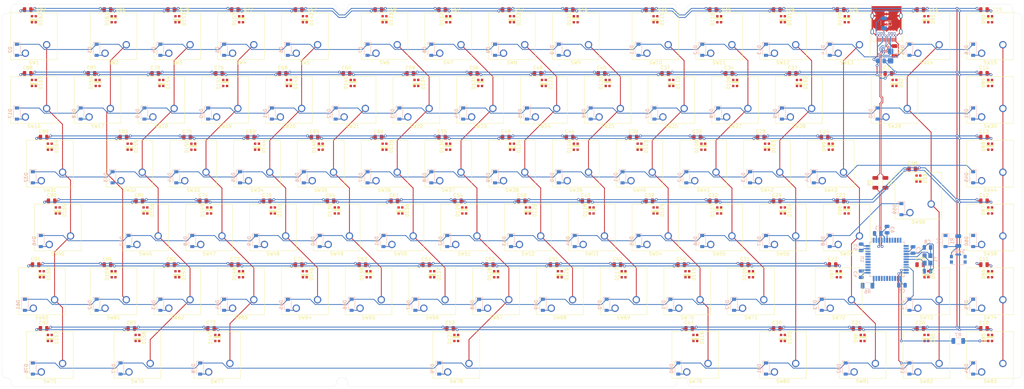
<source format=kicad_pcb>
(kicad_pcb (version 20171130) (host pcbnew 5.1.10)

  (general
    (thickness 1.6)
    (drawings 48)
    (tracks 1507)
    (zones 0)
    (modules 362)
    (nets 216)
  )

  (page A3)
  (layers
    (0 F.Cu signal)
    (31 B.Cu signal)
    (32 B.Adhes user)
    (33 F.Adhes user)
    (34 B.Paste user)
    (35 F.Paste user)
    (36 B.SilkS user)
    (37 F.SilkS user)
    (38 B.Mask user)
    (39 F.Mask user)
    (40 Dwgs.User user hide)
    (41 Cmts.User user)
    (42 Eco1.User user)
    (43 Eco2.User user)
    (44 Edge.Cuts user)
    (45 Margin user)
    (46 B.CrtYd user)
    (47 F.CrtYd user)
    (48 B.Fab user)
    (49 F.Fab user hide)
  )

  (setup
    (last_trace_width 0.25)
    (trace_clearance 0.2)
    (zone_clearance 0.508)
    (zone_45_only no)
    (trace_min 0.2)
    (via_size 0.8)
    (via_drill 0.4)
    (via_min_size 0.6)
    (via_min_drill 0.3)
    (uvia_size 0.3)
    (uvia_drill 0.1)
    (uvias_allowed no)
    (uvia_min_size 0.2)
    (uvia_min_drill 0.1)
    (edge_width 0.05)
    (segment_width 0.2)
    (pcb_text_width 0.3)
    (pcb_text_size 1.5 1.5)
    (mod_edge_width 0.12)
    (mod_text_size 1 1)
    (mod_text_width 0.15)
    (pad_size 1.7 0.55)
    (pad_drill 0)
    (pad_to_mask_clearance 0.051)
    (solder_mask_min_width 0.25)
    (aux_axis_origin 0 0)
    (visible_elements FFFFF77F)
    (pcbplotparams
      (layerselection 0x010fc_ffffffff)
      (usegerberextensions false)
      (usegerberattributes false)
      (usegerberadvancedattributes false)
      (creategerberjobfile false)
      (excludeedgelayer true)
      (linewidth 0.100000)
      (plotframeref false)
      (viasonmask false)
      (mode 1)
      (useauxorigin false)
      (hpglpennumber 1)
      (hpglpenspeed 20)
      (hpglpendiameter 15.000000)
      (psnegative false)
      (psa4output false)
      (plotreference true)
      (plotvalue true)
      (plotinvisibletext false)
      (padsonsilk false)
      (subtractmaskfromsilk false)
      (outputformat 1)
      (mirror false)
      (drillshape 1)
      (scaleselection 1)
      (outputdirectory ""))
  )

  (net 0 "")
  (net 1 GND)
  (net 2 +5V)
  (net 3 "Net-(C7-Pad1)")
  (net 4 "Net-(C8-Pad2)")
  (net 5 "Net-(C9-Pad1)")
  (net 6 RST)
  (net 7 ROW0)
  (net 8 "Net-(D2-Pad2)")
  (net 9 "Net-(D3-Pad2)")
  (net 10 "Net-(D4-Pad2)")
  (net 11 "Net-(D5-Pad2)")
  (net 12 "Net-(D6-Pad2)")
  (net 13 "Net-(D7-Pad2)")
  (net 14 "Net-(D8-Pad2)")
  (net 15 "Net-(D9-Pad2)")
  (net 16 "Net-(D10-Pad2)")
  (net 17 "Net-(D11-Pad2)")
  (net 18 "Net-(D12-Pad2)")
  (net 19 "Net-(D13-Pad2)")
  (net 20 "Net-(D14-Pad2)")
  (net 21 "Net-(D15-Pad2)")
  (net 22 "Net-(D16-Pad2)")
  (net 23 ROW1)
  (net 24 "Net-(D17-Pad2)")
  (net 25 "Net-(D18-Pad2)")
  (net 26 "Net-(D19-Pad2)")
  (net 27 "Net-(D20-Pad2)")
  (net 28 "Net-(D21-Pad2)")
  (net 29 "Net-(D22-Pad2)")
  (net 30 "Net-(D23-Pad2)")
  (net 31 "Net-(D24-Pad2)")
  (net 32 "Net-(D25-Pad2)")
  (net 33 "Net-(D26-Pad2)")
  (net 34 "Net-(D27-Pad2)")
  (net 35 "Net-(D28-Pad2)")
  (net 36 "Net-(D29-Pad2)")
  (net 37 "Net-(D30-Pad2)")
  (net 38 "Net-(D31-Pad2)")
  (net 39 "Net-(D32-Pad2)")
  (net 40 ROW2)
  (net 41 "Net-(D33-Pad2)")
  (net 42 "Net-(D34-Pad2)")
  (net 43 "Net-(D35-Pad2)")
  (net 44 "Net-(D36-Pad2)")
  (net 45 "Net-(D37-Pad2)")
  (net 46 "Net-(D38-Pad2)")
  (net 47 "Net-(D39-Pad2)")
  (net 48 "Net-(D40-Pad2)")
  (net 49 "Net-(D41-Pad2)")
  (net 50 "Net-(D42-Pad2)")
  (net 51 "Net-(D43-Pad2)")
  (net 52 "Net-(D44-Pad2)")
  (net 53 "Net-(D45-Pad2)")
  (net 54 "Net-(D46-Pad2)")
  (net 55 ROW3)
  (net 56 "Net-(D47-Pad2)")
  (net 57 "Net-(D48-Pad2)")
  (net 58 "Net-(D49-Pad2)")
  (net 59 "Net-(D50-Pad2)")
  (net 60 "Net-(D51-Pad2)")
  (net 61 "Net-(D52-Pad2)")
  (net 62 "Net-(D53-Pad2)")
  (net 63 "Net-(D54-Pad2)")
  (net 64 "Net-(D55-Pad2)")
  (net 65 "Net-(D56-Pad2)")
  (net 66 "Net-(D57-Pad2)")
  (net 67 "Net-(D58-Pad2)")
  (net 68 "Net-(D59-Pad2)")
  (net 69 "Net-(D60-Pad2)")
  (net 70 ROW4)
  (net 71 "Net-(D61-Pad2)")
  (net 72 "Net-(D62-Pad2)")
  (net 73 "Net-(D63-Pad2)")
  (net 74 "Net-(D64-Pad2)")
  (net 75 "Net-(D65-Pad2)")
  (net 76 "Net-(D66-Pad2)")
  (net 77 "Net-(D67-Pad2)")
  (net 78 "Net-(D68-Pad2)")
  (net 79 "Net-(D69-Pad2)")
  (net 80 "Net-(D70-Pad2)")
  (net 81 "Net-(D71-Pad2)")
  (net 82 "Net-(D72-Pad2)")
  (net 83 "Net-(D73-Pad2)")
  (net 84 "Net-(D74-Pad2)")
  (net 85 "Net-(D75-Pad2)")
  (net 86 ROW5)
  (net 87 "Net-(D76-Pad2)")
  (net 88 "Net-(D77-Pad2)")
  (net 89 "Net-(D78-Pad2)")
  (net 90 "Net-(D79-Pad2)")
  (net 91 "Net-(D80-Pad2)")
  (net 92 "Net-(D81-Pad2)")
  (net 93 "Net-(D82-Pad2)")
  (net 94 "Net-(D83-Pad2)")
  (net 95 "Net-(D84-Pad2)")
  (net 96 "Net-(D85-Pad2)")
  (net 97 DIN)
  (net 98 "Net-(D86-Pad2)")
  (net 99 "Net-(D87-Pad2)")
  (net 100 "Net-(D88-Pad2)")
  (net 101 "Net-(D89-Pad2)")
  (net 102 "Net-(D90-Pad2)")
  (net 103 "Net-(D91-Pad2)")
  (net 104 "Net-(D92-Pad2)")
  (net 105 "Net-(D93-Pad2)")
  (net 106 "Net-(D94-Pad2)")
  (net 107 "Net-(D95-Pad2)")
  (net 108 "Net-(D96-Pad2)")
  (net 109 "Net-(D97-Pad2)")
  (net 110 "Net-(D98-Pad2)")
  (net 111 "Net-(D100-Pad4)")
  (net 112 "Net-(D100-Pad2)")
  (net 113 "Net-(D101-Pad2)")
  (net 114 "Net-(D102-Pad2)")
  (net 115 "Net-(D103-Pad2)")
  (net 116 "Net-(D104-Pad2)")
  (net 117 "Net-(D105-Pad2)")
  (net 118 "Net-(D106-Pad2)")
  (net 119 "Net-(D107-Pad2)")
  (net 120 "Net-(D108-Pad2)")
  (net 121 "Net-(D109-Pad2)")
  (net 122 "Net-(D110-Pad2)")
  (net 123 "Net-(D111-Pad2)")
  (net 124 "Net-(D112-Pad2)")
  (net 125 "Net-(D113-Pad2)")
  (net 126 "Net-(D114-Pad2)")
  (net 127 "Net-(D115-Pad2)")
  (net 128 "Net-(D116-Pad2)")
  (net 129 "Net-(D117-Pad2)")
  (net 130 "Net-(D118-Pad2)")
  (net 131 "Net-(D119-Pad2)")
  (net 132 "Net-(D120-Pad2)")
  (net 133 "Net-(D121-Pad2)")
  (net 134 "Net-(D122-Pad2)")
  (net 135 "Net-(D123-Pad2)")
  (net 136 "Net-(D124-Pad2)")
  (net 137 "Net-(D125-Pad2)")
  (net 138 "Net-(D126-Pad2)")
  (net 139 "Net-(D127-Pad2)")
  (net 140 "Net-(D128-Pad2)")
  (net 141 "Net-(D129-Pad2)")
  (net 142 "Net-(D130-Pad2)")
  (net 143 "Net-(D131-Pad2)")
  (net 144 "Net-(D132-Pad2)")
  (net 145 "Net-(D133-Pad2)")
  (net 146 "Net-(D134-Pad2)")
  (net 147 "Net-(D135-Pad2)")
  (net 148 "Net-(D136-Pad2)")
  (net 149 "Net-(D137-Pad2)")
  (net 150 "Net-(D138-Pad2)")
  (net 151 "Net-(D139-Pad2)")
  (net 152 "Net-(D140-Pad2)")
  (net 153 "Net-(D141-Pad2)")
  (net 154 "Net-(D142-Pad2)")
  (net 155 "Net-(D143-Pad2)")
  (net 156 "Net-(D144-Pad2)")
  (net 157 "Net-(D145-Pad2)")
  (net 158 "Net-(D146-Pad2)")
  (net 159 "Net-(D147-Pad2)")
  (net 160 "Net-(D148-Pad2)")
  (net 161 "Net-(D149-Pad2)")
  (net 162 "Net-(D150-Pad2)")
  (net 163 "Net-(D151-Pad2)")
  (net 164 "Net-(D152-Pad2)")
  (net 165 "Net-(D153-Pad2)")
  (net 166 "Net-(D154-Pad2)")
  (net 167 "Net-(D155-Pad2)")
  (net 168 "Net-(D156-Pad2)")
  (net 169 "Net-(D157-Pad2)")
  (net 170 "Net-(D158-Pad2)")
  (net 171 "Net-(D159-Pad2)")
  (net 172 "Net-(D160-Pad2)")
  (net 173 "Net-(D161-Pad2)")
  (net 174 "Net-(D162-Pad2)")
  (net 175 "Net-(D163-Pad2)")
  (net 176 "Net-(D164-Pad2)")
  (net 177 "Net-(D165-Pad2)")
  (net 178 "Net-(D166-Pad2)")
  (net 179 "Net-(D167-Pad2)")
  (net 180 "Net-(F1-Pad2)")
  (net 181 COL02)
  (net 182 COL00)
  (net 183 COL01)
  (net 184 D-)
  (net 185 D+)
  (net 186 "Net-(R6-Pad2)")
  (net 187 COL03)
  (net 188 COL04)
  (net 189 COL06)
  (net 190 COL07)
  (net 191 COL08)
  (net 192 COL09)
  (net 193 COL10)
  (net 194 COL11)
  (net 195 COL12)
  (net 196 COL13)
  (net 197 COL14)
  (net 198 COL15)
  (net 199 COL05)
  (net 200 "Net-(U1-Pad1)")
  (net 201 "Net-(U1-Pad42)")
  (net 202 "Net-(R7-Pad2)")
  (net 203 "Net-(J1-PadB11)")
  (net 204 "Net-(J1-PadB2)")
  (net 205 "Net-(J1-PadB5)")
  (net 206 "Net-(J1-PadB8)")
  (net 207 "Net-(J1-PadB3)")
  (net 208 "Net-(J1-PadB10)")
  (net 209 "Net-(J1-PadA2)")
  (net 210 "Net-(J1-PadA3)")
  (net 211 "Net-(J1-PadA5)")
  (net 212 "Net-(J1-PadA8)")
  (net 213 "Net-(J1-PadA10)")
  (net 214 "Net-(J1-PadA11)")
  (net 215 "Net-(U1-Pad12)")

  (net_class Default "Dies ist die voreingestellte Netzklasse."
    (clearance 0.2)
    (trace_width 0.25)
    (via_dia 0.8)
    (via_drill 0.4)
    (uvia_dia 0.3)
    (uvia_drill 0.1)
    (add_net +5V)
    (add_net COL00)
    (add_net COL01)
    (add_net COL02)
    (add_net COL03)
    (add_net COL04)
    (add_net COL05)
    (add_net COL06)
    (add_net COL07)
    (add_net COL08)
    (add_net COL09)
    (add_net COL10)
    (add_net COL11)
    (add_net COL12)
    (add_net COL13)
    (add_net COL14)
    (add_net COL15)
    (add_net D+)
    (add_net D-)
    (add_net DIN)
    (add_net GND)
    (add_net "Net-(C7-Pad1)")
    (add_net "Net-(C8-Pad2)")
    (add_net "Net-(C9-Pad1)")
    (add_net "Net-(D10-Pad2)")
    (add_net "Net-(D100-Pad2)")
    (add_net "Net-(D100-Pad4)")
    (add_net "Net-(D101-Pad2)")
    (add_net "Net-(D102-Pad2)")
    (add_net "Net-(D103-Pad2)")
    (add_net "Net-(D104-Pad2)")
    (add_net "Net-(D105-Pad2)")
    (add_net "Net-(D106-Pad2)")
    (add_net "Net-(D107-Pad2)")
    (add_net "Net-(D108-Pad2)")
    (add_net "Net-(D109-Pad2)")
    (add_net "Net-(D11-Pad2)")
    (add_net "Net-(D110-Pad2)")
    (add_net "Net-(D111-Pad2)")
    (add_net "Net-(D112-Pad2)")
    (add_net "Net-(D113-Pad2)")
    (add_net "Net-(D114-Pad2)")
    (add_net "Net-(D115-Pad2)")
    (add_net "Net-(D116-Pad2)")
    (add_net "Net-(D117-Pad2)")
    (add_net "Net-(D118-Pad2)")
    (add_net "Net-(D119-Pad2)")
    (add_net "Net-(D12-Pad2)")
    (add_net "Net-(D120-Pad2)")
    (add_net "Net-(D121-Pad2)")
    (add_net "Net-(D122-Pad2)")
    (add_net "Net-(D123-Pad2)")
    (add_net "Net-(D124-Pad2)")
    (add_net "Net-(D125-Pad2)")
    (add_net "Net-(D126-Pad2)")
    (add_net "Net-(D127-Pad2)")
    (add_net "Net-(D128-Pad2)")
    (add_net "Net-(D129-Pad2)")
    (add_net "Net-(D13-Pad2)")
    (add_net "Net-(D130-Pad2)")
    (add_net "Net-(D131-Pad2)")
    (add_net "Net-(D132-Pad2)")
    (add_net "Net-(D133-Pad2)")
    (add_net "Net-(D134-Pad2)")
    (add_net "Net-(D135-Pad2)")
    (add_net "Net-(D136-Pad2)")
    (add_net "Net-(D137-Pad2)")
    (add_net "Net-(D138-Pad2)")
    (add_net "Net-(D139-Pad2)")
    (add_net "Net-(D14-Pad2)")
    (add_net "Net-(D140-Pad2)")
    (add_net "Net-(D141-Pad2)")
    (add_net "Net-(D142-Pad2)")
    (add_net "Net-(D143-Pad2)")
    (add_net "Net-(D144-Pad2)")
    (add_net "Net-(D145-Pad2)")
    (add_net "Net-(D146-Pad2)")
    (add_net "Net-(D147-Pad2)")
    (add_net "Net-(D148-Pad2)")
    (add_net "Net-(D149-Pad2)")
    (add_net "Net-(D15-Pad2)")
    (add_net "Net-(D150-Pad2)")
    (add_net "Net-(D151-Pad2)")
    (add_net "Net-(D152-Pad2)")
    (add_net "Net-(D153-Pad2)")
    (add_net "Net-(D154-Pad2)")
    (add_net "Net-(D155-Pad2)")
    (add_net "Net-(D156-Pad2)")
    (add_net "Net-(D157-Pad2)")
    (add_net "Net-(D158-Pad2)")
    (add_net "Net-(D159-Pad2)")
    (add_net "Net-(D16-Pad2)")
    (add_net "Net-(D160-Pad2)")
    (add_net "Net-(D161-Pad2)")
    (add_net "Net-(D162-Pad2)")
    (add_net "Net-(D163-Pad2)")
    (add_net "Net-(D164-Pad2)")
    (add_net "Net-(D165-Pad2)")
    (add_net "Net-(D166-Pad2)")
    (add_net "Net-(D167-Pad2)")
    (add_net "Net-(D17-Pad2)")
    (add_net "Net-(D18-Pad2)")
    (add_net "Net-(D19-Pad2)")
    (add_net "Net-(D2-Pad2)")
    (add_net "Net-(D20-Pad2)")
    (add_net "Net-(D21-Pad2)")
    (add_net "Net-(D22-Pad2)")
    (add_net "Net-(D23-Pad2)")
    (add_net "Net-(D24-Pad2)")
    (add_net "Net-(D25-Pad2)")
    (add_net "Net-(D26-Pad2)")
    (add_net "Net-(D27-Pad2)")
    (add_net "Net-(D28-Pad2)")
    (add_net "Net-(D29-Pad2)")
    (add_net "Net-(D3-Pad2)")
    (add_net "Net-(D30-Pad2)")
    (add_net "Net-(D31-Pad2)")
    (add_net "Net-(D32-Pad2)")
    (add_net "Net-(D33-Pad2)")
    (add_net "Net-(D34-Pad2)")
    (add_net "Net-(D35-Pad2)")
    (add_net "Net-(D36-Pad2)")
    (add_net "Net-(D37-Pad2)")
    (add_net "Net-(D38-Pad2)")
    (add_net "Net-(D39-Pad2)")
    (add_net "Net-(D4-Pad2)")
    (add_net "Net-(D40-Pad2)")
    (add_net "Net-(D41-Pad2)")
    (add_net "Net-(D42-Pad2)")
    (add_net "Net-(D43-Pad2)")
    (add_net "Net-(D44-Pad2)")
    (add_net "Net-(D45-Pad2)")
    (add_net "Net-(D46-Pad2)")
    (add_net "Net-(D47-Pad2)")
    (add_net "Net-(D48-Pad2)")
    (add_net "Net-(D49-Pad2)")
    (add_net "Net-(D5-Pad2)")
    (add_net "Net-(D50-Pad2)")
    (add_net "Net-(D51-Pad2)")
    (add_net "Net-(D52-Pad2)")
    (add_net "Net-(D53-Pad2)")
    (add_net "Net-(D54-Pad2)")
    (add_net "Net-(D55-Pad2)")
    (add_net "Net-(D56-Pad2)")
    (add_net "Net-(D57-Pad2)")
    (add_net "Net-(D58-Pad2)")
    (add_net "Net-(D59-Pad2)")
    (add_net "Net-(D6-Pad2)")
    (add_net "Net-(D60-Pad2)")
    (add_net "Net-(D61-Pad2)")
    (add_net "Net-(D62-Pad2)")
    (add_net "Net-(D63-Pad2)")
    (add_net "Net-(D64-Pad2)")
    (add_net "Net-(D65-Pad2)")
    (add_net "Net-(D66-Pad2)")
    (add_net "Net-(D67-Pad2)")
    (add_net "Net-(D68-Pad2)")
    (add_net "Net-(D69-Pad2)")
    (add_net "Net-(D7-Pad2)")
    (add_net "Net-(D70-Pad2)")
    (add_net "Net-(D71-Pad2)")
    (add_net "Net-(D72-Pad2)")
    (add_net "Net-(D73-Pad2)")
    (add_net "Net-(D74-Pad2)")
    (add_net "Net-(D75-Pad2)")
    (add_net "Net-(D76-Pad2)")
    (add_net "Net-(D77-Pad2)")
    (add_net "Net-(D78-Pad2)")
    (add_net "Net-(D79-Pad2)")
    (add_net "Net-(D8-Pad2)")
    (add_net "Net-(D80-Pad2)")
    (add_net "Net-(D81-Pad2)")
    (add_net "Net-(D82-Pad2)")
    (add_net "Net-(D83-Pad2)")
    (add_net "Net-(D84-Pad2)")
    (add_net "Net-(D85-Pad2)")
    (add_net "Net-(D86-Pad2)")
    (add_net "Net-(D87-Pad2)")
    (add_net "Net-(D88-Pad2)")
    (add_net "Net-(D89-Pad2)")
    (add_net "Net-(D9-Pad2)")
    (add_net "Net-(D90-Pad2)")
    (add_net "Net-(D91-Pad2)")
    (add_net "Net-(D92-Pad2)")
    (add_net "Net-(D93-Pad2)")
    (add_net "Net-(D94-Pad2)")
    (add_net "Net-(D95-Pad2)")
    (add_net "Net-(D96-Pad2)")
    (add_net "Net-(D97-Pad2)")
    (add_net "Net-(D98-Pad2)")
    (add_net "Net-(F1-Pad2)")
    (add_net "Net-(J1-PadA10)")
    (add_net "Net-(J1-PadA11)")
    (add_net "Net-(J1-PadA2)")
    (add_net "Net-(J1-PadA3)")
    (add_net "Net-(J1-PadA5)")
    (add_net "Net-(J1-PadA8)")
    (add_net "Net-(J1-PadB10)")
    (add_net "Net-(J1-PadB11)")
    (add_net "Net-(J1-PadB2)")
    (add_net "Net-(J1-PadB3)")
    (add_net "Net-(J1-PadB5)")
    (add_net "Net-(J1-PadB8)")
    (add_net "Net-(R6-Pad2)")
    (add_net "Net-(R7-Pad2)")
    (add_net "Net-(U1-Pad1)")
    (add_net "Net-(U1-Pad12)")
    (add_net "Net-(U1-Pad42)")
    (add_net ROW0)
    (add_net ROW1)
    (add_net ROW2)
    (add_net ROW3)
    (add_net ROW4)
    (add_net ROW5)
    (add_net RST)
  )

  (module Button_Switch_Keyboard:SW_Cherry_MX_ISOEnter_PCB (layer F.Cu) (tedit 60E88C41) (tstamp 5F160517)
    (at 309.40375 100.33 180)
    (descr "Cherry MX keyswitch, ISO Enter, PCB mount, http://cherryamericas.com/wp-content/uploads/2014/12/mx_cat.pdf")
    (tags "Cherry MX keyswitch ISO enter PCB")
    (path /5F51BE8C/5F51CE2C)
    (fp_text reference SW58 (at -2.54 -2.794 180) (layer F.SilkS)
      (effects (font (size 1 1) (thickness 0.15)))
    )
    (fp_text value MX1A-G1NA (at -2.286 13.208 180) (layer F.Fab)
      (effects (font (size 1 1) (thickness 0.15)))
    )
    (fp_line (start -8.89 -1.27) (end 3.81 -1.27) (layer F.Fab) (width 0.1))
    (fp_line (start 3.81 -1.27) (end 3.81 11.43) (layer F.Fab) (width 0.1))
    (fp_line (start 3.81 11.43) (end -8.89 11.43) (layer F.Fab) (width 0.1))
    (fp_line (start -8.89 11.43) (end -8.89 -1.27) (layer F.Fab) (width 0.1))
    (fp_line (start -9.14 11.68) (end -9.14 -1.52) (layer F.CrtYd) (width 0.05))
    (fp_line (start 4.06 11.68) (end -9.14 11.68) (layer F.CrtYd) (width 0.05))
    (fp_line (start 4.06 -1.52) (end 4.06 11.68) (layer F.CrtYd) (width 0.05))
    (fp_line (start -9.14 -1.52) (end 4.06 -1.52) (layer F.CrtYd) (width 0.05))
    (fp_line (start 9.36625 -13.97) (end 9.36625 5.08) (layer Dwgs.User) (width 0.15))
    (fp_line (start 14.12875 24.13) (end -14.44625 24.13) (layer Dwgs.User) (width 0.15))
    (fp_line (start -14.44625 24.13) (end -14.44625 -13.97) (layer Dwgs.User) (width 0.15))
    (fp_line (start -14.44625 -13.97) (end 9.36625 -13.97) (layer Dwgs.User) (width 0.15))
    (fp_line (start 14.12875 5.08) (end 14.12875 24.13) (layer Dwgs.User) (width 0.15))
    (fp_line (start 9.36625 5.08) (end 14.12875 5.08) (layer Dwgs.User) (width 0.15))
    (fp_line (start -9.525 -1.905) (end 4.445 -1.905) (layer F.SilkS) (width 0.12))
    (fp_line (start 4.445 -1.905) (end 4.445 12.065) (layer F.SilkS) (width 0.12))
    (fp_line (start 4.445 12.065) (end -9.525 12.065) (layer F.SilkS) (width 0.12))
    (fp_line (start -9.525 12.065) (end -9.525 -1.905) (layer F.SilkS) (width 0.12))
    (fp_text user %R (at -2.54 -2.794 180) (layer F.Fab)
      (effects (font (size 1 1) (thickness 0.15)))
    )
    (pad 1 thru_hole circle (at 0 0 180) (size 2.2 2.2) (drill 1.5) (layers *.Cu *.Mask)
      (net 68 "Net-(D59-Pad2)"))
    (pad 2 thru_hole circle (at -6.35 2.54 180) (size 2.2 2.2) (drill 1.5) (layers *.Cu *.Mask)
      (net 197 COL14))
    (pad "" np_thru_hole circle (at -2.54 5.08 180) (size 4 4) (drill 4) (layers *.Cu *.Mask))
    (pad "" np_thru_hole circle (at -7.62 5.08 180) (size 1.7 1.7) (drill 1.7) (layers *.Cu *.Mask))
    (pad "" np_thru_hole circle (at 2.54 5.08 180) (size 1.7 1.7) (drill 1.7) (layers *.Cu *.Mask))
    (model ${KISYS3DMOD}/Button_Switch_Keyboard.3dshapes/SW_Cherry_MX_ISOEnter_PCB.wrl
      (at (xyz 0 0 0))
      (scale (xyz 1 1 1))
      (rotate (xyz 0 0 0))
    )
  )

  (module Button_Switch_Keyboard:SW_Cherry_MX_2.00u_PCB (layer F.Cu) (tedit 60E88B61) (tstamp 5F16021F)
    (at 302.26 71.755 180)
    (descr "Cherry MX keyswitch, 2.00u, PCB mount, http://cherryamericas.com/wp-content/uploads/2014/12/mx_cat.pdf")
    (tags "Cherry MX keyswitch 2.00u PCB")
    (path /5F51BE8C/5F51CE0E)
    (fp_text reference SW29 (at -2.54 -2.794 180) (layer F.SilkS)
      (effects (font (size 1 1) (thickness 0.15)))
    )
    (fp_text value MX1A-G1NA (at -2.54 12.954 180) (layer F.Fab)
      (effects (font (size 1 1) (thickness 0.15)))
    )
    (fp_line (start -8.89 -1.27) (end 3.81 -1.27) (layer F.Fab) (width 0.1))
    (fp_line (start 3.81 -1.27) (end 3.81 11.43) (layer F.Fab) (width 0.1))
    (fp_line (start 3.81 11.43) (end -8.89 11.43) (layer F.Fab) (width 0.1))
    (fp_line (start -8.89 11.43) (end -8.89 -1.27) (layer F.Fab) (width 0.1))
    (fp_line (start -9.14 11.68) (end -9.14 -1.52) (layer F.CrtYd) (width 0.05))
    (fp_line (start 4.06 11.68) (end -9.14 11.68) (layer F.CrtYd) (width 0.05))
    (fp_line (start 4.06 -1.52) (end 4.06 11.68) (layer F.CrtYd) (width 0.05))
    (fp_line (start -9.14 -1.52) (end 4.06 -1.52) (layer F.CrtYd) (width 0.05))
    (fp_line (start -21.59 -4.445) (end 16.51 -4.445) (layer Dwgs.User) (width 0.15))
    (fp_line (start 16.51 -4.445) (end 16.51 14.605) (layer Dwgs.User) (width 0.15))
    (fp_line (start 16.51 14.605) (end -21.59 14.605) (layer Dwgs.User) (width 0.15))
    (fp_line (start -21.59 14.605) (end -21.59 -4.445) (layer Dwgs.User) (width 0.15))
    (fp_line (start -9.525 -1.905) (end 4.445 -1.905) (layer F.SilkS) (width 0.12))
    (fp_line (start 4.445 -1.905) (end 4.445 12.065) (layer F.SilkS) (width 0.12))
    (fp_line (start 4.445 12.065) (end -9.525 12.065) (layer F.SilkS) (width 0.12))
    (fp_line (start -9.525 12.065) (end -9.525 -1.905) (layer F.SilkS) (width 0.12))
    (fp_text user %R (at -2.54 -2.794 180) (layer F.Fab)
      (effects (font (size 1 1) (thickness 0.15)))
    )
    (pad 1 thru_hole circle (at 0 0 180) (size 2.2 2.2) (drill 1.5) (layers *.Cu *.Mask)
      (net 37 "Net-(D30-Pad2)"))
    (pad 2 thru_hole circle (at -6.35 2.54 180) (size 2.2 2.2) (drill 1.5) (layers *.Cu *.Mask)
      (net 197 COL14))
    (pad "" np_thru_hole circle (at -2.54 5.08 180) (size 4 4) (drill 4) (layers *.Cu *.Mask))
    (pad "" np_thru_hole circle (at -7.62 5.08 180) (size 1.7 1.7) (drill 1.7) (layers *.Cu *.Mask))
    (pad "" np_thru_hole circle (at 2.54 5.08 180) (size 1.7 1.7) (drill 1.7) (layers *.Cu *.Mask))
    (model ${KISYS3DMOD}/Button_Switch_Keyboard.3dshapes/SW_Cherry_MX_2.00u_PCB.wrl
      (at (xyz 0 0 0))
      (scale (xyz 1 1 1))
      (rotate (xyz 0 0 0))
    )
  )

  (module Button_Switch_Keyboard:SW_Cherry_MX_6.25u_PCB (layer F.Cu) (tedit 60E88B4A) (tstamp 5F160723)
    (at 171.29125 147.955 180)
    (descr "Cherry MX keyswitch, 6.25u, PCB mount, http://cherryamericas.com/wp-content/uploads/2014/12/mx_cat.pdf")
    (tags "Cherry MX keyswitch 6.25u PCB")
    (path /5F51BE8C/5F84AEA9)
    (fp_text reference SW78 (at -2.54 -2.794 180) (layer F.SilkS)
      (effects (font (size 1 1) (thickness 0.15)))
    )
    (fp_text value MX1A-G1NA (at -2.54 12.954 180) (layer F.Fab)
      (effects (font (size 1 1) (thickness 0.15)))
    )
    (fp_line (start -8.89 -1.27) (end 3.81 -1.27) (layer F.Fab) (width 0.1))
    (fp_line (start 3.81 -1.27) (end 3.81 11.43) (layer F.Fab) (width 0.1))
    (fp_line (start 3.81 11.43) (end -8.89 11.43) (layer F.Fab) (width 0.1))
    (fp_line (start -8.89 11.43) (end -8.89 -1.27) (layer F.Fab) (width 0.1))
    (fp_line (start -9.14 11.68) (end -9.14 -1.52) (layer F.CrtYd) (width 0.05))
    (fp_line (start 4.06 11.68) (end -9.14 11.68) (layer F.CrtYd) (width 0.05))
    (fp_line (start 4.06 -1.52) (end 4.06 11.68) (layer F.CrtYd) (width 0.05))
    (fp_line (start -9.14 -1.52) (end 4.06 -1.52) (layer F.CrtYd) (width 0.05))
    (fp_line (start -62.07125 -4.445) (end 56.99125 -4.445) (layer Dwgs.User) (width 0.15))
    (fp_line (start 56.99125 -4.445) (end 56.99125 14.605) (layer Dwgs.User) (width 0.15))
    (fp_line (start 56.99125 14.605) (end -62.07125 14.605) (layer Dwgs.User) (width 0.15))
    (fp_line (start -62.07125 14.605) (end -62.07125 -4.445) (layer Dwgs.User) (width 0.15))
    (fp_line (start -9.525 -1.905) (end 4.445 -1.905) (layer F.SilkS) (width 0.12))
    (fp_line (start 4.445 -1.905) (end 4.445 12.065) (layer F.SilkS) (width 0.12))
    (fp_line (start 4.445 12.065) (end -9.525 12.065) (layer F.SilkS) (width 0.12))
    (fp_line (start -9.525 12.065) (end -9.525 -1.905) (layer F.SilkS) (width 0.12))
    (fp_text user %R (at -2.54 -2.794 180) (layer F.Fab)
      (effects (font (size 1 1) (thickness 0.15)))
    )
    (pad 1 thru_hole circle (at 0 0 180) (size 2.2 2.2) (drill 1.5) (layers *.Cu *.Mask)
      (net 90 "Net-(D79-Pad2)"))
    (pad 2 thru_hole circle (at -6.35 2.54 180) (size 2.2 2.2) (drill 1.5) (layers *.Cu *.Mask)
      (net 190 COL07))
    (pad "" np_thru_hole circle (at -2.54 5.08 180) (size 4 4) (drill 4) (layers *.Cu *.Mask))
    (pad "" np_thru_hole circle (at -7.62 5.08 180) (size 1.7 1.7) (drill 1.7) (layers *.Cu *.Mask))
    (pad "" np_thru_hole circle (at 2.54 5.08 180) (size 1.7 1.7) (drill 1.7) (layers *.Cu *.Mask))
    (model ${KISYS3DMOD}/Button_Switch_Keyboard.3dshapes/SW_Cherry_MX_6.25u_PCB.wrl
      (at (xyz 0 0 0))
      (scale (xyz 1 1 1))
      (rotate (xyz 0 0 0))
    )
  )

  (module MountingHole:MountingHole_3.2mm_M3 (layer F.Cu) (tedit 60E8488E) (tstamp 60E8A97D)
    (at 341.8 151.3)
    (descr "Mounting Hole 3.4mm, no annular, M3")
    (tags "mounting hole 3.4mm no annular m3")
    (attr virtual)
    (fp_text reference REF** (at 0 -4.2) (layer F.SilkS) hide
      (effects (font (size 1 1) (thickness 0.15)))
    )
    (fp_text value MountingHole_3.4mm_M3 (at 0 4.2) (layer F.Fab) hide
      (effects (font (size 1 1) (thickness 0.15)))
    )
    (pad "" smd circle (at 0 0) (size 3.4 3.4) (layers *.Paste))
  )

  (module MountingHole:MountingHole_3.2mm_M3 (layer F.Cu) (tedit 60E8488E) (tstamp 60E8A94A)
    (at 341.8 39.2)
    (descr "Mounting Hole 3.4mm, no annular, M3")
    (tags "mounting hole 3.4mm no annular m3")
    (attr virtual)
    (fp_text reference REF** (at 0 -4.2) (layer F.SilkS) hide
      (effects (font (size 1 1) (thickness 0.15)))
    )
    (fp_text value MountingHole_3.4mm_M3 (at 0 4.2) (layer F.Fab) hide
      (effects (font (size 1 1) (thickness 0.15)))
    )
    (pad "" smd circle (at 0 0) (size 3.4 3.4) (layers *.Paste))
  )

  (module MountingHole:MountingHole_3.2mm_M3 (layer F.Cu) (tedit 60E8488E) (tstamp 60E8A92F)
    (at 39.2 151.3)
    (descr "Mounting Hole 3.4mm, no annular, M3")
    (tags "mounting hole 3.4mm no annular m3")
    (attr virtual)
    (fp_text reference REF** (at 0 -4.2) (layer F.SilkS) hide
      (effects (font (size 1 1) (thickness 0.15)))
    )
    (fp_text value MountingHole_3.4mm_M3 (at 0 4.2) (layer F.Fab) hide
      (effects (font (size 1 1) (thickness 0.15)))
    )
    (pad "" smd circle (at 0 0) (size 3.4 3.4) (layers *.Paste))
  )

  (module MountingHole:MountingHole_3.2mm_M3 (layer F.Cu) (tedit 60E8488E) (tstamp 60E8A8F8)
    (at 39.2 39.2)
    (descr "Mounting Hole 3.4mm, no annular, M3")
    (tags "mounting hole 3.4mm no annular m3")
    (attr virtual)
    (fp_text reference REF** (at 0 -4.2) (layer F.SilkS) hide
      (effects (font (size 1 1) (thickness 0.15)))
    )
    (fp_text value MountingHole_3.4mm_M3 (at 0 4.2) (layer F.Fab) hide
      (effects (font (size 1 1) (thickness 0.15)))
    )
    (pad "" smd circle (at 0 0) (size 3.4 3.4) (layers *.Paste))
  )

  (module MountingHole:MountingHole_3.2mm_M3 (layer F.Cu) (tedit 60E8488E) (tstamp 60E8A1A1)
    (at 241.3 151.3)
    (descr "Mounting Hole 3.4mm, no annular, M3")
    (tags "mounting hole 3.4mm no annular m3")
    (attr virtual)
    (fp_text reference REF** (at 0 -4.2) (layer F.SilkS) hide
      (effects (font (size 1 1) (thickness 0.15)))
    )
    (fp_text value MountingHole_3.4mm_M3 (at 0 4.2) (layer F.Fab) hide
      (effects (font (size 1 1) (thickness 0.15)))
    )
    (pad "" smd circle (at 0 0) (size 3.4 3.4) (layers *.Paste))
  )

  (module MountingHole:MountingHole_3.2mm_M3 (layer F.Cu) (tedit 60E8488E) (tstamp 60E8A18C)
    (at 139.7 151.3)
    (descr "Mounting Hole 3.4mm, no annular, M3")
    (tags "mounting hole 3.4mm no annular m3")
    (attr virtual)
    (fp_text reference REF** (at 0 -4.2) (layer F.SilkS) hide
      (effects (font (size 1 1) (thickness 0.15)))
    )
    (fp_text value MountingHole_3.4mm_M3 (at 0 4.2) (layer F.Fab) hide
      (effects (font (size 1 1) (thickness 0.15)))
    )
    (pad "" smd circle (at 0 0) (size 3.4 3.4) (layers *.Paste))
  )

  (module MountingHole:MountingHole_3.2mm_M3 (layer F.Cu) (tedit 60E8488E) (tstamp 60E8A17F)
    (at 241.3 39.2)
    (descr "Mounting Hole 3.4mm, no annular, M3")
    (tags "mounting hole 3.4mm no annular m3")
    (attr virtual)
    (fp_text reference REF** (at 0 -4.2) (layer F.SilkS) hide
      (effects (font (size 1 1) (thickness 0.15)))
    )
    (fp_text value MountingHole_3.4mm_M3 (at 0 4.2) (layer F.Fab) hide
      (effects (font (size 1 1) (thickness 0.15)))
    )
    (pad "" smd circle (at 0 0) (size 3.4 3.4) (layers *.Paste))
  )

  (module MountingHole:MountingHole_3.2mm_M3 (layer F.Cu) (tedit 60E8488E) (tstamp 60E89FD7)
    (at 139.7 39.2)
    (descr "Mounting Hole 3.4mm, no annular, M3")
    (tags "mounting hole 3.4mm no annular m3")
    (attr virtual)
    (fp_text reference REF** (at 0 -4.2) (layer F.SilkS) hide
      (effects (font (size 1 1) (thickness 0.15)))
    )
    (fp_text value MountingHole_3.4mm_M3 (at 0 4.2) (layer F.Fab) hide
      (effects (font (size 1 1) (thickness 0.15)))
    )
    (pad "" smd circle (at 0 0) (size 3.4 3.4) (layers *.Paste))
  )

  (module Crystal:Crystal_SMD_3225-4Pin_3.2x2.5mm (layer B.Cu) (tedit 5A0FD1B2) (tstamp 60EED0B1)
    (at 314.6425 114.3 90)
    (descr "SMD Crystal SERIES SMD3225/4 http://www.txccrystal.com/images/pdf/7m-accuracy.pdf, 3.2x2.5mm^2 package")
    (tags "SMD SMT crystal")
    (path /5F294622)
    (attr smd)
    (fp_text reference Y1 (at 0 2.45 90) (layer B.SilkS)
      (effects (font (size 1 1) (thickness 0.15)) (justify mirror))
    )
    (fp_text value 16MHz (at 0 -2.45 90) (layer B.Fab)
      (effects (font (size 1 1) (thickness 0.15)) (justify mirror))
    )
    (fp_line (start 2.1 1.7) (end -2.1 1.7) (layer B.CrtYd) (width 0.05))
    (fp_line (start 2.1 -1.7) (end 2.1 1.7) (layer B.CrtYd) (width 0.05))
    (fp_line (start -2.1 -1.7) (end 2.1 -1.7) (layer B.CrtYd) (width 0.05))
    (fp_line (start -2.1 1.7) (end -2.1 -1.7) (layer B.CrtYd) (width 0.05))
    (fp_line (start -2 -1.65) (end 2 -1.65) (layer B.SilkS) (width 0.12))
    (fp_line (start -2 1.65) (end -2 -1.65) (layer B.SilkS) (width 0.12))
    (fp_line (start -1.6 -0.25) (end -0.6 -1.25) (layer B.Fab) (width 0.1))
    (fp_line (start 1.6 1.25) (end -1.6 1.25) (layer B.Fab) (width 0.1))
    (fp_line (start 1.6 -1.25) (end 1.6 1.25) (layer B.Fab) (width 0.1))
    (fp_line (start -1.6 -1.25) (end 1.6 -1.25) (layer B.Fab) (width 0.1))
    (fp_line (start -1.6 1.25) (end -1.6 -1.25) (layer B.Fab) (width 0.1))
    (fp_text user %R (at 0 0 90) (layer B.Fab)
      (effects (font (size 0.7 0.7) (thickness 0.105)) (justify mirror))
    )
    (pad 1 smd rect (at -1.1 -0.85 90) (size 1.4 1.2) (layers B.Cu B.Paste B.Mask)
      (net 3 "Net-(C7-Pad1)"))
    (pad 2 smd rect (at 1.1 -0.85 90) (size 1.4 1.2) (layers B.Cu B.Paste B.Mask)
      (net 1 GND))
    (pad 3 smd rect (at 1.1 0.85 90) (size 1.4 1.2) (layers B.Cu B.Paste B.Mask)
      (net 4 "Net-(C8-Pad2)"))
    (pad 4 smd rect (at -1.1 0.85 90) (size 1.4 1.2) (layers B.Cu B.Paste B.Mask)
      (net 1 GND))
    (model ${KISYS3DMOD}/Crystal.3dshapes/Crystal_SMD_3225-4Pin_3.2x2.5mm.wrl
      (at (xyz 0 0 0))
      (scale (xyz 1 1 1))
      (rotate (xyz 0 0 0))
    )
  )

  (module Button_Switch_SMD:SW_Push_1P1T-SH_NO_CK_KMR2xxG (layer B.Cu) (tedit 60F04E96) (tstamp 60EE10F7)
    (at 323.85 114.3 180)
    (descr "CK components KMR2 tactile switch with ground pin http://www.ckswitches.com/media/1479/kmr2.pdf")
    (tags "tactile switch kmr2")
    (path /60FEE33A)
    (attr smd)
    (fp_text reference SW84 (at 0 2.45) (layer B.SilkS)
      (effects (font (size 1 1) (thickness 0.15)) (justify mirror))
    )
    (fp_text value SW_Push (at 0 -2.55) (layer B.Fab)
      (effects (font (size 1 1) (thickness 0.15)) (justify mirror))
    )
    (fp_line (start -1.15 1.55) (end -2.2 1.55) (layer B.SilkS) (width 0.12))
    (fp_line (start -2.1 1.4) (end 2.1 1.4) (layer B.Fab) (width 0.1))
    (fp_line (start 2.1 1.4) (end 2.1 -1.4) (layer B.Fab) (width 0.1))
    (fp_line (start 2.1 -1.4) (end -2.1 -1.4) (layer B.Fab) (width 0.1))
    (fp_line (start -2.1 -1.4) (end -2.1 1.4) (layer B.Fab) (width 0.1))
    (fp_line (start 2.2 -0.05) (end 2.2 0.05) (layer B.SilkS) (width 0.12))
    (fp_line (start -2.8 1.8) (end 2.8 1.8) (layer B.CrtYd) (width 0.05))
    (fp_line (start 2.8 1.8) (end 2.8 -1.8) (layer B.CrtYd) (width 0.05))
    (fp_line (start 2.8 -1.8) (end -2.8 -1.8) (layer B.CrtYd) (width 0.05))
    (fp_line (start -2.8 -1.8) (end -2.8 1.8) (layer B.CrtYd) (width 0.05))
    (fp_circle (center 0 0) (end 0 -0.8) (layer B.Fab) (width 0.1))
    (fp_line (start -2.2 -1.55) (end 2.2 -1.55) (layer B.SilkS) (width 0.12))
    (fp_line (start 2.2 1.55) (end 1.15 1.55) (layer B.SilkS) (width 0.12))
    (fp_line (start -2.2 -0.05) (end -2.2 0.05) (layer B.SilkS) (width 0.12))
    (fp_text user %R (at 0 2.45) (layer B.Fab)
      (effects (font (size 1 1) (thickness 0.15)) (justify mirror))
    )
    (pad 2 smd rect (at 2.05 -0.8 180) (size 0.9 1) (layers B.Cu B.Paste B.Mask)
      (net 1 GND))
    (pad 1 smd rect (at 2.05 0.8 180) (size 0.9 1) (layers B.Cu B.Paste B.Mask)
      (net 6 RST))
    (pad 2 smd rect (at -2.05 -0.8 180) (size 0.9 1) (layers B.Cu B.Paste B.Mask)
      (net 1 GND))
    (pad 1 smd rect (at -2.05 0.8 180) (size 0.9 1) (layers B.Cu B.Paste B.Mask)
      (net 6 RST))
    (pad SH smd rect (at 0 1.425 180) (size 1.7 0.55) (layers B.Cu B.Paste B.Mask)
      (net 1 GND))
    (model ${KISYS3DMOD}/Button_Switch_SMD.3dshapes/SW_Push_1P1T-SH_NO_CK_KMR2xxG.wrl
      (at (xyz 0 0 0))
      (scale (xyz 1 1 1))
      (rotate (xyz 0 0 0))
    )
  )

  (module Resistor_SMD:R_1206_3216Metric (layer B.Cu) (tedit 5F68FEEE) (tstamp 5F26397F)
    (at 323.85 138.684 180)
    (descr "Resistor SMD 1206 (3216 Metric), square (rectangular) end terminal, IPC_7351 nominal, (Body size source: IPC-SM-782 page 72, https://www.pcb-3d.com/wordpress/wp-content/uploads/ipc-sm-782a_amendment_1_and_2.pdf), generated with kicad-footprint-generator")
    (tags resistor)
    (path /5F259898)
    (attr smd)
    (fp_text reference R7 (at 0 1.82) (layer B.SilkS)
      (effects (font (size 1 1) (thickness 0.15)) (justify mirror))
    )
    (fp_text value 470 (at 0 -1.82) (layer B.Fab)
      (effects (font (size 1 1) (thickness 0.15)) (justify mirror))
    )
    (fp_line (start -1.6 -0.8) (end -1.6 0.8) (layer B.Fab) (width 0.1))
    (fp_line (start -1.6 0.8) (end 1.6 0.8) (layer B.Fab) (width 0.1))
    (fp_line (start 1.6 0.8) (end 1.6 -0.8) (layer B.Fab) (width 0.1))
    (fp_line (start 1.6 -0.8) (end -1.6 -0.8) (layer B.Fab) (width 0.1))
    (fp_line (start -0.727064 0.91) (end 0.727064 0.91) (layer B.SilkS) (width 0.12))
    (fp_line (start -0.727064 -0.91) (end 0.727064 -0.91) (layer B.SilkS) (width 0.12))
    (fp_line (start -2.28 -1.12) (end -2.28 1.12) (layer B.CrtYd) (width 0.05))
    (fp_line (start -2.28 1.12) (end 2.28 1.12) (layer B.CrtYd) (width 0.05))
    (fp_line (start 2.28 1.12) (end 2.28 -1.12) (layer B.CrtYd) (width 0.05))
    (fp_line (start 2.28 -1.12) (end -2.28 -1.12) (layer B.CrtYd) (width 0.05))
    (fp_text user %R (at 0 0) (layer B.Fab)
      (effects (font (size 0.8 0.8) (thickness 0.12)) (justify mirror))
    )
    (pad 2 smd roundrect (at 1.4625 0 180) (size 1.125 1.75) (layers B.Cu B.Paste B.Mask) (roundrect_rratio 0.222222)
      (net 202 "Net-(R7-Pad2)"))
    (pad 1 smd roundrect (at -1.4625 0 180) (size 1.125 1.75) (layers B.Cu B.Paste B.Mask) (roundrect_rratio 0.222222)
      (net 97 DIN))
    (model ${KISYS3DMOD}/Resistor_SMD.3dshapes/R_1206_3216Metric.wrl
      (at (xyz 0 0 0))
      (scale (xyz 1 1 1))
      (rotate (xyz 0 0 0))
    )
  )

  (module Resistor_SMD:R_1206_3216Metric (layer B.Cu) (tedit 5F68FEEE) (tstamp 60EDADF2)
    (at 296.7355 122.174)
    (descr "Resistor SMD 1206 (3216 Metric), square (rectangular) end terminal, IPC_7351 nominal, (Body size source: IPC-SM-782 page 72, https://www.pcb-3d.com/wordpress/wp-content/uploads/ipc-sm-782a_amendment_1_and_2.pdf), generated with kicad-footprint-generator")
    (tags resistor)
    (path /5F0D539D)
    (attr smd)
    (fp_text reference R6 (at 0 1.82) (layer B.SilkS)
      (effects (font (size 1 1) (thickness 0.15)) (justify mirror))
    )
    (fp_text value 10k (at 0 -1.82) (layer B.Fab)
      (effects (font (size 1 1) (thickness 0.15)) (justify mirror))
    )
    (fp_line (start -1.6 -0.8) (end -1.6 0.8) (layer B.Fab) (width 0.1))
    (fp_line (start -1.6 0.8) (end 1.6 0.8) (layer B.Fab) (width 0.1))
    (fp_line (start 1.6 0.8) (end 1.6 -0.8) (layer B.Fab) (width 0.1))
    (fp_line (start 1.6 -0.8) (end -1.6 -0.8) (layer B.Fab) (width 0.1))
    (fp_line (start -0.727064 0.91) (end 0.727064 0.91) (layer B.SilkS) (width 0.12))
    (fp_line (start -0.727064 -0.91) (end 0.727064 -0.91) (layer B.SilkS) (width 0.12))
    (fp_line (start -2.28 -1.12) (end -2.28 1.12) (layer B.CrtYd) (width 0.05))
    (fp_line (start -2.28 1.12) (end 2.28 1.12) (layer B.CrtYd) (width 0.05))
    (fp_line (start 2.28 1.12) (end 2.28 -1.12) (layer B.CrtYd) (width 0.05))
    (fp_line (start 2.28 -1.12) (end -2.28 -1.12) (layer B.CrtYd) (width 0.05))
    (fp_text user %R (at 0 0) (layer B.Fab)
      (effects (font (size 0.8 0.8) (thickness 0.12)) (justify mirror))
    )
    (pad 2 smd roundrect (at 1.4625 0) (size 1.125 1.75) (layers B.Cu B.Paste B.Mask) (roundrect_rratio 0.222222)
      (net 186 "Net-(R6-Pad2)"))
    (pad 1 smd roundrect (at -1.4625 0) (size 1.125 1.75) (layers B.Cu B.Paste B.Mask) (roundrect_rratio 0.222222)
      (net 1 GND))
    (model ${KISYS3DMOD}/Resistor_SMD.3dshapes/R_1206_3216Metric.wrl
      (at (xyz 0 0 0))
      (scale (xyz 1 1 1))
      (rotate (xyz 0 0 0))
    )
  )

  (module Resistor_SMD:R_1206_3216Metric (layer F.Cu) (tedit 5F68FEEE) (tstamp 60F1EA6B)
    (at 299.0775 91.44 90)
    (descr "Resistor SMD 1206 (3216 Metric), square (rectangular) end terminal, IPC_7351 nominal, (Body size source: IPC-SM-782 page 72, https://www.pcb-3d.com/wordpress/wp-content/uploads/ipc-sm-782a_amendment_1_and_2.pdf), generated with kicad-footprint-generator")
    (tags resistor)
    (path /5F0B5901)
    (attr smd)
    (fp_text reference R5 (at 0 -1.82 90) (layer F.SilkS)
      (effects (font (size 1 1) (thickness 0.15)))
    )
    (fp_text value 22 (at 0 2 90) (layer F.Fab)
      (effects (font (size 1 1) (thickness 0.15)))
    )
    (fp_line (start -1.6 0.8) (end -1.6 -0.8) (layer F.Fab) (width 0.1))
    (fp_line (start -1.6 -0.8) (end 1.6 -0.8) (layer F.Fab) (width 0.1))
    (fp_line (start 1.6 -0.8) (end 1.6 0.8) (layer F.Fab) (width 0.1))
    (fp_line (start 1.6 0.8) (end -1.6 0.8) (layer F.Fab) (width 0.1))
    (fp_line (start -0.727064 -0.91) (end 0.727064 -0.91) (layer F.SilkS) (width 0.12))
    (fp_line (start -0.727064 0.91) (end 0.727064 0.91) (layer F.SilkS) (width 0.12))
    (fp_line (start -2.28 1.12) (end -2.28 -1.12) (layer F.CrtYd) (width 0.05))
    (fp_line (start -2.28 -1.12) (end 2.28 -1.12) (layer F.CrtYd) (width 0.05))
    (fp_line (start 2.28 -1.12) (end 2.28 1.12) (layer F.CrtYd) (width 0.05))
    (fp_line (start 2.28 1.12) (end -2.28 1.12) (layer F.CrtYd) (width 0.05))
    (fp_text user %R (at 0 0 90) (layer F.Fab)
      (effects (font (size 0.8 0.8) (thickness 0.12)))
    )
    (pad 2 smd roundrect (at 1.4625 0 90) (size 1.125 1.75) (layers F.Cu F.Paste F.Mask) (roundrect_rratio 0.222222)
      (net 184 D-))
    (pad 1 smd roundrect (at -1.4625 0 90) (size 1.125 1.75) (layers F.Cu F.Paste F.Mask) (roundrect_rratio 0.222222)
      (net 184 D-))
    (model ${KISYS3DMOD}/Resistor_SMD.3dshapes/R_1206_3216Metric.wrl
      (at (xyz 0 0 0))
      (scale (xyz 1 1 1))
      (rotate (xyz 0 0 0))
    )
  )

  (module Resistor_SMD:R_1206_3216Metric (layer F.Cu) (tedit 5F68FEEE) (tstamp 60F1EB93)
    (at 302.0775 91.44 270)
    (descr "Resistor SMD 1206 (3216 Metric), square (rectangular) end terminal, IPC_7351 nominal, (Body size source: IPC-SM-782 page 72, https://www.pcb-3d.com/wordpress/wp-content/uploads/ipc-sm-782a_amendment_1_and_2.pdf), generated with kicad-footprint-generator")
    (tags resistor)
    (path /5F0AD349)
    (attr smd)
    (fp_text reference R4 (at 0 -1.82 90) (layer F.SilkS)
      (effects (font (size 1 1) (thickness 0.15)))
    )
    (fp_text value 22 (at 0 1.82 90) (layer F.Fab)
      (effects (font (size 1 1) (thickness 0.15)))
    )
    (fp_line (start -1.6 0.8) (end -1.6 -0.8) (layer F.Fab) (width 0.1))
    (fp_line (start -1.6 -0.8) (end 1.6 -0.8) (layer F.Fab) (width 0.1))
    (fp_line (start 1.6 -0.8) (end 1.6 0.8) (layer F.Fab) (width 0.1))
    (fp_line (start 1.6 0.8) (end -1.6 0.8) (layer F.Fab) (width 0.1))
    (fp_line (start -0.727064 -0.91) (end 0.727064 -0.91) (layer F.SilkS) (width 0.12))
    (fp_line (start -0.727064 0.91) (end 0.727064 0.91) (layer F.SilkS) (width 0.12))
    (fp_line (start -2.28 1.12) (end -2.28 -1.12) (layer F.CrtYd) (width 0.05))
    (fp_line (start -2.28 -1.12) (end 2.28 -1.12) (layer F.CrtYd) (width 0.05))
    (fp_line (start 2.28 -1.12) (end 2.28 1.12) (layer F.CrtYd) (width 0.05))
    (fp_line (start 2.28 1.12) (end -2.28 1.12) (layer F.CrtYd) (width 0.05))
    (fp_text user %R (at 0 0 90) (layer F.Fab)
      (effects (font (size 0.8 0.8) (thickness 0.12)))
    )
    (pad 2 smd roundrect (at 1.4625 0 270) (size 1.125 1.75) (layers F.Cu F.Paste F.Mask) (roundrect_rratio 0.222222)
      (net 185 D+))
    (pad 1 smd roundrect (at -1.4625 0 270) (size 1.125 1.75) (layers F.Cu F.Paste F.Mask) (roundrect_rratio 0.222222)
      (net 185 D+))
    (model ${KISYS3DMOD}/Resistor_SMD.3dshapes/R_1206_3216Metric.wrl
      (at (xyz 0 0 0))
      (scale (xyz 1 1 1))
      (rotate (xyz 0 0 0))
    )
  )

  (module Resistor_SMD:R_1206_3216Metric (layer B.Cu) (tedit 5F68FEEE) (tstamp 5F164238)
    (at 301.625 43.7245 90)
    (descr "Resistor SMD 1206 (3216 Metric), square (rectangular) end terminal, IPC_7351 nominal, (Body size source: IPC-SM-782 page 72, https://www.pcb-3d.com/wordpress/wp-content/uploads/ipc-sm-782a_amendment_1_and_2.pdf), generated with kicad-footprint-generator")
    (tags resistor)
    (path /5F030D08)
    (attr smd)
    (fp_text reference R3 (at 0 1.82 90) (layer B.SilkS)
      (effects (font (size 1 1) (thickness 0.15)) (justify mirror))
    )
    (fp_text value 5.1k (at 0 -1.82 90) (layer B.Fab)
      (effects (font (size 1 1) (thickness 0.15)) (justify mirror))
    )
    (fp_line (start -1.6 -0.8) (end -1.6 0.8) (layer B.Fab) (width 0.1))
    (fp_line (start -1.6 0.8) (end 1.6 0.8) (layer B.Fab) (width 0.1))
    (fp_line (start 1.6 0.8) (end 1.6 -0.8) (layer B.Fab) (width 0.1))
    (fp_line (start 1.6 -0.8) (end -1.6 -0.8) (layer B.Fab) (width 0.1))
    (fp_line (start -0.727064 0.91) (end 0.727064 0.91) (layer B.SilkS) (width 0.12))
    (fp_line (start -0.727064 -0.91) (end 0.727064 -0.91) (layer B.SilkS) (width 0.12))
    (fp_line (start -2.28 -1.12) (end -2.28 1.12) (layer B.CrtYd) (width 0.05))
    (fp_line (start -2.28 1.12) (end 2.28 1.12) (layer B.CrtYd) (width 0.05))
    (fp_line (start 2.28 1.12) (end 2.28 -1.12) (layer B.CrtYd) (width 0.05))
    (fp_line (start 2.28 -1.12) (end -2.28 -1.12) (layer B.CrtYd) (width 0.05))
    (fp_text user %R (at 0 0 90) (layer B.Fab)
      (effects (font (size 0.8 0.8) (thickness 0.12)) (justify mirror))
    )
    (pad 2 smd roundrect (at 1.4625 0 90) (size 1.125 1.75) (layers B.Cu B.Paste B.Mask) (roundrect_rratio 0.222222)
      (net 1 GND))
    (pad 1 smd roundrect (at -1.4625 0 90) (size 1.125 1.75) (layers B.Cu B.Paste B.Mask) (roundrect_rratio 0.222222)
      (net 205 "Net-(J1-PadB5)"))
    (model ${KISYS3DMOD}/Resistor_SMD.3dshapes/R_1206_3216Metric.wrl
      (at (xyz 0 0 0))
      (scale (xyz 1 1 1))
      (rotate (xyz 0 0 0))
    )
  )

  (module Resistor_SMD:R_1206_3216Metric (layer F.Cu) (tedit 5F68FEEE) (tstamp 60EBA96A)
    (at 304.8 52.0335 270)
    (descr "Resistor SMD 1206 (3216 Metric), square (rectangular) end terminal, IPC_7351 nominal, (Body size source: IPC-SM-782 page 72, https://www.pcb-3d.com/wordpress/wp-content/uploads/ipc-sm-782a_amendment_1_and_2.pdf), generated with kicad-footprint-generator")
    (tags resistor)
    (path /5F02FDA7)
    (attr smd)
    (fp_text reference R2 (at 0 -1.82 90) (layer F.SilkS)
      (effects (font (size 1 1) (thickness 0.15)))
    )
    (fp_text value 5.1k (at 0 1.82 90) (layer F.Fab)
      (effects (font (size 1 1) (thickness 0.15)))
    )
    (fp_line (start -1.6 0.8) (end -1.6 -0.8) (layer F.Fab) (width 0.1))
    (fp_line (start -1.6 -0.8) (end 1.6 -0.8) (layer F.Fab) (width 0.1))
    (fp_line (start 1.6 -0.8) (end 1.6 0.8) (layer F.Fab) (width 0.1))
    (fp_line (start 1.6 0.8) (end -1.6 0.8) (layer F.Fab) (width 0.1))
    (fp_line (start -0.727064 -0.91) (end 0.727064 -0.91) (layer F.SilkS) (width 0.12))
    (fp_line (start -0.727064 0.91) (end 0.727064 0.91) (layer F.SilkS) (width 0.12))
    (fp_line (start -2.28 1.12) (end -2.28 -1.12) (layer F.CrtYd) (width 0.05))
    (fp_line (start -2.28 -1.12) (end 2.28 -1.12) (layer F.CrtYd) (width 0.05))
    (fp_line (start 2.28 -1.12) (end 2.28 1.12) (layer F.CrtYd) (width 0.05))
    (fp_line (start 2.28 1.12) (end -2.28 1.12) (layer F.CrtYd) (width 0.05))
    (fp_text user %R (at 0 0 90) (layer F.Fab)
      (effects (font (size 0.8 0.8) (thickness 0.12)))
    )
    (pad 2 smd roundrect (at 1.4625 0 270) (size 1.125 1.75) (layers F.Cu F.Paste F.Mask) (roundrect_rratio 0.222222)
      (net 1 GND))
    (pad 1 smd roundrect (at -1.4625 0 270) (size 1.125 1.75) (layers F.Cu F.Paste F.Mask) (roundrect_rratio 0.222222)
      (net 211 "Net-(J1-PadA5)"))
    (model ${KISYS3DMOD}/Resistor_SMD.3dshapes/R_1206_3216Metric.wrl
      (at (xyz 0 0 0))
      (scale (xyz 1 1 1))
      (rotate (xyz 0 0 0))
    )
  )

  (module Resistor_SMD:R_1206_3216Metric (layer B.Cu) (tedit 5F68FEEE) (tstamp 60F15FCE)
    (at 323.85 108.839 270)
    (descr "Resistor SMD 1206 (3216 Metric), square (rectangular) end terminal, IPC_7351 nominal, (Body size source: IPC-SM-782 page 72, https://www.pcb-3d.com/wordpress/wp-content/uploads/ipc-sm-782a_amendment_1_and_2.pdf), generated with kicad-footprint-generator")
    (tags resistor)
    (path /5F058934)
    (attr smd)
    (fp_text reference R1 (at 0 1.82 90) (layer B.SilkS)
      (effects (font (size 1 1) (thickness 0.15)) (justify mirror))
    )
    (fp_text value 10k (at 0 -1.82 90) (layer B.Fab)
      (effects (font (size 1 1) (thickness 0.15)) (justify mirror))
    )
    (fp_line (start 2.28 -1.12) (end -2.28 -1.12) (layer B.CrtYd) (width 0.05))
    (fp_line (start 2.28 1.12) (end 2.28 -1.12) (layer B.CrtYd) (width 0.05))
    (fp_line (start -2.28 1.12) (end 2.28 1.12) (layer B.CrtYd) (width 0.05))
    (fp_line (start -2.28 -1.12) (end -2.28 1.12) (layer B.CrtYd) (width 0.05))
    (fp_line (start -0.727064 -0.91) (end 0.727064 -0.91) (layer B.SilkS) (width 0.12))
    (fp_line (start -0.727064 0.91) (end 0.727064 0.91) (layer B.SilkS) (width 0.12))
    (fp_line (start 1.6 -0.8) (end -1.6 -0.8) (layer B.Fab) (width 0.1))
    (fp_line (start 1.6 0.8) (end 1.6 -0.8) (layer B.Fab) (width 0.1))
    (fp_line (start -1.6 0.8) (end 1.6 0.8) (layer B.Fab) (width 0.1))
    (fp_line (start -1.6 -0.8) (end -1.6 0.8) (layer B.Fab) (width 0.1))
    (fp_text user %R (at 0 0 90) (layer B.Fab)
      (effects (font (size 0.8 0.8) (thickness 0.12)) (justify mirror))
    )
    (pad 1 smd roundrect (at -1.4625 0 270) (size 1.125 1.75) (layers B.Cu B.Paste B.Mask) (roundrect_rratio 0.222222)
      (net 2 +5V))
    (pad 2 smd roundrect (at 1.4625 0 270) (size 1.125 1.75) (layers B.Cu B.Paste B.Mask) (roundrect_rratio 0.222222)
      (net 6 RST))
    (model ${KISYS3DMOD}/Resistor_SMD.3dshapes/R_1206_3216Metric.wrl
      (at (xyz 0 0 0))
      (scale (xyz 1 1 1))
      (rotate (xyz 0 0 0))
    )
  )

  (module kezboard-pcb:USB_C_Receptacle_Stewart_SS-52400-003 (layer F.Cu) (tedit 5F26DA6C) (tstamp 5F25978F)
    (at 302.41875 38.1 180)
    (descr https://belfuse.com/resources/drawings/stewartconnector/dr-stw-ss-52400-003.pdf)
    (path /5EFFEB48)
    (fp_text reference J1 (at 0 -11.9) (layer F.SilkS)
      (effects (font (size 1 1) (thickness 0.15)))
    )
    (fp_text value USB_C_Receptacle (at 0 2.54) (layer F.Fab)
      (effects (font (size 1 1) (thickness 0.15)))
    )
    (fp_line (start 4.49 -4.35) (end 4.49 -7.35) (layer F.SilkS) (width 0.12))
    (fp_line (start -4.49 -7.35) (end -4.49 -4.35) (layer F.SilkS) (width 0.12))
    (fp_line (start 4.49 -11) (end 3 -11) (layer F.SilkS) (width 0.12))
    (fp_line (start -4.49 -11) (end -4.49 -9) (layer F.SilkS) (width 0.12))
    (fp_line (start -3 -11) (end -4.49 -11) (layer F.SilkS) (width 0.12))
    (fp_line (start -5.08 -11.43) (end -5.08 1.27) (layer F.CrtYd) (width 0.05))
    (fp_line (start 5.08 1.27) (end 5.08 -11.43) (layer F.CrtYd) (width 0.05))
    (fp_line (start -4.37 0.95) (end 4.37 0.95) (layer F.Fab) (width 0.1))
    (fp_line (start -4.37 -10.88) (end -4.37 0.95) (layer F.Fab) (width 0.1))
    (fp_line (start 4.37 -10.88) (end -4.37 -10.88) (layer F.Fab) (width 0.1))
    (fp_line (start 4.37 0.95) (end 4.37 -10.88) (layer F.Fab) (width 0.1))
    (fp_line (start -2 0) (end 2 0) (layer Dwgs.User) (width 0.1))
    (fp_line (start -5.08 1.27) (end 5.08 1.27) (layer F.CrtYd) (width 0.05))
    (fp_line (start -5.08 -11.43) (end 5.08 -11.43) (layer F.CrtYd) (width 0.05))
    (fp_line (start 4.49 -9) (end 4.49 -11) (layer F.SilkS) (width 0.12))
    (fp_line (start 4.49 -0.21) (end 4.49 -2.55) (layer F.SilkS) (width 0.12))
    (fp_line (start -4.49 -2.55) (end -4.49 -0.21) (layer F.SilkS) (width 0.12))
    (fp_text user %R (at 0 -4.52) (layer F.Fab)
      (effects (font (size 1 1) (thickness 0.15)))
    )
    (fp_text user "PCB Edge" (at 0 -0.5) (layer Dwgs.User)
      (effects (font (size 0.5 0.5) (thickness 0.1)))
    )
    (pad B11 thru_hole circle (at -2.4 -8.62 180) (size 0.65 0.65) (drill 0.4) (layers *.Cu *.Mask)
      (net 203 "Net-(J1-PadB11)"))
    (pad B2 thru_hole circle (at 2.4 -8.62 180) (size 0.65 0.65) (drill 0.4) (layers *.Cu *.Mask)
      (net 204 "Net-(J1-PadB2)"))
    (pad B12 thru_hole circle (at -2.8 -9.33 180) (size 0.65 0.65) (drill 0.4) (layers *.Cu *.Mask)
      (net 1 GND))
    (pad B5 thru_hole circle (at 0.8 -8.62 180) (size 0.65 0.65) (drill 0.4) (layers *.Cu *.Mask)
      (net 205 "Net-(J1-PadB5)"))
    (pad B8 thru_hole circle (at -0.8 -8.62 180) (size 0.65 0.65) (drill 0.4) (layers *.Cu *.Mask)
      (net 206 "Net-(J1-PadB8)"))
    (pad B3 thru_hole circle (at 1.6 -8.62 180) (size 0.65 0.65) (drill 0.4) (layers *.Cu *.Mask)
      (net 207 "Net-(J1-PadB3)"))
    (pad B10 thru_hole circle (at -1.6 -8.62 180) (size 0.65 0.65) (drill 0.4) (layers *.Cu *.Mask)
      (net 208 "Net-(J1-PadB10)"))
    (pad B1 thru_hole circle (at 2.8 -9.33 180) (size 0.65 0.65) (drill 0.4) (layers *.Cu *.Mask)
      (net 1 GND))
    (pad S1 thru_hole circle (at -2 -9.33 180) (size 0.65 0.65) (drill 0.4) (layers *.Cu *.Mask)
      (net 1 GND))
    (pad S1 thru_hole circle (at 2 -9.33 180) (size 0.65 0.65) (drill 0.4) (layers *.Cu *.Mask)
      (net 1 GND))
    (pad B9 thru_hole circle (at -1.2 -9.33 180) (size 0.65 0.65) (drill 0.4) (layers *.Cu *.Mask)
      (net 180 "Net-(F1-Pad2)"))
    (pad B4 thru_hole circle (at 1.2 -9.33 180) (size 0.65 0.65) (drill 0.4) (layers *.Cu *.Mask)
      (net 180 "Net-(F1-Pad2)"))
    (pad B7 thru_hole circle (at -0.4 -9.33 180) (size 0.65 0.65) (drill 0.4) (layers *.Cu *.Mask)
      (net 184 D-))
    (pad B6 thru_hole circle (at 0.4 -9.33 180) (size 0.65 0.65) (drill 0.4) (layers *.Cu *.Mask)
      (net 185 D+))
    (pad S1 smd rect (at 0 -6 180) (size 0.2 1) (layers F.Cu F.Paste F.Mask)
      (net 1 GND))
    (pad S1 smd rect (at 0 -2.9 180) (size 0.2 1) (layers F.Cu F.Paste F.Mask)
      (net 1 GND))
    (pad S1 thru_hole oval (at 4.27 -8.18 180) (size 1 1.6) (drill oval 0.6 1.2) (layers *.Cu *.Mask)
      (net 1 GND))
    (pad S1 thru_hole oval (at -4.27 -8.18 180) (size 1 1.6) (drill oval 0.6 1.2) (layers *.Cu *.Mask)
      (net 1 GND))
    (pad S1 thru_hole oval (at -4.27 -3.45 180) (size 1 1.6) (drill oval 0.6 1.2) (layers *.Cu *.Mask)
      (net 1 GND))
    (pad S1 thru_hole oval (at 4.27 -3.45 180) (size 1 1.6) (drill oval 0.6 1.2) (layers *.Cu *.Mask)
      (net 1 GND))
    (pad A1 smd rect (at -2.75 -10.58 180) (size 0.3 1.2) (layers F.Cu F.Paste F.Mask)
      (net 1 GND))
    (pad A2 smd rect (at -2.25 -10.58 180) (size 0.3 1.2) (layers F.Cu F.Paste F.Mask)
      (net 209 "Net-(J1-PadA2)"))
    (pad A3 smd rect (at -1.75 -10.58 180) (size 0.3 1.2) (layers F.Cu F.Paste F.Mask)
      (net 210 "Net-(J1-PadA3)"))
    (pad A4 smd rect (at -1.25 -10.58 180) (size 0.3 1.2) (layers F.Cu F.Paste F.Mask)
      (net 180 "Net-(F1-Pad2)"))
    (pad A5 smd rect (at -0.75 -10.58 180) (size 0.3 1.2) (layers F.Cu F.Paste F.Mask)
      (net 211 "Net-(J1-PadA5)"))
    (pad A6 smd rect (at -0.25 -10.58 180) (size 0.3 1.2) (layers F.Cu F.Paste F.Mask)
      (net 185 D+))
    (pad A7 smd rect (at 0.25 -10.58 180) (size 0.3 1.2) (layers F.Cu F.Paste F.Mask)
      (net 184 D-))
    (pad A8 smd rect (at 0.75 -10.58 180) (size 0.3 1.2) (layers F.Cu F.Paste F.Mask)
      (net 212 "Net-(J1-PadA8)"))
    (pad A9 smd rect (at 1.25 -10.58 180) (size 0.3 1.2) (layers F.Cu F.Paste F.Mask)
      (net 180 "Net-(F1-Pad2)"))
    (pad A10 smd rect (at 1.75 -10.58 180) (size 0.3 1.2) (layers F.Cu F.Paste F.Mask)
      (net 213 "Net-(J1-PadA10)"))
    (pad A11 smd rect (at 2.25 -10.58 180) (size 0.3 1.2) (layers F.Cu F.Paste F.Mask)
      (net 214 "Net-(J1-PadA11)"))
    (pad A12 smd rect (at 2.75 -10.58 180) (size 0.3 1.2) (layers F.Cu F.Paste F.Mask)
      (net 1 GND))
  )

  (module Fuse:Fuse_1206_3216Metric_Castellated (layer B.Cu) (tedit 5F68FEF1) (tstamp 60EBA9BB)
    (at 303.61875 53.5575 90)
    (descr "Fuse SMD 1206 (3216 Metric), castellated end terminal, IPC_7351. (Body size source: http://www.tortai-tech.com/upload/download/2011102023233369053.pdf), generated with kicad-footprint-generator")
    (tags "fuse castellated")
    (path /5F286423)
    (attr smd)
    (fp_text reference F1 (at 0 1.78 90) (layer B.SilkS)
      (effects (font (size 1 1) (thickness 0.15)) (justify mirror))
    )
    (fp_text value 500mA (at 0 -1.78 90) (layer B.Fab)
      (effects (font (size 1 1) (thickness 0.15)) (justify mirror))
    )
    (fp_line (start -1.6 -0.8) (end -1.6 0.8) (layer B.Fab) (width 0.1))
    (fp_line (start -1.6 0.8) (end 1.6 0.8) (layer B.Fab) (width 0.1))
    (fp_line (start 1.6 0.8) (end 1.6 -0.8) (layer B.Fab) (width 0.1))
    (fp_line (start 1.6 -0.8) (end -1.6 -0.8) (layer B.Fab) (width 0.1))
    (fp_line (start -0.490455 0.91) (end 0.490455 0.91) (layer B.SilkS) (width 0.12))
    (fp_line (start -0.490455 -0.91) (end 0.490455 -0.91) (layer B.SilkS) (width 0.12))
    (fp_line (start -2.48 -1.08) (end -2.48 1.08) (layer B.CrtYd) (width 0.05))
    (fp_line (start -2.48 1.08) (end 2.48 1.08) (layer B.CrtYd) (width 0.05))
    (fp_line (start 2.48 1.08) (end 2.48 -1.08) (layer B.CrtYd) (width 0.05))
    (fp_line (start 2.48 -1.08) (end -2.48 -1.08) (layer B.CrtYd) (width 0.05))
    (fp_text user %R (at 0 0 90) (layer B.Fab)
      (effects (font (size 0.8 0.8) (thickness 0.12)) (justify mirror))
    )
    (pad 2 smd roundrect (at 1.425 0 90) (size 1.6 1.65) (layers B.Cu B.Paste B.Mask) (roundrect_rratio 0.15625)
      (net 180 "Net-(F1-Pad2)"))
    (pad 1 smd roundrect (at -1.425 0 90) (size 1.6 1.65) (layers B.Cu B.Paste B.Mask) (roundrect_rratio 0.15625)
      (net 2 +5V))
    (model ${KISYS3DMOD}/Fuse.3dshapes/Fuse_1206_3216Metric_Castellated.wrl
      (at (xyz 0 0 0))
      (scale (xyz 1 1 1))
      (rotate (xyz 0 0 0))
    )
  )

  (module Capacitor_SMD:C_0805_2012Metric (layer F.Cu) (tedit 5F68FEEE) (tstamp 5F15F123)
    (at 50.546 134.9375 180)
    (descr "Capacitor SMD 0805 (2012 Metric), square (rectangular) end terminal, IPC_7351 nominal, (Body size source: IPC-SM-782 page 76, https://www.pcb-3d.com/wordpress/wp-content/uploads/ipc-sm-782a_amendment_1_and_2.pdf, https://docs.google.com/spreadsheets/d/1BsfQQcO9C6DZCsRaXUlFlo91Tg2WpOkGARC1WS5S8t0/edit?usp=sharing), generated with kicad-footprint-generator")
    (tags capacitor)
    (path /5F949B9C/5FB73237)
    (attr smd)
    (fp_text reference C92 (at 0 1.68) (layer F.SilkS)
      (effects (font (size 1 1) (thickness 0.15)))
    )
    (fp_text value 0.1uF (at 0 1.68) (layer F.Fab)
      (effects (font (size 1 1) (thickness 0.15)))
    )
    (fp_line (start -1 0.625) (end -1 -0.625) (layer F.Fab) (width 0.1))
    (fp_line (start -1 -0.625) (end 1 -0.625) (layer F.Fab) (width 0.1))
    (fp_line (start 1 -0.625) (end 1 0.625) (layer F.Fab) (width 0.1))
    (fp_line (start 1 0.625) (end -1 0.625) (layer F.Fab) (width 0.1))
    (fp_line (start -0.261252 -0.735) (end 0.261252 -0.735) (layer F.SilkS) (width 0.12))
    (fp_line (start -0.261252 0.735) (end 0.261252 0.735) (layer F.SilkS) (width 0.12))
    (fp_line (start -1.7 0.98) (end -1.7 -0.98) (layer F.CrtYd) (width 0.05))
    (fp_line (start -1.7 -0.98) (end 1.7 -0.98) (layer F.CrtYd) (width 0.05))
    (fp_line (start 1.7 -0.98) (end 1.7 0.98) (layer F.CrtYd) (width 0.05))
    (fp_line (start 1.7 0.98) (end -1.7 0.98) (layer F.CrtYd) (width 0.05))
    (fp_text user %R (at 0 0) (layer F.Fab)
      (effects (font (size 0.5 0.5) (thickness 0.08)))
    )
    (pad 2 smd roundrect (at 0.95 0 180) (size 1 1.45) (layers F.Cu F.Paste F.Mask) (roundrect_rratio 0.25)
      (net 1 GND))
    (pad 1 smd roundrect (at -0.95 0 180) (size 1 1.45) (layers F.Cu F.Paste F.Mask) (roundrect_rratio 0.25)
      (net 2 +5V))
    (model ${KISYS3DMOD}/Capacitor_SMD.3dshapes/C_0805_2012Metric.wrl
      (at (xyz 0 0 0))
      (scale (xyz 1 1 1))
      (rotate (xyz 0 0 0))
    )
  )

  (module Capacitor_SMD:C_0805_2012Metric (layer F.Cu) (tedit 5F68FEEE) (tstamp 5F15F112)
    (at 48.16475 115.8875 180)
    (descr "Capacitor SMD 0805 (2012 Metric), square (rectangular) end terminal, IPC_7351 nominal, (Body size source: IPC-SM-782 page 76, https://www.pcb-3d.com/wordpress/wp-content/uploads/ipc-sm-782a_amendment_1_and_2.pdf, https://docs.google.com/spreadsheets/d/1BsfQQcO9C6DZCsRaXUlFlo91Tg2WpOkGARC1WS5S8t0/edit?usp=sharing), generated with kicad-footprint-generator")
    (tags capacitor)
    (path /5F949B9C/5FB73214)
    (attr smd)
    (fp_text reference C91 (at 0 1.68) (layer F.SilkS)
      (effects (font (size 1 1) (thickness 0.15)))
    )
    (fp_text value 0.1uF (at 0 1.68) (layer F.Fab)
      (effects (font (size 1 1) (thickness 0.15)))
    )
    (fp_line (start -1 0.625) (end -1 -0.625) (layer F.Fab) (width 0.1))
    (fp_line (start -1 -0.625) (end 1 -0.625) (layer F.Fab) (width 0.1))
    (fp_line (start 1 -0.625) (end 1 0.625) (layer F.Fab) (width 0.1))
    (fp_line (start 1 0.625) (end -1 0.625) (layer F.Fab) (width 0.1))
    (fp_line (start -0.261252 -0.735) (end 0.261252 -0.735) (layer F.SilkS) (width 0.12))
    (fp_line (start -0.261252 0.735) (end 0.261252 0.735) (layer F.SilkS) (width 0.12))
    (fp_line (start -1.7 0.98) (end -1.7 -0.98) (layer F.CrtYd) (width 0.05))
    (fp_line (start -1.7 -0.98) (end 1.7 -0.98) (layer F.CrtYd) (width 0.05))
    (fp_line (start 1.7 -0.98) (end 1.7 0.98) (layer F.CrtYd) (width 0.05))
    (fp_line (start 1.7 0.98) (end -1.7 0.98) (layer F.CrtYd) (width 0.05))
    (fp_text user %R (at 0 0) (layer F.Fab)
      (effects (font (size 0.5 0.5) (thickness 0.08)))
    )
    (pad 2 smd roundrect (at 0.95 0 180) (size 1 1.45) (layers F.Cu F.Paste F.Mask) (roundrect_rratio 0.25)
      (net 1 GND))
    (pad 1 smd roundrect (at -0.95 0 180) (size 1 1.45) (layers F.Cu F.Paste F.Mask) (roundrect_rratio 0.25)
      (net 2 +5V))
    (model ${KISYS3DMOD}/Capacitor_SMD.3dshapes/C_0805_2012Metric.wrl
      (at (xyz 0 0 0))
      (scale (xyz 1 1 1))
      (rotate (xyz 0 0 0))
    )
  )

  (module Capacitor_SMD:C_0805_2012Metric (layer F.Cu) (tedit 5F68FEEE) (tstamp 5F15F101)
    (at 52.92725 96.8375 180)
    (descr "Capacitor SMD 0805 (2012 Metric), square (rectangular) end terminal, IPC_7351 nominal, (Body size source: IPC-SM-782 page 76, https://www.pcb-3d.com/wordpress/wp-content/uploads/ipc-sm-782a_amendment_1_and_2.pdf, https://docs.google.com/spreadsheets/d/1BsfQQcO9C6DZCsRaXUlFlo91Tg2WpOkGARC1WS5S8t0/edit?usp=sharing), generated with kicad-footprint-generator")
    (tags capacitor)
    (path /5F949B9C/5FB731F1)
    (attr smd)
    (fp_text reference C90 (at 0 1.68) (layer F.SilkS)
      (effects (font (size 1 1) (thickness 0.15)))
    )
    (fp_text value 0.1uF (at 0 1.68) (layer F.Fab)
      (effects (font (size 1 1) (thickness 0.15)))
    )
    (fp_line (start -1 0.625) (end -1 -0.625) (layer F.Fab) (width 0.1))
    (fp_line (start -1 -0.625) (end 1 -0.625) (layer F.Fab) (width 0.1))
    (fp_line (start 1 -0.625) (end 1 0.625) (layer F.Fab) (width 0.1))
    (fp_line (start 1 0.625) (end -1 0.625) (layer F.Fab) (width 0.1))
    (fp_line (start -0.261252 -0.735) (end 0.261252 -0.735) (layer F.SilkS) (width 0.12))
    (fp_line (start -0.261252 0.735) (end 0.261252 0.735) (layer F.SilkS) (width 0.12))
    (fp_line (start -1.7 0.98) (end -1.7 -0.98) (layer F.CrtYd) (width 0.05))
    (fp_line (start -1.7 -0.98) (end 1.7 -0.98) (layer F.CrtYd) (width 0.05))
    (fp_line (start 1.7 -0.98) (end 1.7 0.98) (layer F.CrtYd) (width 0.05))
    (fp_line (start 1.7 0.98) (end -1.7 0.98) (layer F.CrtYd) (width 0.05))
    (fp_text user %R (at 0 0) (layer F.Fab)
      (effects (font (size 0.5 0.5) (thickness 0.08)))
    )
    (pad 2 smd roundrect (at 0.95 0 180) (size 1 1.45) (layers F.Cu F.Paste F.Mask) (roundrect_rratio 0.25)
      (net 1 GND))
    (pad 1 smd roundrect (at -0.95 0 180) (size 1 1.45) (layers F.Cu F.Paste F.Mask) (roundrect_rratio 0.25)
      (net 2 +5V))
    (model ${KISYS3DMOD}/Capacitor_SMD.3dshapes/C_0805_2012Metric.wrl
      (at (xyz 0 0 0))
      (scale (xyz 1 1 1))
      (rotate (xyz 0 0 0))
    )
  )

  (module Capacitor_SMD:C_0805_2012Metric (layer F.Cu) (tedit 5F68FEEE) (tstamp 5F15F0F0)
    (at 50.546 77.7875 180)
    (descr "Capacitor SMD 0805 (2012 Metric), square (rectangular) end terminal, IPC_7351 nominal, (Body size source: IPC-SM-782 page 76, https://www.pcb-3d.com/wordpress/wp-content/uploads/ipc-sm-782a_amendment_1_and_2.pdf, https://docs.google.com/spreadsheets/d/1BsfQQcO9C6DZCsRaXUlFlo91Tg2WpOkGARC1WS5S8t0/edit?usp=sharing), generated with kicad-footprint-generator")
    (tags capacitor)
    (path /5F949B9C/5FB731CE)
    (attr smd)
    (fp_text reference C89 (at 0 1.68) (layer F.SilkS)
      (effects (font (size 1 1) (thickness 0.15)))
    )
    (fp_text value 0.1uF (at 0 1.68) (layer F.Fab)
      (effects (font (size 1 1) (thickness 0.15)))
    )
    (fp_line (start -1 0.625) (end -1 -0.625) (layer F.Fab) (width 0.1))
    (fp_line (start -1 -0.625) (end 1 -0.625) (layer F.Fab) (width 0.1))
    (fp_line (start 1 -0.625) (end 1 0.625) (layer F.Fab) (width 0.1))
    (fp_line (start 1 0.625) (end -1 0.625) (layer F.Fab) (width 0.1))
    (fp_line (start -0.261252 -0.735) (end 0.261252 -0.735) (layer F.SilkS) (width 0.12))
    (fp_line (start -0.261252 0.735) (end 0.261252 0.735) (layer F.SilkS) (width 0.12))
    (fp_line (start -1.7 0.98) (end -1.7 -0.98) (layer F.CrtYd) (width 0.05))
    (fp_line (start -1.7 -0.98) (end 1.7 -0.98) (layer F.CrtYd) (width 0.05))
    (fp_line (start 1.7 -0.98) (end 1.7 0.98) (layer F.CrtYd) (width 0.05))
    (fp_line (start 1.7 0.98) (end -1.7 0.98) (layer F.CrtYd) (width 0.05))
    (fp_text user %R (at 0 0) (layer F.Fab)
      (effects (font (size 0.5 0.5) (thickness 0.08)))
    )
    (pad 2 smd roundrect (at 0.95 0 180) (size 1 1.45) (layers F.Cu F.Paste F.Mask) (roundrect_rratio 0.25)
      (net 1 GND))
    (pad 1 smd roundrect (at -0.95 0 180) (size 1 1.45) (layers F.Cu F.Paste F.Mask) (roundrect_rratio 0.25)
      (net 2 +5V))
    (model ${KISYS3DMOD}/Capacitor_SMD.3dshapes/C_0805_2012Metric.wrl
      (at (xyz 0 0 0))
      (scale (xyz 1 1 1))
      (rotate (xyz 0 0 0))
    )
  )

  (module Capacitor_SMD:C_0805_2012Metric (layer F.Cu) (tedit 5F68FEEE) (tstamp 5F267EAC)
    (at 45.7835 58.7375 180)
    (descr "Capacitor SMD 0805 (2012 Metric), square (rectangular) end terminal, IPC_7351 nominal, (Body size source: IPC-SM-782 page 76, https://www.pcb-3d.com/wordpress/wp-content/uploads/ipc-sm-782a_amendment_1_and_2.pdf, https://docs.google.com/spreadsheets/d/1BsfQQcO9C6DZCsRaXUlFlo91Tg2WpOkGARC1WS5S8t0/edit?usp=sharing), generated with kicad-footprint-generator")
    (tags capacitor)
    (path /5F949B9C/5FB731AB)
    (attr smd)
    (fp_text reference C88 (at 0 1.68) (layer F.SilkS)
      (effects (font (size 1 1) (thickness 0.15)))
    )
    (fp_text value 0.1uF (at 0 1.68) (layer F.Fab)
      (effects (font (size 1 1) (thickness 0.15)))
    )
    (fp_line (start -1 0.625) (end -1 -0.625) (layer F.Fab) (width 0.1))
    (fp_line (start -1 -0.625) (end 1 -0.625) (layer F.Fab) (width 0.1))
    (fp_line (start 1 -0.625) (end 1 0.625) (layer F.Fab) (width 0.1))
    (fp_line (start 1 0.625) (end -1 0.625) (layer F.Fab) (width 0.1))
    (fp_line (start -0.261252 -0.735) (end 0.261252 -0.735) (layer F.SilkS) (width 0.12))
    (fp_line (start -0.261252 0.735) (end 0.261252 0.735) (layer F.SilkS) (width 0.12))
    (fp_line (start -1.7 0.98) (end -1.7 -0.98) (layer F.CrtYd) (width 0.05))
    (fp_line (start -1.7 -0.98) (end 1.7 -0.98) (layer F.CrtYd) (width 0.05))
    (fp_line (start 1.7 -0.98) (end 1.7 0.98) (layer F.CrtYd) (width 0.05))
    (fp_line (start 1.7 0.98) (end -1.7 0.98) (layer F.CrtYd) (width 0.05))
    (fp_text user %R (at 0 0) (layer F.Fab)
      (effects (font (size 0.5 0.5) (thickness 0.08)))
    )
    (pad 2 smd roundrect (at 0.95 0 180) (size 1 1.45) (layers F.Cu F.Paste F.Mask) (roundrect_rratio 0.25)
      (net 1 GND))
    (pad 1 smd roundrect (at -0.95 0 180) (size 1 1.45) (layers F.Cu F.Paste F.Mask) (roundrect_rratio 0.25)
      (net 2 +5V))
    (model ${KISYS3DMOD}/Capacitor_SMD.3dshapes/C_0805_2012Metric.wrl
      (at (xyz 0 0 0))
      (scale (xyz 1 1 1))
      (rotate (xyz 0 0 0))
    )
  )

  (module Capacitor_SMD:C_0805_2012Metric (layer F.Cu) (tedit 5F68FEEE) (tstamp 5F269C39)
    (at 45.7835 39.6875 180)
    (descr "Capacitor SMD 0805 (2012 Metric), square (rectangular) end terminal, IPC_7351 nominal, (Body size source: IPC-SM-782 page 76, https://www.pcb-3d.com/wordpress/wp-content/uploads/ipc-sm-782a_amendment_1_and_2.pdf, https://docs.google.com/spreadsheets/d/1BsfQQcO9C6DZCsRaXUlFlo91Tg2WpOkGARC1WS5S8t0/edit?usp=sharing), generated with kicad-footprint-generator")
    (tags capacitor)
    (path /5F949B9C/5FB73188)
    (attr smd)
    (fp_text reference C87 (at -4 0) (layer F.SilkS)
      (effects (font (size 1 1) (thickness 0.15)))
    )
    (fp_text value 0.1uF (at 0 1.68) (layer F.Fab)
      (effects (font (size 1 1) (thickness 0.15)))
    )
    (fp_line (start -1 0.625) (end -1 -0.625) (layer F.Fab) (width 0.1))
    (fp_line (start -1 -0.625) (end 1 -0.625) (layer F.Fab) (width 0.1))
    (fp_line (start 1 -0.625) (end 1 0.625) (layer F.Fab) (width 0.1))
    (fp_line (start 1 0.625) (end -1 0.625) (layer F.Fab) (width 0.1))
    (fp_line (start -0.261252 -0.735) (end 0.261252 -0.735) (layer F.SilkS) (width 0.12))
    (fp_line (start -0.261252 0.735) (end 0.261252 0.735) (layer F.SilkS) (width 0.12))
    (fp_line (start -1.7 0.98) (end -1.7 -0.98) (layer F.CrtYd) (width 0.05))
    (fp_line (start -1.7 -0.98) (end 1.7 -0.98) (layer F.CrtYd) (width 0.05))
    (fp_line (start 1.7 -0.98) (end 1.7 0.98) (layer F.CrtYd) (width 0.05))
    (fp_line (start 1.7 0.98) (end -1.7 0.98) (layer F.CrtYd) (width 0.05))
    (fp_text user %R (at 0 0) (layer F.Fab)
      (effects (font (size 0.5 0.5) (thickness 0.08)))
    )
    (pad 2 smd roundrect (at 0.95 0 180) (size 1 1.45) (layers F.Cu F.Paste F.Mask) (roundrect_rratio 0.25)
      (net 1 GND))
    (pad 1 smd roundrect (at -0.95 0 180) (size 1 1.45) (layers F.Cu F.Paste F.Mask) (roundrect_rratio 0.25)
      (net 2 +5V))
    (model ${KISYS3DMOD}/Capacitor_SMD.3dshapes/C_0805_2012Metric.wrl
      (at (xyz 0 0 0))
      (scale (xyz 1 1 1))
      (rotate (xyz 0 0 0))
    )
  )

  (module Capacitor_SMD:C_0805_2012Metric (layer F.Cu) (tedit 5F68FEEE) (tstamp 5F15F0BD)
    (at 69.596 39.6875)
    (descr "Capacitor SMD 0805 (2012 Metric), square (rectangular) end terminal, IPC_7351 nominal, (Body size source: IPC-SM-782 page 76, https://www.pcb-3d.com/wordpress/wp-content/uploads/ipc-sm-782a_amendment_1_and_2.pdf, https://docs.google.com/spreadsheets/d/1BsfQQcO9C6DZCsRaXUlFlo91Tg2WpOkGARC1WS5S8t0/edit?usp=sharing), generated with kicad-footprint-generator")
    (tags capacitor)
    (path /5F949B9C/5F944F33)
    (attr smd)
    (fp_text reference C86 (at 4 0) (layer F.SilkS)
      (effects (font (size 1 1) (thickness 0.15)))
    )
    (fp_text value 0.1uF (at 0 1.68) (layer F.Fab)
      (effects (font (size 1 1) (thickness 0.15)))
    )
    (fp_line (start -1 0.625) (end -1 -0.625) (layer F.Fab) (width 0.1))
    (fp_line (start -1 -0.625) (end 1 -0.625) (layer F.Fab) (width 0.1))
    (fp_line (start 1 -0.625) (end 1 0.625) (layer F.Fab) (width 0.1))
    (fp_line (start 1 0.625) (end -1 0.625) (layer F.Fab) (width 0.1))
    (fp_line (start -0.261252 -0.735) (end 0.261252 -0.735) (layer F.SilkS) (width 0.12))
    (fp_line (start -0.261252 0.735) (end 0.261252 0.735) (layer F.SilkS) (width 0.12))
    (fp_line (start -1.7 0.98) (end -1.7 -0.98) (layer F.CrtYd) (width 0.05))
    (fp_line (start -1.7 -0.98) (end 1.7 -0.98) (layer F.CrtYd) (width 0.05))
    (fp_line (start 1.7 -0.98) (end 1.7 0.98) (layer F.CrtYd) (width 0.05))
    (fp_line (start 1.7 0.98) (end -1.7 0.98) (layer F.CrtYd) (width 0.05))
    (fp_text user %R (at 0 0) (layer F.Fab)
      (effects (font (size 0.5 0.5) (thickness 0.08)))
    )
    (pad 2 smd roundrect (at 0.95 0) (size 1 1.45) (layers F.Cu F.Paste F.Mask) (roundrect_rratio 0.25)
      (net 1 GND))
    (pad 1 smd roundrect (at -0.95 0) (size 1 1.45) (layers F.Cu F.Paste F.Mask) (roundrect_rratio 0.25)
      (net 2 +5V))
    (model ${KISYS3DMOD}/Capacitor_SMD.3dshapes/C_0805_2012Metric.wrl
      (at (xyz 0 0 0))
      (scale (xyz 1 1 1))
      (rotate (xyz 0 0 0))
    )
  )

  (module Capacitor_SMD:C_0805_2012Metric (layer F.Cu) (tedit 5F68FEEE) (tstamp 5F15F0AC)
    (at 64.8335 58.7375)
    (descr "Capacitor SMD 0805 (2012 Metric), square (rectangular) end terminal, IPC_7351 nominal, (Body size source: IPC-SM-782 page 76, https://www.pcb-3d.com/wordpress/wp-content/uploads/ipc-sm-782a_amendment_1_and_2.pdf, https://docs.google.com/spreadsheets/d/1BsfQQcO9C6DZCsRaXUlFlo91Tg2WpOkGARC1WS5S8t0/edit?usp=sharing), generated with kicad-footprint-generator")
    (tags capacitor)
    (path /5F949B9C/5F944F10)
    (attr smd)
    (fp_text reference C85 (at 0 -1.68) (layer F.SilkS)
      (effects (font (size 1 1) (thickness 0.15)))
    )
    (fp_text value 0.1uF (at 0 1.68) (layer F.Fab)
      (effects (font (size 1 1) (thickness 0.15)))
    )
    (fp_line (start -1 0.625) (end -1 -0.625) (layer F.Fab) (width 0.1))
    (fp_line (start -1 -0.625) (end 1 -0.625) (layer F.Fab) (width 0.1))
    (fp_line (start 1 -0.625) (end 1 0.625) (layer F.Fab) (width 0.1))
    (fp_line (start 1 0.625) (end -1 0.625) (layer F.Fab) (width 0.1))
    (fp_line (start -0.261252 -0.735) (end 0.261252 -0.735) (layer F.SilkS) (width 0.12))
    (fp_line (start -0.261252 0.735) (end 0.261252 0.735) (layer F.SilkS) (width 0.12))
    (fp_line (start -1.7 0.98) (end -1.7 -0.98) (layer F.CrtYd) (width 0.05))
    (fp_line (start -1.7 -0.98) (end 1.7 -0.98) (layer F.CrtYd) (width 0.05))
    (fp_line (start 1.7 -0.98) (end 1.7 0.98) (layer F.CrtYd) (width 0.05))
    (fp_line (start 1.7 0.98) (end -1.7 0.98) (layer F.CrtYd) (width 0.05))
    (fp_text user %R (at 0 0) (layer F.Fab)
      (effects (font (size 0.5 0.5) (thickness 0.08)))
    )
    (pad 2 smd roundrect (at 0.95 0) (size 1 1.45) (layers F.Cu F.Paste F.Mask) (roundrect_rratio 0.25)
      (net 1 GND))
    (pad 1 smd roundrect (at -0.95 0) (size 1 1.45) (layers F.Cu F.Paste F.Mask) (roundrect_rratio 0.25)
      (net 2 +5V))
    (model ${KISYS3DMOD}/Capacitor_SMD.3dshapes/C_0805_2012Metric.wrl
      (at (xyz 0 0 0))
      (scale (xyz 1 1 1))
      (rotate (xyz 0 0 0))
    )
  )

  (module Capacitor_SMD:C_0805_2012Metric (layer F.Cu) (tedit 5F68FEEE) (tstamp 5F15F09B)
    (at 69.596 115.8875)
    (descr "Capacitor SMD 0805 (2012 Metric), square (rectangular) end terminal, IPC_7351 nominal, (Body size source: IPC-SM-782 page 76, https://www.pcb-3d.com/wordpress/wp-content/uploads/ipc-sm-782a_amendment_1_and_2.pdf, https://docs.google.com/spreadsheets/d/1BsfQQcO9C6DZCsRaXUlFlo91Tg2WpOkGARC1WS5S8t0/edit?usp=sharing), generated with kicad-footprint-generator")
    (tags capacitor)
    (path /5F949B9C/5F944EED)
    (attr smd)
    (fp_text reference C84 (at 0 -1.68) (layer F.SilkS)
      (effects (font (size 1 1) (thickness 0.15)))
    )
    (fp_text value 0.1uF (at 0 1.68) (layer F.Fab)
      (effects (font (size 1 1) (thickness 0.15)))
    )
    (fp_line (start -1 0.625) (end -1 -0.625) (layer F.Fab) (width 0.1))
    (fp_line (start -1 -0.625) (end 1 -0.625) (layer F.Fab) (width 0.1))
    (fp_line (start 1 -0.625) (end 1 0.625) (layer F.Fab) (width 0.1))
    (fp_line (start 1 0.625) (end -1 0.625) (layer F.Fab) (width 0.1))
    (fp_line (start -0.261252 -0.735) (end 0.261252 -0.735) (layer F.SilkS) (width 0.12))
    (fp_line (start -0.261252 0.735) (end 0.261252 0.735) (layer F.SilkS) (width 0.12))
    (fp_line (start -1.7 0.98) (end -1.7 -0.98) (layer F.CrtYd) (width 0.05))
    (fp_line (start -1.7 -0.98) (end 1.7 -0.98) (layer F.CrtYd) (width 0.05))
    (fp_line (start 1.7 -0.98) (end 1.7 0.98) (layer F.CrtYd) (width 0.05))
    (fp_line (start 1.7 0.98) (end -1.7 0.98) (layer F.CrtYd) (width 0.05))
    (fp_text user %R (at 0 0) (layer F.Fab)
      (effects (font (size 0.5 0.5) (thickness 0.08)))
    )
    (pad 2 smd roundrect (at 0.95 0) (size 1 1.45) (layers F.Cu F.Paste F.Mask) (roundrect_rratio 0.25)
      (net 1 GND))
    (pad 1 smd roundrect (at -0.95 0) (size 1 1.45) (layers F.Cu F.Paste F.Mask) (roundrect_rratio 0.25)
      (net 2 +5V))
    (model ${KISYS3DMOD}/Capacitor_SMD.3dshapes/C_0805_2012Metric.wrl
      (at (xyz 0 0 0))
      (scale (xyz 1 1 1))
      (rotate (xyz 0 0 0))
    )
  )

  (module Capacitor_SMD:C_0805_2012Metric (layer F.Cu) (tedit 5F68FEEE) (tstamp 5F15F08A)
    (at 76.73975 134.9375 180)
    (descr "Capacitor SMD 0805 (2012 Metric), square (rectangular) end terminal, IPC_7351 nominal, (Body size source: IPC-SM-782 page 76, https://www.pcb-3d.com/wordpress/wp-content/uploads/ipc-sm-782a_amendment_1_and_2.pdf, https://docs.google.com/spreadsheets/d/1BsfQQcO9C6DZCsRaXUlFlo91Tg2WpOkGARC1WS5S8t0/edit?usp=sharing), generated with kicad-footprint-generator")
    (tags capacitor)
    (path /5F949B9C/5F944ECA)
    (attr smd)
    (fp_text reference C83 (at 0 1.68) (layer F.SilkS)
      (effects (font (size 1 1) (thickness 0.15)))
    )
    (fp_text value 0.1uF (at 0 1.68) (layer F.Fab)
      (effects (font (size 1 1) (thickness 0.15)))
    )
    (fp_line (start -1 0.625) (end -1 -0.625) (layer F.Fab) (width 0.1))
    (fp_line (start -1 -0.625) (end 1 -0.625) (layer F.Fab) (width 0.1))
    (fp_line (start 1 -0.625) (end 1 0.625) (layer F.Fab) (width 0.1))
    (fp_line (start 1 0.625) (end -1 0.625) (layer F.Fab) (width 0.1))
    (fp_line (start -0.261252 -0.735) (end 0.261252 -0.735) (layer F.SilkS) (width 0.12))
    (fp_line (start -0.261252 0.735) (end 0.261252 0.735) (layer F.SilkS) (width 0.12))
    (fp_line (start -1.7 0.98) (end -1.7 -0.98) (layer F.CrtYd) (width 0.05))
    (fp_line (start -1.7 -0.98) (end 1.7 -0.98) (layer F.CrtYd) (width 0.05))
    (fp_line (start 1.7 -0.98) (end 1.7 0.98) (layer F.CrtYd) (width 0.05))
    (fp_line (start 1.7 0.98) (end -1.7 0.98) (layer F.CrtYd) (width 0.05))
    (fp_text user %R (at 0 0) (layer F.Fab)
      (effects (font (size 0.5 0.5) (thickness 0.08)))
    )
    (pad 2 smd roundrect (at 0.95 0 180) (size 1 1.45) (layers F.Cu F.Paste F.Mask) (roundrect_rratio 0.25)
      (net 1 GND))
    (pad 1 smd roundrect (at -0.95 0 180) (size 1 1.45) (layers F.Cu F.Paste F.Mask) (roundrect_rratio 0.25)
      (net 2 +5V))
    (model ${KISYS3DMOD}/Capacitor_SMD.3dshapes/C_0805_2012Metric.wrl
      (at (xyz 0 0 0))
      (scale (xyz 1 1 1))
      (rotate (xyz 0 0 0))
    )
  )

  (module Capacitor_SMD:C_0805_2012Metric (layer F.Cu) (tedit 5F68FEEE) (tstamp 5F15F079)
    (at 88.646 115.8875 180)
    (descr "Capacitor SMD 0805 (2012 Metric), square (rectangular) end terminal, IPC_7351 nominal, (Body size source: IPC-SM-782 page 76, https://www.pcb-3d.com/wordpress/wp-content/uploads/ipc-sm-782a_amendment_1_and_2.pdf, https://docs.google.com/spreadsheets/d/1BsfQQcO9C6DZCsRaXUlFlo91Tg2WpOkGARC1WS5S8t0/edit?usp=sharing), generated with kicad-footprint-generator")
    (tags capacitor)
    (path /5F949B9C/5F944EA7)
    (attr smd)
    (fp_text reference C82 (at 0 1.68) (layer F.SilkS)
      (effects (font (size 1 1) (thickness 0.15)))
    )
    (fp_text value 0.1uF (at 0 1.68) (layer F.Fab)
      (effects (font (size 1 1) (thickness 0.15)))
    )
    (fp_line (start -1 0.625) (end -1 -0.625) (layer F.Fab) (width 0.1))
    (fp_line (start -1 -0.625) (end 1 -0.625) (layer F.Fab) (width 0.1))
    (fp_line (start 1 -0.625) (end 1 0.625) (layer F.Fab) (width 0.1))
    (fp_line (start 1 0.625) (end -1 0.625) (layer F.Fab) (width 0.1))
    (fp_line (start -0.261252 -0.735) (end 0.261252 -0.735) (layer F.SilkS) (width 0.12))
    (fp_line (start -0.261252 0.735) (end 0.261252 0.735) (layer F.SilkS) (width 0.12))
    (fp_line (start -1.7 0.98) (end -1.7 -0.98) (layer F.CrtYd) (width 0.05))
    (fp_line (start -1.7 -0.98) (end 1.7 -0.98) (layer F.CrtYd) (width 0.05))
    (fp_line (start 1.7 -0.98) (end 1.7 0.98) (layer F.CrtYd) (width 0.05))
    (fp_line (start 1.7 0.98) (end -1.7 0.98) (layer F.CrtYd) (width 0.05))
    (fp_text user %R (at 0 0) (layer F.Fab)
      (effects (font (size 0.5 0.5) (thickness 0.08)))
    )
    (pad 2 smd roundrect (at 0.95 0 180) (size 1 1.45) (layers F.Cu F.Paste F.Mask) (roundrect_rratio 0.25)
      (net 1 GND))
    (pad 1 smd roundrect (at -0.95 0 180) (size 1 1.45) (layers F.Cu F.Paste F.Mask) (roundrect_rratio 0.25)
      (net 2 +5V))
    (model ${KISYS3DMOD}/Capacitor_SMD.3dshapes/C_0805_2012Metric.wrl
      (at (xyz 0 0 0))
      (scale (xyz 1 1 1))
      (rotate (xyz 0 0 0))
    )
  )

  (module Capacitor_SMD:C_0805_2012Metric (layer F.Cu) (tedit 5F68FEEE) (tstamp 5F15F068)
    (at 79.121 96.8375 180)
    (descr "Capacitor SMD 0805 (2012 Metric), square (rectangular) end terminal, IPC_7351 nominal, (Body size source: IPC-SM-782 page 76, https://www.pcb-3d.com/wordpress/wp-content/uploads/ipc-sm-782a_amendment_1_and_2.pdf, https://docs.google.com/spreadsheets/d/1BsfQQcO9C6DZCsRaXUlFlo91Tg2WpOkGARC1WS5S8t0/edit?usp=sharing), generated with kicad-footprint-generator")
    (tags capacitor)
    (path /5F949B9C/5F944E84)
    (attr smd)
    (fp_text reference C81 (at 0 1.68) (layer F.SilkS)
      (effects (font (size 1 1) (thickness 0.15)))
    )
    (fp_text value 0.1uF (at 0 1.68) (layer F.Fab)
      (effects (font (size 1 1) (thickness 0.15)))
    )
    (fp_line (start -1 0.625) (end -1 -0.625) (layer F.Fab) (width 0.1))
    (fp_line (start -1 -0.625) (end 1 -0.625) (layer F.Fab) (width 0.1))
    (fp_line (start 1 -0.625) (end 1 0.625) (layer F.Fab) (width 0.1))
    (fp_line (start 1 0.625) (end -1 0.625) (layer F.Fab) (width 0.1))
    (fp_line (start -0.261252 -0.735) (end 0.261252 -0.735) (layer F.SilkS) (width 0.12))
    (fp_line (start -0.261252 0.735) (end 0.261252 0.735) (layer F.SilkS) (width 0.12))
    (fp_line (start -1.7 0.98) (end -1.7 -0.98) (layer F.CrtYd) (width 0.05))
    (fp_line (start -1.7 -0.98) (end 1.7 -0.98) (layer F.CrtYd) (width 0.05))
    (fp_line (start 1.7 -0.98) (end 1.7 0.98) (layer F.CrtYd) (width 0.05))
    (fp_line (start 1.7 0.98) (end -1.7 0.98) (layer F.CrtYd) (width 0.05))
    (fp_text user %R (at 0 0) (layer F.Fab)
      (effects (font (size 0.5 0.5) (thickness 0.08)))
    )
    (pad 2 smd roundrect (at 0.95 0 180) (size 1 1.45) (layers F.Cu F.Paste F.Mask) (roundrect_rratio 0.25)
      (net 1 GND))
    (pad 1 smd roundrect (at -0.95 0 180) (size 1 1.45) (layers F.Cu F.Paste F.Mask) (roundrect_rratio 0.25)
      (net 2 +5V))
    (model ${KISYS3DMOD}/Capacitor_SMD.3dshapes/C_0805_2012Metric.wrl
      (at (xyz 0 0 0))
      (scale (xyz 1 1 1))
      (rotate (xyz 0 0 0))
    )
  )

  (module Capacitor_SMD:C_0805_2012Metric (layer F.Cu) (tedit 5F68FEEE) (tstamp 5F1BEDFF)
    (at 74.3585 77.7875 180)
    (descr "Capacitor SMD 0805 (2012 Metric), square (rectangular) end terminal, IPC_7351 nominal, (Body size source: IPC-SM-782 page 76, https://www.pcb-3d.com/wordpress/wp-content/uploads/ipc-sm-782a_amendment_1_and_2.pdf, https://docs.google.com/spreadsheets/d/1BsfQQcO9C6DZCsRaXUlFlo91Tg2WpOkGARC1WS5S8t0/edit?usp=sharing), generated with kicad-footprint-generator")
    (tags capacitor)
    (path /5F949B9C/5F944E61)
    (attr smd)
    (fp_text reference C80 (at 0 1.68) (layer F.SilkS)
      (effects (font (size 1 1) (thickness 0.15)))
    )
    (fp_text value 0.1uF (at 0 1.68) (layer F.Fab)
      (effects (font (size 1 1) (thickness 0.15)))
    )
    (fp_line (start -1 0.625) (end -1 -0.625) (layer F.Fab) (width 0.1))
    (fp_line (start -1 -0.625) (end 1 -0.625) (layer F.Fab) (width 0.1))
    (fp_line (start 1 -0.625) (end 1 0.625) (layer F.Fab) (width 0.1))
    (fp_line (start 1 0.625) (end -1 0.625) (layer F.Fab) (width 0.1))
    (fp_line (start -0.261252 -0.735) (end 0.261252 -0.735) (layer F.SilkS) (width 0.12))
    (fp_line (start -0.261252 0.735) (end 0.261252 0.735) (layer F.SilkS) (width 0.12))
    (fp_line (start -1.7 0.98) (end -1.7 -0.98) (layer F.CrtYd) (width 0.05))
    (fp_line (start -1.7 -0.98) (end 1.7 -0.98) (layer F.CrtYd) (width 0.05))
    (fp_line (start 1.7 -0.98) (end 1.7 0.98) (layer F.CrtYd) (width 0.05))
    (fp_line (start 1.7 0.98) (end -1.7 0.98) (layer F.CrtYd) (width 0.05))
    (fp_text user %R (at 0 0) (layer F.Fab)
      (effects (font (size 0.5 0.5) (thickness 0.08)))
    )
    (pad 2 smd roundrect (at 0.95 0 180) (size 1 1.45) (layers F.Cu F.Paste F.Mask) (roundrect_rratio 0.25)
      (net 1 GND))
    (pad 1 smd roundrect (at -0.95 0 180) (size 1 1.45) (layers F.Cu F.Paste F.Mask) (roundrect_rratio 0.25)
      (net 2 +5V))
    (model ${KISYS3DMOD}/Capacitor_SMD.3dshapes/C_0805_2012Metric.wrl
      (at (xyz 0 0 0))
      (scale (xyz 1 1 1))
      (rotate (xyz 0 0 0))
    )
  )

  (module Capacitor_SMD:C_0805_2012Metric (layer F.Cu) (tedit 5F68FEEE) (tstamp 5F15F046)
    (at 83.8835 58.7375 180)
    (descr "Capacitor SMD 0805 (2012 Metric), square (rectangular) end terminal, IPC_7351 nominal, (Body size source: IPC-SM-782 page 76, https://www.pcb-3d.com/wordpress/wp-content/uploads/ipc-sm-782a_amendment_1_and_2.pdf, https://docs.google.com/spreadsheets/d/1BsfQQcO9C6DZCsRaXUlFlo91Tg2WpOkGARC1WS5S8t0/edit?usp=sharing), generated with kicad-footprint-generator")
    (tags capacitor)
    (path /5F949B9C/5F7EFD3B)
    (attr smd)
    (fp_text reference C79 (at 0 1.68) (layer F.SilkS)
      (effects (font (size 1 1) (thickness 0.15)))
    )
    (fp_text value 0.1uF (at 0 1.68) (layer F.Fab)
      (effects (font (size 1 1) (thickness 0.15)))
    )
    (fp_line (start -1 0.625) (end -1 -0.625) (layer F.Fab) (width 0.1))
    (fp_line (start -1 -0.625) (end 1 -0.625) (layer F.Fab) (width 0.1))
    (fp_line (start 1 -0.625) (end 1 0.625) (layer F.Fab) (width 0.1))
    (fp_line (start 1 0.625) (end -1 0.625) (layer F.Fab) (width 0.1))
    (fp_line (start -0.261252 -0.735) (end 0.261252 -0.735) (layer F.SilkS) (width 0.12))
    (fp_line (start -0.261252 0.735) (end 0.261252 0.735) (layer F.SilkS) (width 0.12))
    (fp_line (start -1.7 0.98) (end -1.7 -0.98) (layer F.CrtYd) (width 0.05))
    (fp_line (start -1.7 -0.98) (end 1.7 -0.98) (layer F.CrtYd) (width 0.05))
    (fp_line (start 1.7 -0.98) (end 1.7 0.98) (layer F.CrtYd) (width 0.05))
    (fp_line (start 1.7 0.98) (end -1.7 0.98) (layer F.CrtYd) (width 0.05))
    (fp_text user %R (at 0 0) (layer F.Fab)
      (effects (font (size 0.5 0.5) (thickness 0.08)))
    )
    (pad 2 smd roundrect (at 0.95 0 180) (size 1 1.45) (layers F.Cu F.Paste F.Mask) (roundrect_rratio 0.25)
      (net 1 GND))
    (pad 1 smd roundrect (at -0.95 0 180) (size 1 1.45) (layers F.Cu F.Paste F.Mask) (roundrect_rratio 0.25)
      (net 2 +5V))
    (model ${KISYS3DMOD}/Capacitor_SMD.3dshapes/C_0805_2012Metric.wrl
      (at (xyz 0 0 0))
      (scale (xyz 1 1 1))
      (rotate (xyz 0 0 0))
    )
  )

  (module Capacitor_SMD:C_0805_2012Metric (layer F.Cu) (tedit 5F68FEEE) (tstamp 5F21E55E)
    (at 88.646 39.6875 180)
    (descr "Capacitor SMD 0805 (2012 Metric), square (rectangular) end terminal, IPC_7351 nominal, (Body size source: IPC-SM-782 page 76, https://www.pcb-3d.com/wordpress/wp-content/uploads/ipc-sm-782a_amendment_1_and_2.pdf, https://docs.google.com/spreadsheets/d/1BsfQQcO9C6DZCsRaXUlFlo91Tg2WpOkGARC1WS5S8t0/edit?usp=sharing), generated with kicad-footprint-generator")
    (tags capacitor)
    (path /5F949B9C/5F7EFD19)
    (attr smd)
    (fp_text reference C78 (at -4 0) (layer F.SilkS)
      (effects (font (size 1 1) (thickness 0.15)))
    )
    (fp_text value 0.1uF (at 0 1.68) (layer F.Fab)
      (effects (font (size 1 1) (thickness 0.15)))
    )
    (fp_line (start -1 0.625) (end -1 -0.625) (layer F.Fab) (width 0.1))
    (fp_line (start -1 -0.625) (end 1 -0.625) (layer F.Fab) (width 0.1))
    (fp_line (start 1 -0.625) (end 1 0.625) (layer F.Fab) (width 0.1))
    (fp_line (start 1 0.625) (end -1 0.625) (layer F.Fab) (width 0.1))
    (fp_line (start -0.261252 -0.735) (end 0.261252 -0.735) (layer F.SilkS) (width 0.12))
    (fp_line (start -0.261252 0.735) (end 0.261252 0.735) (layer F.SilkS) (width 0.12))
    (fp_line (start -1.7 0.98) (end -1.7 -0.98) (layer F.CrtYd) (width 0.05))
    (fp_line (start -1.7 -0.98) (end 1.7 -0.98) (layer F.CrtYd) (width 0.05))
    (fp_line (start 1.7 -0.98) (end 1.7 0.98) (layer F.CrtYd) (width 0.05))
    (fp_line (start 1.7 0.98) (end -1.7 0.98) (layer F.CrtYd) (width 0.05))
    (fp_text user %R (at 0 0) (layer F.Fab)
      (effects (font (size 0.5 0.5) (thickness 0.08)))
    )
    (pad 2 smd roundrect (at 0.95 0 180) (size 1 1.45) (layers F.Cu F.Paste F.Mask) (roundrect_rratio 0.25)
      (net 1 GND))
    (pad 1 smd roundrect (at -0.95 0 180) (size 1 1.45) (layers F.Cu F.Paste F.Mask) (roundrect_rratio 0.25)
      (net 2 +5V))
    (model ${KISYS3DMOD}/Capacitor_SMD.3dshapes/C_0805_2012Metric.wrl
      (at (xyz 0 0 0))
      (scale (xyz 1 1 1))
      (rotate (xyz 0 0 0))
    )
  )

  (module Capacitor_SMD:C_0805_2012Metric (layer F.Cu) (tedit 5F68FEEE) (tstamp 5F15F024)
    (at 107.696 39.6875)
    (descr "Capacitor SMD 0805 (2012 Metric), square (rectangular) end terminal, IPC_7351 nominal, (Body size source: IPC-SM-782 page 76, https://www.pcb-3d.com/wordpress/wp-content/uploads/ipc-sm-782a_amendment_1_and_2.pdf, https://docs.google.com/spreadsheets/d/1BsfQQcO9C6DZCsRaXUlFlo91Tg2WpOkGARC1WS5S8t0/edit?usp=sharing), generated with kicad-footprint-generator")
    (tags capacitor)
    (path /5F949B9C/5F7EFCF6)
    (attr smd)
    (fp_text reference C77 (at 4 0) (layer F.SilkS)
      (effects (font (size 1 1) (thickness 0.15)))
    )
    (fp_text value 0.1uF (at 0 1.68) (layer F.Fab)
      (effects (font (size 1 1) (thickness 0.15)))
    )
    (fp_line (start -1 0.625) (end -1 -0.625) (layer F.Fab) (width 0.1))
    (fp_line (start -1 -0.625) (end 1 -0.625) (layer F.Fab) (width 0.1))
    (fp_line (start 1 -0.625) (end 1 0.625) (layer F.Fab) (width 0.1))
    (fp_line (start 1 0.625) (end -1 0.625) (layer F.Fab) (width 0.1))
    (fp_line (start -0.261252 -0.735) (end 0.261252 -0.735) (layer F.SilkS) (width 0.12))
    (fp_line (start -0.261252 0.735) (end 0.261252 0.735) (layer F.SilkS) (width 0.12))
    (fp_line (start -1.7 0.98) (end -1.7 -0.98) (layer F.CrtYd) (width 0.05))
    (fp_line (start -1.7 -0.98) (end 1.7 -0.98) (layer F.CrtYd) (width 0.05))
    (fp_line (start 1.7 -0.98) (end 1.7 0.98) (layer F.CrtYd) (width 0.05))
    (fp_line (start 1.7 0.98) (end -1.7 0.98) (layer F.CrtYd) (width 0.05))
    (fp_text user %R (at 0 0) (layer F.Fab)
      (effects (font (size 0.5 0.5) (thickness 0.08)))
    )
    (pad 2 smd roundrect (at 0.95 0) (size 1 1.45) (layers F.Cu F.Paste F.Mask) (roundrect_rratio 0.25)
      (net 1 GND))
    (pad 1 smd roundrect (at -0.95 0) (size 1 1.45) (layers F.Cu F.Paste F.Mask) (roundrect_rratio 0.25)
      (net 2 +5V))
    (model ${KISYS3DMOD}/Capacitor_SMD.3dshapes/C_0805_2012Metric.wrl
      (at (xyz 0 0 0))
      (scale (xyz 1 1 1))
      (rotate (xyz 0 0 0))
    )
  )

  (module Capacitor_SMD:C_0805_2012Metric (layer F.Cu) (tedit 5F68FEEE) (tstamp 5F15F013)
    (at 102.9335 58.7375)
    (descr "Capacitor SMD 0805 (2012 Metric), square (rectangular) end terminal, IPC_7351 nominal, (Body size source: IPC-SM-782 page 76, https://www.pcb-3d.com/wordpress/wp-content/uploads/ipc-sm-782a_amendment_1_and_2.pdf, https://docs.google.com/spreadsheets/d/1BsfQQcO9C6DZCsRaXUlFlo91Tg2WpOkGARC1WS5S8t0/edit?usp=sharing), generated with kicad-footprint-generator")
    (tags capacitor)
    (path /5F949B9C/5F7EFCD3)
    (attr smd)
    (fp_text reference C76 (at 0 -1.68) (layer F.SilkS)
      (effects (font (size 1 1) (thickness 0.15)))
    )
    (fp_text value 0.1uF (at 0 1.68) (layer F.Fab)
      (effects (font (size 1 1) (thickness 0.15)))
    )
    (fp_line (start -1 0.625) (end -1 -0.625) (layer F.Fab) (width 0.1))
    (fp_line (start -1 -0.625) (end 1 -0.625) (layer F.Fab) (width 0.1))
    (fp_line (start 1 -0.625) (end 1 0.625) (layer F.Fab) (width 0.1))
    (fp_line (start 1 0.625) (end -1 0.625) (layer F.Fab) (width 0.1))
    (fp_line (start -0.261252 -0.735) (end 0.261252 -0.735) (layer F.SilkS) (width 0.12))
    (fp_line (start -0.261252 0.735) (end 0.261252 0.735) (layer F.SilkS) (width 0.12))
    (fp_line (start -1.7 0.98) (end -1.7 -0.98) (layer F.CrtYd) (width 0.05))
    (fp_line (start -1.7 -0.98) (end 1.7 -0.98) (layer F.CrtYd) (width 0.05))
    (fp_line (start 1.7 -0.98) (end 1.7 0.98) (layer F.CrtYd) (width 0.05))
    (fp_line (start 1.7 0.98) (end -1.7 0.98) (layer F.CrtYd) (width 0.05))
    (fp_text user %R (at 0 0) (layer F.Fab)
      (effects (font (size 0.5 0.5) (thickness 0.08)))
    )
    (pad 2 smd roundrect (at 0.95 0) (size 1 1.45) (layers F.Cu F.Paste F.Mask) (roundrect_rratio 0.25)
      (net 1 GND))
    (pad 1 smd roundrect (at -0.95 0) (size 1 1.45) (layers F.Cu F.Paste F.Mask) (roundrect_rratio 0.25)
      (net 2 +5V))
    (model ${KISYS3DMOD}/Capacitor_SMD.3dshapes/C_0805_2012Metric.wrl
      (at (xyz 0 0 0))
      (scale (xyz 1 1 1))
      (rotate (xyz 0 0 0))
    )
  )

  (module Capacitor_SMD:C_0805_2012Metric (layer F.Cu) (tedit 5F68FEEE) (tstamp 5F15F002)
    (at 93.4085 77.7875)
    (descr "Capacitor SMD 0805 (2012 Metric), square (rectangular) end terminal, IPC_7351 nominal, (Body size source: IPC-SM-782 page 76, https://www.pcb-3d.com/wordpress/wp-content/uploads/ipc-sm-782a_amendment_1_and_2.pdf, https://docs.google.com/spreadsheets/d/1BsfQQcO9C6DZCsRaXUlFlo91Tg2WpOkGARC1WS5S8t0/edit?usp=sharing), generated with kicad-footprint-generator")
    (tags capacitor)
    (path /5F949B9C/5F7EFCB0)
    (attr smd)
    (fp_text reference C75 (at 0 -1.68) (layer F.SilkS)
      (effects (font (size 1 1) (thickness 0.15)))
    )
    (fp_text value 0.1uF (at 0 1.68) (layer F.Fab)
      (effects (font (size 1 1) (thickness 0.15)))
    )
    (fp_line (start -1 0.625) (end -1 -0.625) (layer F.Fab) (width 0.1))
    (fp_line (start -1 -0.625) (end 1 -0.625) (layer F.Fab) (width 0.1))
    (fp_line (start 1 -0.625) (end 1 0.625) (layer F.Fab) (width 0.1))
    (fp_line (start 1 0.625) (end -1 0.625) (layer F.Fab) (width 0.1))
    (fp_line (start -0.261252 -0.735) (end 0.261252 -0.735) (layer F.SilkS) (width 0.12))
    (fp_line (start -0.261252 0.735) (end 0.261252 0.735) (layer F.SilkS) (width 0.12))
    (fp_line (start -1.7 0.98) (end -1.7 -0.98) (layer F.CrtYd) (width 0.05))
    (fp_line (start -1.7 -0.98) (end 1.7 -0.98) (layer F.CrtYd) (width 0.05))
    (fp_line (start 1.7 -0.98) (end 1.7 0.98) (layer F.CrtYd) (width 0.05))
    (fp_line (start 1.7 0.98) (end -1.7 0.98) (layer F.CrtYd) (width 0.05))
    (fp_text user %R (at 0 0) (layer F.Fab)
      (effects (font (size 0.5 0.5) (thickness 0.08)))
    )
    (pad 2 smd roundrect (at 0.95 0) (size 1 1.45) (layers F.Cu F.Paste F.Mask) (roundrect_rratio 0.25)
      (net 1 GND))
    (pad 1 smd roundrect (at -0.95 0) (size 1 1.45) (layers F.Cu F.Paste F.Mask) (roundrect_rratio 0.25)
      (net 2 +5V))
    (model ${KISYS3DMOD}/Capacitor_SMD.3dshapes/C_0805_2012Metric.wrl
      (at (xyz 0 0 0))
      (scale (xyz 1 1 1))
      (rotate (xyz 0 0 0))
    )
  )

  (module Capacitor_SMD:C_0805_2012Metric (layer F.Cu) (tedit 5F68FEEE) (tstamp 5F15EFF1)
    (at 98.171 96.8375)
    (descr "Capacitor SMD 0805 (2012 Metric), square (rectangular) end terminal, IPC_7351 nominal, (Body size source: IPC-SM-782 page 76, https://www.pcb-3d.com/wordpress/wp-content/uploads/ipc-sm-782a_amendment_1_and_2.pdf, https://docs.google.com/spreadsheets/d/1BsfQQcO9C6DZCsRaXUlFlo91Tg2WpOkGARC1WS5S8t0/edit?usp=sharing), generated with kicad-footprint-generator")
    (tags capacitor)
    (path /5F949B9C/5F7EFC8D)
    (attr smd)
    (fp_text reference C74 (at 0 -1.68) (layer F.SilkS)
      (effects (font (size 1 1) (thickness 0.15)))
    )
    (fp_text value 0.1uF (at 0 1.68) (layer F.Fab)
      (effects (font (size 1 1) (thickness 0.15)))
    )
    (fp_line (start -1 0.625) (end -1 -0.625) (layer F.Fab) (width 0.1))
    (fp_line (start -1 -0.625) (end 1 -0.625) (layer F.Fab) (width 0.1))
    (fp_line (start 1 -0.625) (end 1 0.625) (layer F.Fab) (width 0.1))
    (fp_line (start 1 0.625) (end -1 0.625) (layer F.Fab) (width 0.1))
    (fp_line (start -0.261252 -0.735) (end 0.261252 -0.735) (layer F.SilkS) (width 0.12))
    (fp_line (start -0.261252 0.735) (end 0.261252 0.735) (layer F.SilkS) (width 0.12))
    (fp_line (start -1.7 0.98) (end -1.7 -0.98) (layer F.CrtYd) (width 0.05))
    (fp_line (start -1.7 -0.98) (end 1.7 -0.98) (layer F.CrtYd) (width 0.05))
    (fp_line (start 1.7 -0.98) (end 1.7 0.98) (layer F.CrtYd) (width 0.05))
    (fp_line (start 1.7 0.98) (end -1.7 0.98) (layer F.CrtYd) (width 0.05))
    (fp_text user %R (at 0 0) (layer F.Fab)
      (effects (font (size 0.5 0.5) (thickness 0.08)))
    )
    (pad 2 smd roundrect (at 0.95 0) (size 1 1.45) (layers F.Cu F.Paste F.Mask) (roundrect_rratio 0.25)
      (net 1 GND))
    (pad 1 smd roundrect (at -0.95 0) (size 1 1.45) (layers F.Cu F.Paste F.Mask) (roundrect_rratio 0.25)
      (net 2 +5V))
    (model ${KISYS3DMOD}/Capacitor_SMD.3dshapes/C_0805_2012Metric.wrl
      (at (xyz 0 0 0))
      (scale (xyz 1 1 1))
      (rotate (xyz 0 0 0))
    )
  )

  (module Capacitor_SMD:C_0805_2012Metric (layer F.Cu) (tedit 5F68FEEE) (tstamp 5F15EFE0)
    (at 107.696 115.8875)
    (descr "Capacitor SMD 0805 (2012 Metric), square (rectangular) end terminal, IPC_7351 nominal, (Body size source: IPC-SM-782 page 76, https://www.pcb-3d.com/wordpress/wp-content/uploads/ipc-sm-782a_amendment_1_and_2.pdf, https://docs.google.com/spreadsheets/d/1BsfQQcO9C6DZCsRaXUlFlo91Tg2WpOkGARC1WS5S8t0/edit?usp=sharing), generated with kicad-footprint-generator")
    (tags capacitor)
    (path /5F949B9C/5F7EFC6A)
    (attr smd)
    (fp_text reference C73 (at 0 -1.68) (layer F.SilkS)
      (effects (font (size 1 1) (thickness 0.15)))
    )
    (fp_text value 0.1uF (at 0 1.68) (layer F.Fab)
      (effects (font (size 1 1) (thickness 0.15)))
    )
    (fp_line (start -1 0.625) (end -1 -0.625) (layer F.Fab) (width 0.1))
    (fp_line (start -1 -0.625) (end 1 -0.625) (layer F.Fab) (width 0.1))
    (fp_line (start 1 -0.625) (end 1 0.625) (layer F.Fab) (width 0.1))
    (fp_line (start 1 0.625) (end -1 0.625) (layer F.Fab) (width 0.1))
    (fp_line (start -0.261252 -0.735) (end 0.261252 -0.735) (layer F.SilkS) (width 0.12))
    (fp_line (start -0.261252 0.735) (end 0.261252 0.735) (layer F.SilkS) (width 0.12))
    (fp_line (start -1.7 0.98) (end -1.7 -0.98) (layer F.CrtYd) (width 0.05))
    (fp_line (start -1.7 -0.98) (end 1.7 -0.98) (layer F.CrtYd) (width 0.05))
    (fp_line (start 1.7 -0.98) (end 1.7 0.98) (layer F.CrtYd) (width 0.05))
    (fp_line (start 1.7 0.98) (end -1.7 0.98) (layer F.CrtYd) (width 0.05))
    (fp_text user %R (at 0 0) (layer F.Fab)
      (effects (font (size 0.5 0.5) (thickness 0.08)))
    )
    (pad 2 smd roundrect (at 0.95 0) (size 1 1.45) (layers F.Cu F.Paste F.Mask) (roundrect_rratio 0.25)
      (net 1 GND))
    (pad 1 smd roundrect (at -0.95 0) (size 1 1.45) (layers F.Cu F.Paste F.Mask) (roundrect_rratio 0.25)
      (net 2 +5V))
    (model ${KISYS3DMOD}/Capacitor_SMD.3dshapes/C_0805_2012Metric.wrl
      (at (xyz 0 0 0))
      (scale (xyz 1 1 1))
      (rotate (xyz 0 0 0))
    )
  )

  (module Capacitor_SMD:C_0805_2012Metric (layer F.Cu) (tedit 5F68FEEE) (tstamp 5F2673DA)
    (at 100.55225 134.9375)
    (descr "Capacitor SMD 0805 (2012 Metric), square (rectangular) end terminal, IPC_7351 nominal, (Body size source: IPC-SM-782 page 76, https://www.pcb-3d.com/wordpress/wp-content/uploads/ipc-sm-782a_amendment_1_and_2.pdf, https://docs.google.com/spreadsheets/d/1BsfQQcO9C6DZCsRaXUlFlo91Tg2WpOkGARC1WS5S8t0/edit?usp=sharing), generated with kicad-footprint-generator")
    (tags capacitor)
    (path /5F949B9C/5F7EFC47)
    (attr smd)
    (fp_text reference C72 (at 0 -1.68) (layer F.SilkS)
      (effects (font (size 1 1) (thickness 0.15)))
    )
    (fp_text value 0.1uF (at 0 1.68) (layer F.Fab)
      (effects (font (size 1 1) (thickness 0.15)))
    )
    (fp_line (start -1 0.625) (end -1 -0.625) (layer F.Fab) (width 0.1))
    (fp_line (start -1 -0.625) (end 1 -0.625) (layer F.Fab) (width 0.1))
    (fp_line (start 1 -0.625) (end 1 0.625) (layer F.Fab) (width 0.1))
    (fp_line (start 1 0.625) (end -1 0.625) (layer F.Fab) (width 0.1))
    (fp_line (start -0.261252 -0.735) (end 0.261252 -0.735) (layer F.SilkS) (width 0.12))
    (fp_line (start -0.261252 0.735) (end 0.261252 0.735) (layer F.SilkS) (width 0.12))
    (fp_line (start -1.7 0.98) (end -1.7 -0.98) (layer F.CrtYd) (width 0.05))
    (fp_line (start -1.7 -0.98) (end 1.7 -0.98) (layer F.CrtYd) (width 0.05))
    (fp_line (start 1.7 -0.98) (end 1.7 0.98) (layer F.CrtYd) (width 0.05))
    (fp_line (start 1.7 0.98) (end -1.7 0.98) (layer F.CrtYd) (width 0.05))
    (fp_text user %R (at 0 0) (layer F.Fab)
      (effects (font (size 0.5 0.5) (thickness 0.08)))
    )
    (pad 2 smd roundrect (at 0.95 0) (size 1 1.45) (layers F.Cu F.Paste F.Mask) (roundrect_rratio 0.25)
      (net 1 GND))
    (pad 1 smd roundrect (at -0.95 0) (size 1 1.45) (layers F.Cu F.Paste F.Mask) (roundrect_rratio 0.25)
      (net 2 +5V))
    (model ${KISYS3DMOD}/Capacitor_SMD.3dshapes/C_0805_2012Metric.wrl
      (at (xyz 0 0 0))
      (scale (xyz 1 1 1))
      (rotate (xyz 0 0 0))
    )
  )

  (module Capacitor_SMD:C_0805_2012Metric (layer F.Cu) (tedit 5F68FEEE) (tstamp 5F15EFBE)
    (at 126.746 115.8875 180)
    (descr "Capacitor SMD 0805 (2012 Metric), square (rectangular) end terminal, IPC_7351 nominal, (Body size source: IPC-SM-782 page 76, https://www.pcb-3d.com/wordpress/wp-content/uploads/ipc-sm-782a_amendment_1_and_2.pdf, https://docs.google.com/spreadsheets/d/1BsfQQcO9C6DZCsRaXUlFlo91Tg2WpOkGARC1WS5S8t0/edit?usp=sharing), generated with kicad-footprint-generator")
    (tags capacitor)
    (path /5F949B9C/5F7EFC24)
    (attr smd)
    (fp_text reference C71 (at 0 1.68) (layer F.SilkS)
      (effects (font (size 1 1) (thickness 0.15)))
    )
    (fp_text value 0.1uF (at 0 1.68) (layer F.Fab)
      (effects (font (size 1 1) (thickness 0.15)))
    )
    (fp_line (start -1 0.625) (end -1 -0.625) (layer F.Fab) (width 0.1))
    (fp_line (start -1 -0.625) (end 1 -0.625) (layer F.Fab) (width 0.1))
    (fp_line (start 1 -0.625) (end 1 0.625) (layer F.Fab) (width 0.1))
    (fp_line (start 1 0.625) (end -1 0.625) (layer F.Fab) (width 0.1))
    (fp_line (start -0.261252 -0.735) (end 0.261252 -0.735) (layer F.SilkS) (width 0.12))
    (fp_line (start -0.261252 0.735) (end 0.261252 0.735) (layer F.SilkS) (width 0.12))
    (fp_line (start -1.7 0.98) (end -1.7 -0.98) (layer F.CrtYd) (width 0.05))
    (fp_line (start -1.7 -0.98) (end 1.7 -0.98) (layer F.CrtYd) (width 0.05))
    (fp_line (start 1.7 -0.98) (end 1.7 0.98) (layer F.CrtYd) (width 0.05))
    (fp_line (start 1.7 0.98) (end -1.7 0.98) (layer F.CrtYd) (width 0.05))
    (fp_text user %R (at 0 0) (layer F.Fab)
      (effects (font (size 0.5 0.5) (thickness 0.08)))
    )
    (pad 2 smd roundrect (at 0.95 0 180) (size 1 1.45) (layers F.Cu F.Paste F.Mask) (roundrect_rratio 0.25)
      (net 1 GND))
    (pad 1 smd roundrect (at -0.95 0 180) (size 1 1.45) (layers F.Cu F.Paste F.Mask) (roundrect_rratio 0.25)
      (net 2 +5V))
    (model ${KISYS3DMOD}/Capacitor_SMD.3dshapes/C_0805_2012Metric.wrl
      (at (xyz 0 0 0))
      (scale (xyz 1 1 1))
      (rotate (xyz 0 0 0))
    )
  )

  (module Capacitor_SMD:C_0805_2012Metric (layer F.Cu) (tedit 5F68FEEE) (tstamp 5F15EFAD)
    (at 117.221 96.8375 180)
    (descr "Capacitor SMD 0805 (2012 Metric), square (rectangular) end terminal, IPC_7351 nominal, (Body size source: IPC-SM-782 page 76, https://www.pcb-3d.com/wordpress/wp-content/uploads/ipc-sm-782a_amendment_1_and_2.pdf, https://docs.google.com/spreadsheets/d/1BsfQQcO9C6DZCsRaXUlFlo91Tg2WpOkGARC1WS5S8t0/edit?usp=sharing), generated with kicad-footprint-generator")
    (tags capacitor)
    (path /5F949B9C/5F7EFC01)
    (attr smd)
    (fp_text reference C70 (at 0 1.68) (layer F.SilkS)
      (effects (font (size 1 1) (thickness 0.15)))
    )
    (fp_text value 0.1uF (at 0 1.68) (layer F.Fab)
      (effects (font (size 1 1) (thickness 0.15)))
    )
    (fp_line (start -1 0.625) (end -1 -0.625) (layer F.Fab) (width 0.1))
    (fp_line (start -1 -0.625) (end 1 -0.625) (layer F.Fab) (width 0.1))
    (fp_line (start 1 -0.625) (end 1 0.625) (layer F.Fab) (width 0.1))
    (fp_line (start 1 0.625) (end -1 0.625) (layer F.Fab) (width 0.1))
    (fp_line (start -0.261252 -0.735) (end 0.261252 -0.735) (layer F.SilkS) (width 0.12))
    (fp_line (start -0.261252 0.735) (end 0.261252 0.735) (layer F.SilkS) (width 0.12))
    (fp_line (start -1.7 0.98) (end -1.7 -0.98) (layer F.CrtYd) (width 0.05))
    (fp_line (start -1.7 -0.98) (end 1.7 -0.98) (layer F.CrtYd) (width 0.05))
    (fp_line (start 1.7 -0.98) (end 1.7 0.98) (layer F.CrtYd) (width 0.05))
    (fp_line (start 1.7 0.98) (end -1.7 0.98) (layer F.CrtYd) (width 0.05))
    (fp_text user %R (at 0 0) (layer F.Fab)
      (effects (font (size 0.5 0.5) (thickness 0.08)))
    )
    (pad 2 smd roundrect (at 0.95 0 180) (size 1 1.45) (layers F.Cu F.Paste F.Mask) (roundrect_rratio 0.25)
      (net 1 GND))
    (pad 1 smd roundrect (at -0.95 0 180) (size 1 1.45) (layers F.Cu F.Paste F.Mask) (roundrect_rratio 0.25)
      (net 2 +5V))
    (model ${KISYS3DMOD}/Capacitor_SMD.3dshapes/C_0805_2012Metric.wrl
      (at (xyz 0 0 0))
      (scale (xyz 1 1 1))
      (rotate (xyz 0 0 0))
    )
  )

  (module Capacitor_SMD:C_0805_2012Metric (layer F.Cu) (tedit 5F68FEEE) (tstamp 5F15EF9C)
    (at 112.4585 77.7875 180)
    (descr "Capacitor SMD 0805 (2012 Metric), square (rectangular) end terminal, IPC_7351 nominal, (Body size source: IPC-SM-782 page 76, https://www.pcb-3d.com/wordpress/wp-content/uploads/ipc-sm-782a_amendment_1_and_2.pdf, https://docs.google.com/spreadsheets/d/1BsfQQcO9C6DZCsRaXUlFlo91Tg2WpOkGARC1WS5S8t0/edit?usp=sharing), generated with kicad-footprint-generator")
    (tags capacitor)
    (path /5F949B9C/5F78DCB9)
    (attr smd)
    (fp_text reference C69 (at 0 1.68) (layer F.SilkS)
      (effects (font (size 1 1) (thickness 0.15)))
    )
    (fp_text value 0.1uF (at 0 1.68) (layer F.Fab)
      (effects (font (size 1 1) (thickness 0.15)))
    )
    (fp_line (start -1 0.625) (end -1 -0.625) (layer F.Fab) (width 0.1))
    (fp_line (start -1 -0.625) (end 1 -0.625) (layer F.Fab) (width 0.1))
    (fp_line (start 1 -0.625) (end 1 0.625) (layer F.Fab) (width 0.1))
    (fp_line (start 1 0.625) (end -1 0.625) (layer F.Fab) (width 0.1))
    (fp_line (start -0.261252 -0.735) (end 0.261252 -0.735) (layer F.SilkS) (width 0.12))
    (fp_line (start -0.261252 0.735) (end 0.261252 0.735) (layer F.SilkS) (width 0.12))
    (fp_line (start -1.7 0.98) (end -1.7 -0.98) (layer F.CrtYd) (width 0.05))
    (fp_line (start -1.7 -0.98) (end 1.7 -0.98) (layer F.CrtYd) (width 0.05))
    (fp_line (start 1.7 -0.98) (end 1.7 0.98) (layer F.CrtYd) (width 0.05))
    (fp_line (start 1.7 0.98) (end -1.7 0.98) (layer F.CrtYd) (width 0.05))
    (fp_text user %R (at 0 0) (layer F.Fab)
      (effects (font (size 0.5 0.5) (thickness 0.08)))
    )
    (pad 2 smd roundrect (at 0.95 0 180) (size 1 1.45) (layers F.Cu F.Paste F.Mask) (roundrect_rratio 0.25)
      (net 1 GND))
    (pad 1 smd roundrect (at -0.95 0 180) (size 1 1.45) (layers F.Cu F.Paste F.Mask) (roundrect_rratio 0.25)
      (net 2 +5V))
    (model ${KISYS3DMOD}/Capacitor_SMD.3dshapes/C_0805_2012Metric.wrl
      (at (xyz 0 0 0))
      (scale (xyz 1 1 1))
      (rotate (xyz 0 0 0))
    )
  )

  (module Capacitor_SMD:C_0805_2012Metric (layer F.Cu) (tedit 5F68FEEE) (tstamp 5F1BEA37)
    (at 121.9835 58.7375 180)
    (descr "Capacitor SMD 0805 (2012 Metric), square (rectangular) end terminal, IPC_7351 nominal, (Body size source: IPC-SM-782 page 76, https://www.pcb-3d.com/wordpress/wp-content/uploads/ipc-sm-782a_amendment_1_and_2.pdf, https://docs.google.com/spreadsheets/d/1BsfQQcO9C6DZCsRaXUlFlo91Tg2WpOkGARC1WS5S8t0/edit?usp=sharing), generated with kicad-footprint-generator")
    (tags capacitor)
    (path /5F949B9C/5F78DC97)
    (attr smd)
    (fp_text reference C68 (at 0 1.68) (layer F.SilkS)
      (effects (font (size 1 1) (thickness 0.15)))
    )
    (fp_text value 0.1uF (at 0 1.68) (layer F.Fab)
      (effects (font (size 1 1) (thickness 0.15)))
    )
    (fp_line (start -1 0.625) (end -1 -0.625) (layer F.Fab) (width 0.1))
    (fp_line (start -1 -0.625) (end 1 -0.625) (layer F.Fab) (width 0.1))
    (fp_line (start 1 -0.625) (end 1 0.625) (layer F.Fab) (width 0.1))
    (fp_line (start 1 0.625) (end -1 0.625) (layer F.Fab) (width 0.1))
    (fp_line (start -0.261252 -0.735) (end 0.261252 -0.735) (layer F.SilkS) (width 0.12))
    (fp_line (start -0.261252 0.735) (end 0.261252 0.735) (layer F.SilkS) (width 0.12))
    (fp_line (start -1.7 0.98) (end -1.7 -0.98) (layer F.CrtYd) (width 0.05))
    (fp_line (start -1.7 -0.98) (end 1.7 -0.98) (layer F.CrtYd) (width 0.05))
    (fp_line (start 1.7 -0.98) (end 1.7 0.98) (layer F.CrtYd) (width 0.05))
    (fp_line (start 1.7 0.98) (end -1.7 0.98) (layer F.CrtYd) (width 0.05))
    (fp_text user %R (at 0 0) (layer F.Fab)
      (effects (font (size 0.5 0.5) (thickness 0.08)))
    )
    (pad 2 smd roundrect (at 0.95 0 180) (size 1 1.45) (layers F.Cu F.Paste F.Mask) (roundrect_rratio 0.25)
      (net 1 GND))
    (pad 1 smd roundrect (at -0.95 0 180) (size 1 1.45) (layers F.Cu F.Paste F.Mask) (roundrect_rratio 0.25)
      (net 2 +5V))
    (model ${KISYS3DMOD}/Capacitor_SMD.3dshapes/C_0805_2012Metric.wrl
      (at (xyz 0 0 0))
      (scale (xyz 1 1 1))
      (rotate (xyz 0 0 0))
    )
  )

  (module Capacitor_SMD:C_0805_2012Metric (layer F.Cu) (tedit 5F68FEEE) (tstamp 5F15EF7A)
    (at 126.746 39.6875 180)
    (descr "Capacitor SMD 0805 (2012 Metric), square (rectangular) end terminal, IPC_7351 nominal, (Body size source: IPC-SM-782 page 76, https://www.pcb-3d.com/wordpress/wp-content/uploads/ipc-sm-782a_amendment_1_and_2.pdf, https://docs.google.com/spreadsheets/d/1BsfQQcO9C6DZCsRaXUlFlo91Tg2WpOkGARC1WS5S8t0/edit?usp=sharing), generated with kicad-footprint-generator")
    (tags capacitor)
    (path /5F949B9C/5F78DC74)
    (attr smd)
    (fp_text reference C67 (at -4 0) (layer F.SilkS)
      (effects (font (size 1 1) (thickness 0.15)))
    )
    (fp_text value 0.1uF (at 0 1.68) (layer F.Fab)
      (effects (font (size 1 1) (thickness 0.15)))
    )
    (fp_line (start -1 0.625) (end -1 -0.625) (layer F.Fab) (width 0.1))
    (fp_line (start -1 -0.625) (end 1 -0.625) (layer F.Fab) (width 0.1))
    (fp_line (start 1 -0.625) (end 1 0.625) (layer F.Fab) (width 0.1))
    (fp_line (start 1 0.625) (end -1 0.625) (layer F.Fab) (width 0.1))
    (fp_line (start -0.261252 -0.735) (end 0.261252 -0.735) (layer F.SilkS) (width 0.12))
    (fp_line (start -0.261252 0.735) (end 0.261252 0.735) (layer F.SilkS) (width 0.12))
    (fp_line (start -1.7 0.98) (end -1.7 -0.98) (layer F.CrtYd) (width 0.05))
    (fp_line (start -1.7 -0.98) (end 1.7 -0.98) (layer F.CrtYd) (width 0.05))
    (fp_line (start 1.7 -0.98) (end 1.7 0.98) (layer F.CrtYd) (width 0.05))
    (fp_line (start 1.7 0.98) (end -1.7 0.98) (layer F.CrtYd) (width 0.05))
    (fp_text user %R (at 0 0) (layer F.Fab)
      (effects (font (size 0.5 0.5) (thickness 0.08)))
    )
    (pad 2 smd roundrect (at 0.95 0 180) (size 1 1.45) (layers F.Cu F.Paste F.Mask) (roundrect_rratio 0.25)
      (net 1 GND))
    (pad 1 smd roundrect (at -0.95 0 180) (size 1 1.45) (layers F.Cu F.Paste F.Mask) (roundrect_rratio 0.25)
      (net 2 +5V))
    (model ${KISYS3DMOD}/Capacitor_SMD.3dshapes/C_0805_2012Metric.wrl
      (at (xyz 0 0 0))
      (scale (xyz 1 1 1))
      (rotate (xyz 0 0 0))
    )
  )

  (module Capacitor_SMD:C_0805_2012Metric (layer F.Cu) (tedit 5F68FEEE) (tstamp 5F15EF69)
    (at 141.0335 58.7375)
    (descr "Capacitor SMD 0805 (2012 Metric), square (rectangular) end terminal, IPC_7351 nominal, (Body size source: IPC-SM-782 page 76, https://www.pcb-3d.com/wordpress/wp-content/uploads/ipc-sm-782a_amendment_1_and_2.pdf, https://docs.google.com/spreadsheets/d/1BsfQQcO9C6DZCsRaXUlFlo91Tg2WpOkGARC1WS5S8t0/edit?usp=sharing), generated with kicad-footprint-generator")
    (tags capacitor)
    (path /5F949B9C/5F78DC51)
    (attr smd)
    (fp_text reference C66 (at 0 -1.68) (layer F.SilkS)
      (effects (font (size 1 1) (thickness 0.15)))
    )
    (fp_text value 0.1uF (at 0 1.68) (layer F.Fab)
      (effects (font (size 1 1) (thickness 0.15)))
    )
    (fp_line (start -1 0.625) (end -1 -0.625) (layer F.Fab) (width 0.1))
    (fp_line (start -1 -0.625) (end 1 -0.625) (layer F.Fab) (width 0.1))
    (fp_line (start 1 -0.625) (end 1 0.625) (layer F.Fab) (width 0.1))
    (fp_line (start 1 0.625) (end -1 0.625) (layer F.Fab) (width 0.1))
    (fp_line (start -0.261252 -0.735) (end 0.261252 -0.735) (layer F.SilkS) (width 0.12))
    (fp_line (start -0.261252 0.735) (end 0.261252 0.735) (layer F.SilkS) (width 0.12))
    (fp_line (start -1.7 0.98) (end -1.7 -0.98) (layer F.CrtYd) (width 0.05))
    (fp_line (start -1.7 -0.98) (end 1.7 -0.98) (layer F.CrtYd) (width 0.05))
    (fp_line (start 1.7 -0.98) (end 1.7 0.98) (layer F.CrtYd) (width 0.05))
    (fp_line (start 1.7 0.98) (end -1.7 0.98) (layer F.CrtYd) (width 0.05))
    (fp_text user %R (at 0 0) (layer F.Fab)
      (effects (font (size 0.5 0.5) (thickness 0.08)))
    )
    (pad 2 smd roundrect (at 0.95 0) (size 1 1.45) (layers F.Cu F.Paste F.Mask) (roundrect_rratio 0.25)
      (net 1 GND))
    (pad 1 smd roundrect (at -0.95 0) (size 1 1.45) (layers F.Cu F.Paste F.Mask) (roundrect_rratio 0.25)
      (net 2 +5V))
    (model ${KISYS3DMOD}/Capacitor_SMD.3dshapes/C_0805_2012Metric.wrl
      (at (xyz 0 0 0))
      (scale (xyz 1 1 1))
      (rotate (xyz 0 0 0))
    )
  )

  (module Capacitor_SMD:C_0805_2012Metric (layer F.Cu) (tedit 5F68FEEE) (tstamp 5F15EF58)
    (at 131.5085 77.7875)
    (descr "Capacitor SMD 0805 (2012 Metric), square (rectangular) end terminal, IPC_7351 nominal, (Body size source: IPC-SM-782 page 76, https://www.pcb-3d.com/wordpress/wp-content/uploads/ipc-sm-782a_amendment_1_and_2.pdf, https://docs.google.com/spreadsheets/d/1BsfQQcO9C6DZCsRaXUlFlo91Tg2WpOkGARC1WS5S8t0/edit?usp=sharing), generated with kicad-footprint-generator")
    (tags capacitor)
    (path /5F949B9C/5F78DC2E)
    (attr smd)
    (fp_text reference C65 (at 0 -1.68) (layer F.SilkS)
      (effects (font (size 1 1) (thickness 0.15)))
    )
    (fp_text value 0.1uF (at 0 1.68) (layer F.Fab)
      (effects (font (size 1 1) (thickness 0.15)))
    )
    (fp_line (start -1 0.625) (end -1 -0.625) (layer F.Fab) (width 0.1))
    (fp_line (start -1 -0.625) (end 1 -0.625) (layer F.Fab) (width 0.1))
    (fp_line (start 1 -0.625) (end 1 0.625) (layer F.Fab) (width 0.1))
    (fp_line (start 1 0.625) (end -1 0.625) (layer F.Fab) (width 0.1))
    (fp_line (start -0.261252 -0.735) (end 0.261252 -0.735) (layer F.SilkS) (width 0.12))
    (fp_line (start -0.261252 0.735) (end 0.261252 0.735) (layer F.SilkS) (width 0.12))
    (fp_line (start -1.7 0.98) (end -1.7 -0.98) (layer F.CrtYd) (width 0.05))
    (fp_line (start -1.7 -0.98) (end 1.7 -0.98) (layer F.CrtYd) (width 0.05))
    (fp_line (start 1.7 -0.98) (end 1.7 0.98) (layer F.CrtYd) (width 0.05))
    (fp_line (start 1.7 0.98) (end -1.7 0.98) (layer F.CrtYd) (width 0.05))
    (fp_text user %R (at 0 0) (layer F.Fab)
      (effects (font (size 0.5 0.5) (thickness 0.08)))
    )
    (pad 2 smd roundrect (at 0.95 0) (size 1 1.45) (layers F.Cu F.Paste F.Mask) (roundrect_rratio 0.25)
      (net 1 GND))
    (pad 1 smd roundrect (at -0.95 0) (size 1 1.45) (layers F.Cu F.Paste F.Mask) (roundrect_rratio 0.25)
      (net 2 +5V))
    (model ${KISYS3DMOD}/Capacitor_SMD.3dshapes/C_0805_2012Metric.wrl
      (at (xyz 0 0 0))
      (scale (xyz 1 1 1))
      (rotate (xyz 0 0 0))
    )
  )

  (module Capacitor_SMD:C_0805_2012Metric (layer F.Cu) (tedit 5F68FEEE) (tstamp 5F15EF47)
    (at 136.271 96.8375)
    (descr "Capacitor SMD 0805 (2012 Metric), square (rectangular) end terminal, IPC_7351 nominal, (Body size source: IPC-SM-782 page 76, https://www.pcb-3d.com/wordpress/wp-content/uploads/ipc-sm-782a_amendment_1_and_2.pdf, https://docs.google.com/spreadsheets/d/1BsfQQcO9C6DZCsRaXUlFlo91Tg2WpOkGARC1WS5S8t0/edit?usp=sharing), generated with kicad-footprint-generator")
    (tags capacitor)
    (path /5F949B9C/5F78DC0B)
    (attr smd)
    (fp_text reference C64 (at 0 -1.68) (layer F.SilkS)
      (effects (font (size 1 1) (thickness 0.15)))
    )
    (fp_text value 0.1uF (at 0 1.68) (layer F.Fab)
      (effects (font (size 1 1) (thickness 0.15)))
    )
    (fp_line (start -1 0.625) (end -1 -0.625) (layer F.Fab) (width 0.1))
    (fp_line (start -1 -0.625) (end 1 -0.625) (layer F.Fab) (width 0.1))
    (fp_line (start 1 -0.625) (end 1 0.625) (layer F.Fab) (width 0.1))
    (fp_line (start 1 0.625) (end -1 0.625) (layer F.Fab) (width 0.1))
    (fp_line (start -0.261252 -0.735) (end 0.261252 -0.735) (layer F.SilkS) (width 0.12))
    (fp_line (start -0.261252 0.735) (end 0.261252 0.735) (layer F.SilkS) (width 0.12))
    (fp_line (start -1.7 0.98) (end -1.7 -0.98) (layer F.CrtYd) (width 0.05))
    (fp_line (start -1.7 -0.98) (end 1.7 -0.98) (layer F.CrtYd) (width 0.05))
    (fp_line (start 1.7 -0.98) (end 1.7 0.98) (layer F.CrtYd) (width 0.05))
    (fp_line (start 1.7 0.98) (end -1.7 0.98) (layer F.CrtYd) (width 0.05))
    (fp_text user %R (at 0 0) (layer F.Fab)
      (effects (font (size 0.5 0.5) (thickness 0.08)))
    )
    (pad 2 smd roundrect (at 0.95 0) (size 1 1.45) (layers F.Cu F.Paste F.Mask) (roundrect_rratio 0.25)
      (net 1 GND))
    (pad 1 smd roundrect (at -0.95 0) (size 1 1.45) (layers F.Cu F.Paste F.Mask) (roundrect_rratio 0.25)
      (net 2 +5V))
    (model ${KISYS3DMOD}/Capacitor_SMD.3dshapes/C_0805_2012Metric.wrl
      (at (xyz 0 0 0))
      (scale (xyz 1 1 1))
      (rotate (xyz 0 0 0))
    )
  )

  (module Capacitor_SMD:C_0805_2012Metric (layer F.Cu) (tedit 5F68FEEE) (tstamp 5F15EF36)
    (at 145.796 115.8875)
    (descr "Capacitor SMD 0805 (2012 Metric), square (rectangular) end terminal, IPC_7351 nominal, (Body size source: IPC-SM-782 page 76, https://www.pcb-3d.com/wordpress/wp-content/uploads/ipc-sm-782a_amendment_1_and_2.pdf, https://docs.google.com/spreadsheets/d/1BsfQQcO9C6DZCsRaXUlFlo91Tg2WpOkGARC1WS5S8t0/edit?usp=sharing), generated with kicad-footprint-generator")
    (tags capacitor)
    (path /5F949B9C/5F78DBE8)
    (attr smd)
    (fp_text reference C63 (at 0 -1.68) (layer F.SilkS)
      (effects (font (size 1 1) (thickness 0.15)))
    )
    (fp_text value 0.1uF (at 0 1.68) (layer F.Fab)
      (effects (font (size 1 1) (thickness 0.15)))
    )
    (fp_line (start -1 0.625) (end -1 -0.625) (layer F.Fab) (width 0.1))
    (fp_line (start -1 -0.625) (end 1 -0.625) (layer F.Fab) (width 0.1))
    (fp_line (start 1 -0.625) (end 1 0.625) (layer F.Fab) (width 0.1))
    (fp_line (start 1 0.625) (end -1 0.625) (layer F.Fab) (width 0.1))
    (fp_line (start -0.261252 -0.735) (end 0.261252 -0.735) (layer F.SilkS) (width 0.12))
    (fp_line (start -0.261252 0.735) (end 0.261252 0.735) (layer F.SilkS) (width 0.12))
    (fp_line (start -1.7 0.98) (end -1.7 -0.98) (layer F.CrtYd) (width 0.05))
    (fp_line (start -1.7 -0.98) (end 1.7 -0.98) (layer F.CrtYd) (width 0.05))
    (fp_line (start 1.7 -0.98) (end 1.7 0.98) (layer F.CrtYd) (width 0.05))
    (fp_line (start 1.7 0.98) (end -1.7 0.98) (layer F.CrtYd) (width 0.05))
    (fp_text user %R (at 0 0) (layer F.Fab)
      (effects (font (size 0.5 0.5) (thickness 0.08)))
    )
    (pad 2 smd roundrect (at 0.95 0) (size 1 1.45) (layers F.Cu F.Paste F.Mask) (roundrect_rratio 0.25)
      (net 1 GND))
    (pad 1 smd roundrect (at -0.95 0) (size 1 1.45) (layers F.Cu F.Paste F.Mask) (roundrect_rratio 0.25)
      (net 2 +5V))
    (model ${KISYS3DMOD}/Capacitor_SMD.3dshapes/C_0805_2012Metric.wrl
      (at (xyz 0 0 0))
      (scale (xyz 1 1 1))
      (rotate (xyz 0 0 0))
    )
  )

  (module Capacitor_SMD:C_0805_2012Metric (layer F.Cu) (tedit 5F68FEEE) (tstamp 5F15EF25)
    (at 164.846 115.8875 180)
    (descr "Capacitor SMD 0805 (2012 Metric), square (rectangular) end terminal, IPC_7351 nominal, (Body size source: IPC-SM-782 page 76, https://www.pcb-3d.com/wordpress/wp-content/uploads/ipc-sm-782a_amendment_1_and_2.pdf, https://docs.google.com/spreadsheets/d/1BsfQQcO9C6DZCsRaXUlFlo91Tg2WpOkGARC1WS5S8t0/edit?usp=sharing), generated with kicad-footprint-generator")
    (tags capacitor)
    (path /5F949B9C/5F78DBC5)
    (attr smd)
    (fp_text reference C62 (at 0 1.68) (layer F.SilkS)
      (effects (font (size 1 1) (thickness 0.15)))
    )
    (fp_text value 0.1uF (at 0 1.68) (layer F.Fab)
      (effects (font (size 1 1) (thickness 0.15)))
    )
    (fp_line (start -1 0.625) (end -1 -0.625) (layer F.Fab) (width 0.1))
    (fp_line (start -1 -0.625) (end 1 -0.625) (layer F.Fab) (width 0.1))
    (fp_line (start 1 -0.625) (end 1 0.625) (layer F.Fab) (width 0.1))
    (fp_line (start 1 0.625) (end -1 0.625) (layer F.Fab) (width 0.1))
    (fp_line (start -0.261252 -0.735) (end 0.261252 -0.735) (layer F.SilkS) (width 0.12))
    (fp_line (start -0.261252 0.735) (end 0.261252 0.735) (layer F.SilkS) (width 0.12))
    (fp_line (start -1.7 0.98) (end -1.7 -0.98) (layer F.CrtYd) (width 0.05))
    (fp_line (start -1.7 -0.98) (end 1.7 -0.98) (layer F.CrtYd) (width 0.05))
    (fp_line (start 1.7 -0.98) (end 1.7 0.98) (layer F.CrtYd) (width 0.05))
    (fp_line (start 1.7 0.98) (end -1.7 0.98) (layer F.CrtYd) (width 0.05))
    (fp_text user %R (at 0 0) (layer F.Fab)
      (effects (font (size 0.5 0.5) (thickness 0.08)))
    )
    (pad 2 smd roundrect (at 0.95 0 180) (size 1 1.45) (layers F.Cu F.Paste F.Mask) (roundrect_rratio 0.25)
      (net 1 GND))
    (pad 1 smd roundrect (at -0.95 0 180) (size 1 1.45) (layers F.Cu F.Paste F.Mask) (roundrect_rratio 0.25)
      (net 2 +5V))
    (model ${KISYS3DMOD}/Capacitor_SMD.3dshapes/C_0805_2012Metric.wrl
      (at (xyz 0 0 0))
      (scale (xyz 1 1 1))
      (rotate (xyz 0 0 0))
    )
  )

  (module Capacitor_SMD:C_0805_2012Metric (layer F.Cu) (tedit 5F68FEEE) (tstamp 5F26DDBC)
    (at 155.321 96.8375 180)
    (descr "Capacitor SMD 0805 (2012 Metric), square (rectangular) end terminal, IPC_7351 nominal, (Body size source: IPC-SM-782 page 76, https://www.pcb-3d.com/wordpress/wp-content/uploads/ipc-sm-782a_amendment_1_and_2.pdf, https://docs.google.com/spreadsheets/d/1BsfQQcO9C6DZCsRaXUlFlo91Tg2WpOkGARC1WS5S8t0/edit?usp=sharing), generated with kicad-footprint-generator")
    (tags capacitor)
    (path /5F949B9C/5F78DBA2)
    (attr smd)
    (fp_text reference C61 (at 0 1.68) (layer F.SilkS)
      (effects (font (size 1 1) (thickness 0.15)))
    )
    (fp_text value 0.1uF (at 0 1.68) (layer F.Fab)
      (effects (font (size 1 1) (thickness 0.15)))
    )
    (fp_line (start -1 0.625) (end -1 -0.625) (layer F.Fab) (width 0.1))
    (fp_line (start -1 -0.625) (end 1 -0.625) (layer F.Fab) (width 0.1))
    (fp_line (start 1 -0.625) (end 1 0.625) (layer F.Fab) (width 0.1))
    (fp_line (start 1 0.625) (end -1 0.625) (layer F.Fab) (width 0.1))
    (fp_line (start -0.261252 -0.735) (end 0.261252 -0.735) (layer F.SilkS) (width 0.12))
    (fp_line (start -0.261252 0.735) (end 0.261252 0.735) (layer F.SilkS) (width 0.12))
    (fp_line (start -1.7 0.98) (end -1.7 -0.98) (layer F.CrtYd) (width 0.05))
    (fp_line (start -1.7 -0.98) (end 1.7 -0.98) (layer F.CrtYd) (width 0.05))
    (fp_line (start 1.7 -0.98) (end 1.7 0.98) (layer F.CrtYd) (width 0.05))
    (fp_line (start 1.7 0.98) (end -1.7 0.98) (layer F.CrtYd) (width 0.05))
    (fp_text user %R (at 0 0) (layer F.Fab)
      (effects (font (size 0.5 0.5) (thickness 0.08)))
    )
    (pad 2 smd roundrect (at 0.95 0 180) (size 1 1.45) (layers F.Cu F.Paste F.Mask) (roundrect_rratio 0.25)
      (net 1 GND))
    (pad 1 smd roundrect (at -0.95 0 180) (size 1 1.45) (layers F.Cu F.Paste F.Mask) (roundrect_rratio 0.25)
      (net 2 +5V))
    (model ${KISYS3DMOD}/Capacitor_SMD.3dshapes/C_0805_2012Metric.wrl
      (at (xyz 0 0 0))
      (scale (xyz 1 1 1))
      (rotate (xyz 0 0 0))
    )
  )

  (module Capacitor_SMD:C_0805_2012Metric (layer F.Cu) (tedit 5F68FEEE) (tstamp 5F15EF03)
    (at 150.5585 77.7875 180)
    (descr "Capacitor SMD 0805 (2012 Metric), square (rectangular) end terminal, IPC_7351 nominal, (Body size source: IPC-SM-782 page 76, https://www.pcb-3d.com/wordpress/wp-content/uploads/ipc-sm-782a_amendment_1_and_2.pdf, https://docs.google.com/spreadsheets/d/1BsfQQcO9C6DZCsRaXUlFlo91Tg2WpOkGARC1WS5S8t0/edit?usp=sharing), generated with kicad-footprint-generator")
    (tags capacitor)
    (path /5F949B9C/5F78DB7F)
    (attr smd)
    (fp_text reference C60 (at 0 1.68) (layer F.SilkS)
      (effects (font (size 1 1) (thickness 0.15)))
    )
    (fp_text value 0.1uF (at 0 1.68) (layer F.Fab)
      (effects (font (size 1 1) (thickness 0.15)))
    )
    (fp_line (start -1 0.625) (end -1 -0.625) (layer F.Fab) (width 0.1))
    (fp_line (start -1 -0.625) (end 1 -0.625) (layer F.Fab) (width 0.1))
    (fp_line (start 1 -0.625) (end 1 0.625) (layer F.Fab) (width 0.1))
    (fp_line (start 1 0.625) (end -1 0.625) (layer F.Fab) (width 0.1))
    (fp_line (start -0.261252 -0.735) (end 0.261252 -0.735) (layer F.SilkS) (width 0.12))
    (fp_line (start -0.261252 0.735) (end 0.261252 0.735) (layer F.SilkS) (width 0.12))
    (fp_line (start -1.7 0.98) (end -1.7 -0.98) (layer F.CrtYd) (width 0.05))
    (fp_line (start -1.7 -0.98) (end 1.7 -0.98) (layer F.CrtYd) (width 0.05))
    (fp_line (start 1.7 -0.98) (end 1.7 0.98) (layer F.CrtYd) (width 0.05))
    (fp_line (start 1.7 0.98) (end -1.7 0.98) (layer F.CrtYd) (width 0.05))
    (fp_text user %R (at 0 0) (layer F.Fab)
      (effects (font (size 0.5 0.5) (thickness 0.08)))
    )
    (pad 2 smd roundrect (at 0.95 0 180) (size 1 1.45) (layers F.Cu F.Paste F.Mask) (roundrect_rratio 0.25)
      (net 1 GND))
    (pad 1 smd roundrect (at -0.95 0 180) (size 1 1.45) (layers F.Cu F.Paste F.Mask) (roundrect_rratio 0.25)
      (net 2 +5V))
    (model ${KISYS3DMOD}/Capacitor_SMD.3dshapes/C_0805_2012Metric.wrl
      (at (xyz 0 0 0))
      (scale (xyz 1 1 1))
      (rotate (xyz 0 0 0))
    )
  )

  (module Capacitor_SMD:C_0805_2012Metric (layer F.Cu) (tedit 5F68FEEE) (tstamp 5F15EEF2)
    (at 160.0835 58.7375 180)
    (descr "Capacitor SMD 0805 (2012 Metric), square (rectangular) end terminal, IPC_7351 nominal, (Body size source: IPC-SM-782 page 76, https://www.pcb-3d.com/wordpress/wp-content/uploads/ipc-sm-782a_amendment_1_and_2.pdf, https://docs.google.com/spreadsheets/d/1BsfQQcO9C6DZCsRaXUlFlo91Tg2WpOkGARC1WS5S8t0/edit?usp=sharing), generated with kicad-footprint-generator")
    (tags capacitor)
    (path /5F949B9C/5F72C2D9)
    (attr smd)
    (fp_text reference C59 (at 0 1.68) (layer F.SilkS)
      (effects (font (size 1 1) (thickness 0.15)))
    )
    (fp_text value 0.1uF (at 0 1.68) (layer F.Fab)
      (effects (font (size 1 1) (thickness 0.15)))
    )
    (fp_line (start -1 0.625) (end -1 -0.625) (layer F.Fab) (width 0.1))
    (fp_line (start -1 -0.625) (end 1 -0.625) (layer F.Fab) (width 0.1))
    (fp_line (start 1 -0.625) (end 1 0.625) (layer F.Fab) (width 0.1))
    (fp_line (start 1 0.625) (end -1 0.625) (layer F.Fab) (width 0.1))
    (fp_line (start -0.261252 -0.735) (end 0.261252 -0.735) (layer F.SilkS) (width 0.12))
    (fp_line (start -0.261252 0.735) (end 0.261252 0.735) (layer F.SilkS) (width 0.12))
    (fp_line (start -1.7 0.98) (end -1.7 -0.98) (layer F.CrtYd) (width 0.05))
    (fp_line (start -1.7 -0.98) (end 1.7 -0.98) (layer F.CrtYd) (width 0.05))
    (fp_line (start 1.7 -0.98) (end 1.7 0.98) (layer F.CrtYd) (width 0.05))
    (fp_line (start 1.7 0.98) (end -1.7 0.98) (layer F.CrtYd) (width 0.05))
    (fp_text user %R (at 0 0) (layer F.Fab)
      (effects (font (size 0.5 0.5) (thickness 0.08)))
    )
    (pad 2 smd roundrect (at 0.95 0 180) (size 1 1.45) (layers F.Cu F.Paste F.Mask) (roundrect_rratio 0.25)
      (net 1 GND))
    (pad 1 smd roundrect (at -0.95 0 180) (size 1 1.45) (layers F.Cu F.Paste F.Mask) (roundrect_rratio 0.25)
      (net 2 +5V))
    (model ${KISYS3DMOD}/Capacitor_SMD.3dshapes/C_0805_2012Metric.wrl
      (at (xyz 0 0 0))
      (scale (xyz 1 1 1))
      (rotate (xyz 0 0 0))
    )
  )

  (module Capacitor_SMD:C_0805_2012Metric (layer F.Cu) (tedit 5F68FEEE) (tstamp 5F15EEE1)
    (at 150.5585 39.6875 180)
    (descr "Capacitor SMD 0805 (2012 Metric), square (rectangular) end terminal, IPC_7351 nominal, (Body size source: IPC-SM-782 page 76, https://www.pcb-3d.com/wordpress/wp-content/uploads/ipc-sm-782a_amendment_1_and_2.pdf, https://docs.google.com/spreadsheets/d/1BsfQQcO9C6DZCsRaXUlFlo91Tg2WpOkGARC1WS5S8t0/edit?usp=sharing), generated with kicad-footprint-generator")
    (tags capacitor)
    (path /5F949B9C/5F72C2B7)
    (attr smd)
    (fp_text reference C58 (at -4 0) (layer F.SilkS)
      (effects (font (size 1 1) (thickness 0.15)))
    )
    (fp_text value 0.1uF (at 0 1.68) (layer F.Fab)
      (effects (font (size 1 1) (thickness 0.15)))
    )
    (fp_line (start -1 0.625) (end -1 -0.625) (layer F.Fab) (width 0.1))
    (fp_line (start -1 -0.625) (end 1 -0.625) (layer F.Fab) (width 0.1))
    (fp_line (start 1 -0.625) (end 1 0.625) (layer F.Fab) (width 0.1))
    (fp_line (start 1 0.625) (end -1 0.625) (layer F.Fab) (width 0.1))
    (fp_line (start -0.261252 -0.735) (end 0.261252 -0.735) (layer F.SilkS) (width 0.12))
    (fp_line (start -0.261252 0.735) (end 0.261252 0.735) (layer F.SilkS) (width 0.12))
    (fp_line (start -1.7 0.98) (end -1.7 -0.98) (layer F.CrtYd) (width 0.05))
    (fp_line (start -1.7 -0.98) (end 1.7 -0.98) (layer F.CrtYd) (width 0.05))
    (fp_line (start 1.7 -0.98) (end 1.7 0.98) (layer F.CrtYd) (width 0.05))
    (fp_line (start 1.7 0.98) (end -1.7 0.98) (layer F.CrtYd) (width 0.05))
    (fp_text user %R (at 0 0) (layer F.Fab)
      (effects (font (size 0.5 0.5) (thickness 0.08)))
    )
    (pad 2 smd roundrect (at 0.95 0 180) (size 1 1.45) (layers F.Cu F.Paste F.Mask) (roundrect_rratio 0.25)
      (net 1 GND))
    (pad 1 smd roundrect (at -0.95 0 180) (size 1 1.45) (layers F.Cu F.Paste F.Mask) (roundrect_rratio 0.25)
      (net 2 +5V))
    (model ${KISYS3DMOD}/Capacitor_SMD.3dshapes/C_0805_2012Metric.wrl
      (at (xyz 0 0 0))
      (scale (xyz 1 1 1))
      (rotate (xyz 0 0 0))
    )
  )

  (module Capacitor_SMD:C_0805_2012Metric (layer F.Cu) (tedit 5F68FEEE) (tstamp 5F1BE50F)
    (at 169.6085 39.6875)
    (descr "Capacitor SMD 0805 (2012 Metric), square (rectangular) end terminal, IPC_7351 nominal, (Body size source: IPC-SM-782 page 76, https://www.pcb-3d.com/wordpress/wp-content/uploads/ipc-sm-782a_amendment_1_and_2.pdf, https://docs.google.com/spreadsheets/d/1BsfQQcO9C6DZCsRaXUlFlo91Tg2WpOkGARC1WS5S8t0/edit?usp=sharing), generated with kicad-footprint-generator")
    (tags capacitor)
    (path /5F949B9C/5F72C294)
    (attr smd)
    (fp_text reference C57 (at 4 0) (layer F.SilkS)
      (effects (font (size 1 1) (thickness 0.15)))
    )
    (fp_text value 0.1uF (at 0 1.68) (layer F.Fab)
      (effects (font (size 1 1) (thickness 0.15)))
    )
    (fp_line (start 1.7 0.98) (end -1.7 0.98) (layer F.CrtYd) (width 0.05))
    (fp_line (start 1.7 -0.98) (end 1.7 0.98) (layer F.CrtYd) (width 0.05))
    (fp_line (start -1.7 -0.98) (end 1.7 -0.98) (layer F.CrtYd) (width 0.05))
    (fp_line (start -1.7 0.98) (end -1.7 -0.98) (layer F.CrtYd) (width 0.05))
    (fp_line (start -0.261252 0.735) (end 0.261252 0.735) (layer F.SilkS) (width 0.12))
    (fp_line (start -0.261252 -0.735) (end 0.261252 -0.735) (layer F.SilkS) (width 0.12))
    (fp_line (start 1 0.625) (end -1 0.625) (layer F.Fab) (width 0.1))
    (fp_line (start 1 -0.625) (end 1 0.625) (layer F.Fab) (width 0.1))
    (fp_line (start -1 -0.625) (end 1 -0.625) (layer F.Fab) (width 0.1))
    (fp_line (start -1 0.625) (end -1 -0.625) (layer F.Fab) (width 0.1))
    (fp_text user %R (at 0 0) (layer F.Fab)
      (effects (font (size 0.5 0.5) (thickness 0.08)))
    )
    (pad 1 smd roundrect (at -0.95 0) (size 1 1.45) (layers F.Cu F.Paste F.Mask) (roundrect_rratio 0.25)
      (net 2 +5V))
    (pad 2 smd roundrect (at 0.95 0) (size 1 1.45) (layers F.Cu F.Paste F.Mask) (roundrect_rratio 0.25)
      (net 1 GND))
    (model ${KISYS3DMOD}/Capacitor_SMD.3dshapes/C_0805_2012Metric.wrl
      (at (xyz 0 0 0))
      (scale (xyz 1 1 1))
      (rotate (xyz 0 0 0))
    )
  )

  (module Capacitor_SMD:C_0805_2012Metric (layer F.Cu) (tedit 5F68FEEE) (tstamp 5F1BE3DC)
    (at 179.1335 58.7375)
    (descr "Capacitor SMD 0805 (2012 Metric), square (rectangular) end terminal, IPC_7351 nominal, (Body size source: IPC-SM-782 page 76, https://www.pcb-3d.com/wordpress/wp-content/uploads/ipc-sm-782a_amendment_1_and_2.pdf, https://docs.google.com/spreadsheets/d/1BsfQQcO9C6DZCsRaXUlFlo91Tg2WpOkGARC1WS5S8t0/edit?usp=sharing), generated with kicad-footprint-generator")
    (tags capacitor)
    (path /5F949B9C/5F72C271)
    (attr smd)
    (fp_text reference C56 (at 0 -1.68) (layer F.SilkS)
      (effects (font (size 1 1) (thickness 0.15)))
    )
    (fp_text value 0.1uF (at 0 1.68) (layer F.Fab)
      (effects (font (size 1 1) (thickness 0.15)))
    )
    (fp_line (start -1 0.625) (end -1 -0.625) (layer F.Fab) (width 0.1))
    (fp_line (start -1 -0.625) (end 1 -0.625) (layer F.Fab) (width 0.1))
    (fp_line (start 1 -0.625) (end 1 0.625) (layer F.Fab) (width 0.1))
    (fp_line (start 1 0.625) (end -1 0.625) (layer F.Fab) (width 0.1))
    (fp_line (start -0.261252 -0.735) (end 0.261252 -0.735) (layer F.SilkS) (width 0.12))
    (fp_line (start -0.261252 0.735) (end 0.261252 0.735) (layer F.SilkS) (width 0.12))
    (fp_line (start -1.7 0.98) (end -1.7 -0.98) (layer F.CrtYd) (width 0.05))
    (fp_line (start -1.7 -0.98) (end 1.7 -0.98) (layer F.CrtYd) (width 0.05))
    (fp_line (start 1.7 -0.98) (end 1.7 0.98) (layer F.CrtYd) (width 0.05))
    (fp_line (start 1.7 0.98) (end -1.7 0.98) (layer F.CrtYd) (width 0.05))
    (fp_text user %R (at 0 0) (layer F.Fab)
      (effects (font (size 0.5 0.5) (thickness 0.08)))
    )
    (pad 2 smd roundrect (at 0.95 0) (size 1 1.45) (layers F.Cu F.Paste F.Mask) (roundrect_rratio 0.25)
      (net 1 GND))
    (pad 1 smd roundrect (at -0.95 0) (size 1 1.45) (layers F.Cu F.Paste F.Mask) (roundrect_rratio 0.25)
      (net 2 +5V))
    (model ${KISYS3DMOD}/Capacitor_SMD.3dshapes/C_0805_2012Metric.wrl
      (at (xyz 0 0 0))
      (scale (xyz 1 1 1))
      (rotate (xyz 0 0 0))
    )
  )

  (module Capacitor_SMD:C_0805_2012Metric (layer F.Cu) (tedit 5F68FEEE) (tstamp 5F15EEAE)
    (at 169.6085 77.7875)
    (descr "Capacitor SMD 0805 (2012 Metric), square (rectangular) end terminal, IPC_7351 nominal, (Body size source: IPC-SM-782 page 76, https://www.pcb-3d.com/wordpress/wp-content/uploads/ipc-sm-782a_amendment_1_and_2.pdf, https://docs.google.com/spreadsheets/d/1BsfQQcO9C6DZCsRaXUlFlo91Tg2WpOkGARC1WS5S8t0/edit?usp=sharing), generated with kicad-footprint-generator")
    (tags capacitor)
    (path /5F949B9C/5F72C24E)
    (attr smd)
    (fp_text reference C55 (at 0 -1.68) (layer F.SilkS)
      (effects (font (size 1 1) (thickness 0.15)))
    )
    (fp_text value 0.1uF (at 0 1.68) (layer F.Fab)
      (effects (font (size 1 1) (thickness 0.15)))
    )
    (fp_line (start -1 0.625) (end -1 -0.625) (layer F.Fab) (width 0.1))
    (fp_line (start -1 -0.625) (end 1 -0.625) (layer F.Fab) (width 0.1))
    (fp_line (start 1 -0.625) (end 1 0.625) (layer F.Fab) (width 0.1))
    (fp_line (start 1 0.625) (end -1 0.625) (layer F.Fab) (width 0.1))
    (fp_line (start -0.261252 -0.735) (end 0.261252 -0.735) (layer F.SilkS) (width 0.12))
    (fp_line (start -0.261252 0.735) (end 0.261252 0.735) (layer F.SilkS) (width 0.12))
    (fp_line (start -1.7 0.98) (end -1.7 -0.98) (layer F.CrtYd) (width 0.05))
    (fp_line (start -1.7 -0.98) (end 1.7 -0.98) (layer F.CrtYd) (width 0.05))
    (fp_line (start 1.7 -0.98) (end 1.7 0.98) (layer F.CrtYd) (width 0.05))
    (fp_line (start 1.7 0.98) (end -1.7 0.98) (layer F.CrtYd) (width 0.05))
    (fp_text user %R (at 0 0) (layer F.Fab)
      (effects (font (size 0.5 0.5) (thickness 0.08)))
    )
    (pad 2 smd roundrect (at 0.95 0) (size 1 1.45) (layers F.Cu F.Paste F.Mask) (roundrect_rratio 0.25)
      (net 1 GND))
    (pad 1 smd roundrect (at -0.95 0) (size 1 1.45) (layers F.Cu F.Paste F.Mask) (roundrect_rratio 0.25)
      (net 2 +5V))
    (model ${KISYS3DMOD}/Capacitor_SMD.3dshapes/C_0805_2012Metric.wrl
      (at (xyz 0 0 0))
      (scale (xyz 1 1 1))
      (rotate (xyz 0 0 0))
    )
  )

  (module Capacitor_SMD:C_0805_2012Metric (layer F.Cu) (tedit 5F68FEEE) (tstamp 5F15EE9D)
    (at 174.371 96.8375)
    (descr "Capacitor SMD 0805 (2012 Metric), square (rectangular) end terminal, IPC_7351 nominal, (Body size source: IPC-SM-782 page 76, https://www.pcb-3d.com/wordpress/wp-content/uploads/ipc-sm-782a_amendment_1_and_2.pdf, https://docs.google.com/spreadsheets/d/1BsfQQcO9C6DZCsRaXUlFlo91Tg2WpOkGARC1WS5S8t0/edit?usp=sharing), generated with kicad-footprint-generator")
    (tags capacitor)
    (path /5F949B9C/5F72C22B)
    (attr smd)
    (fp_text reference C54 (at 0 -1.68) (layer F.SilkS)
      (effects (font (size 1 1) (thickness 0.15)))
    )
    (fp_text value 0.1uF (at 0 1.68) (layer F.Fab)
      (effects (font (size 1 1) (thickness 0.15)))
    )
    (fp_line (start -1 0.625) (end -1 -0.625) (layer F.Fab) (width 0.1))
    (fp_line (start -1 -0.625) (end 1 -0.625) (layer F.Fab) (width 0.1))
    (fp_line (start 1 -0.625) (end 1 0.625) (layer F.Fab) (width 0.1))
    (fp_line (start 1 0.625) (end -1 0.625) (layer F.Fab) (width 0.1))
    (fp_line (start -0.261252 -0.735) (end 0.261252 -0.735) (layer F.SilkS) (width 0.12))
    (fp_line (start -0.261252 0.735) (end 0.261252 0.735) (layer F.SilkS) (width 0.12))
    (fp_line (start -1.7 0.98) (end -1.7 -0.98) (layer F.CrtYd) (width 0.05))
    (fp_line (start -1.7 -0.98) (end 1.7 -0.98) (layer F.CrtYd) (width 0.05))
    (fp_line (start 1.7 -0.98) (end 1.7 0.98) (layer F.CrtYd) (width 0.05))
    (fp_line (start 1.7 0.98) (end -1.7 0.98) (layer F.CrtYd) (width 0.05))
    (fp_text user %R (at 0 0) (layer F.Fab)
      (effects (font (size 0.5 0.5) (thickness 0.08)))
    )
    (pad 2 smd roundrect (at 0.95 0) (size 1 1.45) (layers F.Cu F.Paste F.Mask) (roundrect_rratio 0.25)
      (net 1 GND))
    (pad 1 smd roundrect (at -0.95 0) (size 1 1.45) (layers F.Cu F.Paste F.Mask) (roundrect_rratio 0.25)
      (net 2 +5V))
    (model ${KISYS3DMOD}/Capacitor_SMD.3dshapes/C_0805_2012Metric.wrl
      (at (xyz 0 0 0))
      (scale (xyz 1 1 1))
      (rotate (xyz 0 0 0))
    )
  )

  (module Capacitor_SMD:C_0805_2012Metric (layer F.Cu) (tedit 5F68FEEE) (tstamp 5F15EE8C)
    (at 183.896 115.8875)
    (descr "Capacitor SMD 0805 (2012 Metric), square (rectangular) end terminal, IPC_7351 nominal, (Body size source: IPC-SM-782 page 76, https://www.pcb-3d.com/wordpress/wp-content/uploads/ipc-sm-782a_amendment_1_and_2.pdf, https://docs.google.com/spreadsheets/d/1BsfQQcO9C6DZCsRaXUlFlo91Tg2WpOkGARC1WS5S8t0/edit?usp=sharing), generated with kicad-footprint-generator")
    (tags capacitor)
    (path /5F949B9C/5F72C208)
    (attr smd)
    (fp_text reference C53 (at 0 -1.68) (layer F.SilkS)
      (effects (font (size 1 1) (thickness 0.15)))
    )
    (fp_text value 0.1uF (at 0 1.68) (layer F.Fab)
      (effects (font (size 1 1) (thickness 0.15)))
    )
    (fp_line (start -1 0.625) (end -1 -0.625) (layer F.Fab) (width 0.1))
    (fp_line (start -1 -0.625) (end 1 -0.625) (layer F.Fab) (width 0.1))
    (fp_line (start 1 -0.625) (end 1 0.625) (layer F.Fab) (width 0.1))
    (fp_line (start 1 0.625) (end -1 0.625) (layer F.Fab) (width 0.1))
    (fp_line (start -0.261252 -0.735) (end 0.261252 -0.735) (layer F.SilkS) (width 0.12))
    (fp_line (start -0.261252 0.735) (end 0.261252 0.735) (layer F.SilkS) (width 0.12))
    (fp_line (start -1.7 0.98) (end -1.7 -0.98) (layer F.CrtYd) (width 0.05))
    (fp_line (start -1.7 -0.98) (end 1.7 -0.98) (layer F.CrtYd) (width 0.05))
    (fp_line (start 1.7 -0.98) (end 1.7 0.98) (layer F.CrtYd) (width 0.05))
    (fp_line (start 1.7 0.98) (end -1.7 0.98) (layer F.CrtYd) (width 0.05))
    (fp_text user %R (at 0 0) (layer F.Fab)
      (effects (font (size 0.5 0.5) (thickness 0.08)))
    )
    (pad 2 smd roundrect (at 0.95 0) (size 1 1.45) (layers F.Cu F.Paste F.Mask) (roundrect_rratio 0.25)
      (net 1 GND))
    (pad 1 smd roundrect (at -0.95 0) (size 1 1.45) (layers F.Cu F.Paste F.Mask) (roundrect_rratio 0.25)
      (net 2 +5V))
    (model ${KISYS3DMOD}/Capacitor_SMD.3dshapes/C_0805_2012Metric.wrl
      (at (xyz 0 0 0))
      (scale (xyz 1 1 1))
      (rotate (xyz 0 0 0))
    )
  )

  (module Capacitor_SMD:C_0805_2012Metric (layer F.Cu) (tedit 5F68FEEE) (tstamp 5F15EE7B)
    (at 171.98975 134.9375)
    (descr "Capacitor SMD 0805 (2012 Metric), square (rectangular) end terminal, IPC_7351 nominal, (Body size source: IPC-SM-782 page 76, https://www.pcb-3d.com/wordpress/wp-content/uploads/ipc-sm-782a_amendment_1_and_2.pdf, https://docs.google.com/spreadsheets/d/1BsfQQcO9C6DZCsRaXUlFlo91Tg2WpOkGARC1WS5S8t0/edit?usp=sharing), generated with kicad-footprint-generator")
    (tags capacitor)
    (path /5F949B9C/5F72C1E5)
    (attr smd)
    (fp_text reference C52 (at 0 -1.68) (layer F.SilkS)
      (effects (font (size 1 1) (thickness 0.15)))
    )
    (fp_text value 0.1uF (at 0 1.68) (layer F.Fab)
      (effects (font (size 1 1) (thickness 0.15)))
    )
    (fp_line (start -1 0.625) (end -1 -0.625) (layer F.Fab) (width 0.1))
    (fp_line (start -1 -0.625) (end 1 -0.625) (layer F.Fab) (width 0.1))
    (fp_line (start 1 -0.625) (end 1 0.625) (layer F.Fab) (width 0.1))
    (fp_line (start 1 0.625) (end -1 0.625) (layer F.Fab) (width 0.1))
    (fp_line (start -0.261252 -0.735) (end 0.261252 -0.735) (layer F.SilkS) (width 0.12))
    (fp_line (start -0.261252 0.735) (end 0.261252 0.735) (layer F.SilkS) (width 0.12))
    (fp_line (start -1.7 0.98) (end -1.7 -0.98) (layer F.CrtYd) (width 0.05))
    (fp_line (start -1.7 -0.98) (end 1.7 -0.98) (layer F.CrtYd) (width 0.05))
    (fp_line (start 1.7 -0.98) (end 1.7 0.98) (layer F.CrtYd) (width 0.05))
    (fp_line (start 1.7 0.98) (end -1.7 0.98) (layer F.CrtYd) (width 0.05))
    (fp_text user %R (at 0 0) (layer F.Fab)
      (effects (font (size 0.5 0.5) (thickness 0.08)))
    )
    (pad 2 smd roundrect (at 0.95 0) (size 1 1.45) (layers F.Cu F.Paste F.Mask) (roundrect_rratio 0.25)
      (net 1 GND))
    (pad 1 smd roundrect (at -0.95 0) (size 1 1.45) (layers F.Cu F.Paste F.Mask) (roundrect_rratio 0.25)
      (net 2 +5V))
    (model ${KISYS3DMOD}/Capacitor_SMD.3dshapes/C_0805_2012Metric.wrl
      (at (xyz 0 0 0))
      (scale (xyz 1 1 1))
      (rotate (xyz 0 0 0))
    )
  )

  (module Capacitor_SMD:C_0805_2012Metric (layer F.Cu) (tedit 5F68FEEE) (tstamp 5F15EE6A)
    (at 202.946 115.8875 180)
    (descr "Capacitor SMD 0805 (2012 Metric), square (rectangular) end terminal, IPC_7351 nominal, (Body size source: IPC-SM-782 page 76, https://www.pcb-3d.com/wordpress/wp-content/uploads/ipc-sm-782a_amendment_1_and_2.pdf, https://docs.google.com/spreadsheets/d/1BsfQQcO9C6DZCsRaXUlFlo91Tg2WpOkGARC1WS5S8t0/edit?usp=sharing), generated with kicad-footprint-generator")
    (tags capacitor)
    (path /5F949B9C/5F72C1C2)
    (attr smd)
    (fp_text reference C51 (at 0 1.68) (layer F.SilkS)
      (effects (font (size 1 1) (thickness 0.15)))
    )
    (fp_text value 0.1uF (at 0 1.68) (layer F.Fab)
      (effects (font (size 1 1) (thickness 0.15)))
    )
    (fp_line (start -1 0.625) (end -1 -0.625) (layer F.Fab) (width 0.1))
    (fp_line (start -1 -0.625) (end 1 -0.625) (layer F.Fab) (width 0.1))
    (fp_line (start 1 -0.625) (end 1 0.625) (layer F.Fab) (width 0.1))
    (fp_line (start 1 0.625) (end -1 0.625) (layer F.Fab) (width 0.1))
    (fp_line (start -0.261252 -0.735) (end 0.261252 -0.735) (layer F.SilkS) (width 0.12))
    (fp_line (start -0.261252 0.735) (end 0.261252 0.735) (layer F.SilkS) (width 0.12))
    (fp_line (start -1.7 0.98) (end -1.7 -0.98) (layer F.CrtYd) (width 0.05))
    (fp_line (start -1.7 -0.98) (end 1.7 -0.98) (layer F.CrtYd) (width 0.05))
    (fp_line (start 1.7 -0.98) (end 1.7 0.98) (layer F.CrtYd) (width 0.05))
    (fp_line (start 1.7 0.98) (end -1.7 0.98) (layer F.CrtYd) (width 0.05))
    (fp_text user %R (at 0 0) (layer F.Fab)
      (effects (font (size 0.5 0.5) (thickness 0.08)))
    )
    (pad 2 smd roundrect (at 0.95 0 180) (size 1 1.45) (layers F.Cu F.Paste F.Mask) (roundrect_rratio 0.25)
      (net 1 GND))
    (pad 1 smd roundrect (at -0.95 0 180) (size 1 1.45) (layers F.Cu F.Paste F.Mask) (roundrect_rratio 0.25)
      (net 2 +5V))
    (model ${KISYS3DMOD}/Capacitor_SMD.3dshapes/C_0805_2012Metric.wrl
      (at (xyz 0 0 0))
      (scale (xyz 1 1 1))
      (rotate (xyz 0 0 0))
    )
  )

  (module Capacitor_SMD:C_0805_2012Metric (layer F.Cu) (tedit 5F68FEEE) (tstamp 5F15EE59)
    (at 193.421 96.8375 180)
    (descr "Capacitor SMD 0805 (2012 Metric), square (rectangular) end terminal, IPC_7351 nominal, (Body size source: IPC-SM-782 page 76, https://www.pcb-3d.com/wordpress/wp-content/uploads/ipc-sm-782a_amendment_1_and_2.pdf, https://docs.google.com/spreadsheets/d/1BsfQQcO9C6DZCsRaXUlFlo91Tg2WpOkGARC1WS5S8t0/edit?usp=sharing), generated with kicad-footprint-generator")
    (tags capacitor)
    (path /5F949B9C/5F72C19F)
    (attr smd)
    (fp_text reference C50 (at 0 1.68) (layer F.SilkS)
      (effects (font (size 1 1) (thickness 0.15)))
    )
    (fp_text value 0.1uF (at 0 1.68) (layer F.Fab)
      (effects (font (size 1 1) (thickness 0.15)))
    )
    (fp_line (start 1.7 0.98) (end -1.7 0.98) (layer F.CrtYd) (width 0.05))
    (fp_line (start 1.7 -0.98) (end 1.7 0.98) (layer F.CrtYd) (width 0.05))
    (fp_line (start -1.7 -0.98) (end 1.7 -0.98) (layer F.CrtYd) (width 0.05))
    (fp_line (start -1.7 0.98) (end -1.7 -0.98) (layer F.CrtYd) (width 0.05))
    (fp_line (start -0.261252 0.735) (end 0.261252 0.735) (layer F.SilkS) (width 0.12))
    (fp_line (start -0.261252 -0.735) (end 0.261252 -0.735) (layer F.SilkS) (width 0.12))
    (fp_line (start 1 0.625) (end -1 0.625) (layer F.Fab) (width 0.1))
    (fp_line (start 1 -0.625) (end 1 0.625) (layer F.Fab) (width 0.1))
    (fp_line (start -1 -0.625) (end 1 -0.625) (layer F.Fab) (width 0.1))
    (fp_line (start -1 0.625) (end -1 -0.625) (layer F.Fab) (width 0.1))
    (fp_text user %R (at 0 0) (layer F.Fab)
      (effects (font (size 0.5 0.5) (thickness 0.08)))
    )
    (pad 1 smd roundrect (at -0.95 0 180) (size 1 1.45) (layers F.Cu F.Paste F.Mask) (roundrect_rratio 0.25)
      (net 2 +5V))
    (pad 2 smd roundrect (at 0.95 0 180) (size 1 1.45) (layers F.Cu F.Paste F.Mask) (roundrect_rratio 0.25)
      (net 1 GND))
    (model ${KISYS3DMOD}/Capacitor_SMD.3dshapes/C_0805_2012Metric.wrl
      (at (xyz 0 0 0))
      (scale (xyz 1 1 1))
      (rotate (xyz 0 0 0))
    )
  )

  (module Capacitor_SMD:C_0805_2012Metric (layer F.Cu) (tedit 5F68FEEE) (tstamp 60E84C34)
    (at 188.6585 77.7875 180)
    (descr "Capacitor SMD 0805 (2012 Metric), square (rectangular) end terminal, IPC_7351 nominal, (Body size source: IPC-SM-782 page 76, https://www.pcb-3d.com/wordpress/wp-content/uploads/ipc-sm-782a_amendment_1_and_2.pdf, https://docs.google.com/spreadsheets/d/1BsfQQcO9C6DZCsRaXUlFlo91Tg2WpOkGARC1WS5S8t0/edit?usp=sharing), generated with kicad-footprint-generator")
    (tags capacitor)
    (path /5F949B9C/5F6FBA31)
    (attr smd)
    (fp_text reference C49 (at 0 1.68) (layer F.SilkS)
      (effects (font (size 1 1) (thickness 0.15)))
    )
    (fp_text value 0.1uF (at 0 1.68) (layer F.Fab)
      (effects (font (size 1 1) (thickness 0.15)))
    )
    (fp_line (start -1 0.625) (end -1 -0.625) (layer F.Fab) (width 0.1))
    (fp_line (start -1 -0.625) (end 1 -0.625) (layer F.Fab) (width 0.1))
    (fp_line (start 1 -0.625) (end 1 0.625) (layer F.Fab) (width 0.1))
    (fp_line (start 1 0.625) (end -1 0.625) (layer F.Fab) (width 0.1))
    (fp_line (start -0.261252 -0.735) (end 0.261252 -0.735) (layer F.SilkS) (width 0.12))
    (fp_line (start -0.261252 0.735) (end 0.261252 0.735) (layer F.SilkS) (width 0.12))
    (fp_line (start -1.7 0.98) (end -1.7 -0.98) (layer F.CrtYd) (width 0.05))
    (fp_line (start -1.7 -0.98) (end 1.7 -0.98) (layer F.CrtYd) (width 0.05))
    (fp_line (start 1.7 -0.98) (end 1.7 0.98) (layer F.CrtYd) (width 0.05))
    (fp_line (start 1.7 0.98) (end -1.7 0.98) (layer F.CrtYd) (width 0.05))
    (fp_text user %R (at 0 0) (layer F.Fab)
      (effects (font (size 0.5 0.5) (thickness 0.08)))
    )
    (pad 2 smd roundrect (at 0.95 0 180) (size 1 1.45) (layers F.Cu F.Paste F.Mask) (roundrect_rratio 0.25)
      (net 1 GND))
    (pad 1 smd roundrect (at -0.95 0 180) (size 1 1.45) (layers F.Cu F.Paste F.Mask) (roundrect_rratio 0.25)
      (net 2 +5V))
    (model ${KISYS3DMOD}/Capacitor_SMD.3dshapes/C_0805_2012Metric.wrl
      (at (xyz 0 0 0))
      (scale (xyz 1 1 1))
      (rotate (xyz 0 0 0))
    )
  )

  (module Capacitor_SMD:C_0805_2012Metric (layer F.Cu) (tedit 5F68FEEE) (tstamp 5F15EE37)
    (at 198.1835 58.7375 180)
    (descr "Capacitor SMD 0805 (2012 Metric), square (rectangular) end terminal, IPC_7351 nominal, (Body size source: IPC-SM-782 page 76, https://www.pcb-3d.com/wordpress/wp-content/uploads/ipc-sm-782a_amendment_1_and_2.pdf, https://docs.google.com/spreadsheets/d/1BsfQQcO9C6DZCsRaXUlFlo91Tg2WpOkGARC1WS5S8t0/edit?usp=sharing), generated with kicad-footprint-generator")
    (tags capacitor)
    (path /5F949B9C/5F6FBA0F)
    (attr smd)
    (fp_text reference C48 (at 0 1.68) (layer F.SilkS)
      (effects (font (size 1 1) (thickness 0.15)))
    )
    (fp_text value 0.1uF (at 0 1.68) (layer F.Fab)
      (effects (font (size 1 1) (thickness 0.15)))
    )
    (fp_line (start -1 0.625) (end -1 -0.625) (layer F.Fab) (width 0.1))
    (fp_line (start -1 -0.625) (end 1 -0.625) (layer F.Fab) (width 0.1))
    (fp_line (start 1 -0.625) (end 1 0.625) (layer F.Fab) (width 0.1))
    (fp_line (start 1 0.625) (end -1 0.625) (layer F.Fab) (width 0.1))
    (fp_line (start -0.261252 -0.735) (end 0.261252 -0.735) (layer F.SilkS) (width 0.12))
    (fp_line (start -0.261252 0.735) (end 0.261252 0.735) (layer F.SilkS) (width 0.12))
    (fp_line (start -1.7 0.98) (end -1.7 -0.98) (layer F.CrtYd) (width 0.05))
    (fp_line (start -1.7 -0.98) (end 1.7 -0.98) (layer F.CrtYd) (width 0.05))
    (fp_line (start 1.7 -0.98) (end 1.7 0.98) (layer F.CrtYd) (width 0.05))
    (fp_line (start 1.7 0.98) (end -1.7 0.98) (layer F.CrtYd) (width 0.05))
    (fp_text user %R (at 0 0) (layer F.Fab)
      (effects (font (size 0.5 0.5) (thickness 0.08)))
    )
    (pad 2 smd roundrect (at 0.95 0 180) (size 1 1.45) (layers F.Cu F.Paste F.Mask) (roundrect_rratio 0.25)
      (net 1 GND))
    (pad 1 smd roundrect (at -0.95 0 180) (size 1 1.45) (layers F.Cu F.Paste F.Mask) (roundrect_rratio 0.25)
      (net 2 +5V))
    (model ${KISYS3DMOD}/Capacitor_SMD.3dshapes/C_0805_2012Metric.wrl
      (at (xyz 0 0 0))
      (scale (xyz 1 1 1))
      (rotate (xyz 0 0 0))
    )
  )

  (module Capacitor_SMD:C_0805_2012Metric (layer F.Cu) (tedit 5F68FEEE) (tstamp 5F15EE26)
    (at 188.6585 39.6875 180)
    (descr "Capacitor SMD 0805 (2012 Metric), square (rectangular) end terminal, IPC_7351 nominal, (Body size source: IPC-SM-782 page 76, https://www.pcb-3d.com/wordpress/wp-content/uploads/ipc-sm-782a_amendment_1_and_2.pdf, https://docs.google.com/spreadsheets/d/1BsfQQcO9C6DZCsRaXUlFlo91Tg2WpOkGARC1WS5S8t0/edit?usp=sharing), generated with kicad-footprint-generator")
    (tags capacitor)
    (path /5F949B9C/5F6FB9EC)
    (attr smd)
    (fp_text reference C47 (at -4 0) (layer F.SilkS)
      (effects (font (size 1 1) (thickness 0.15)))
    )
    (fp_text value 0.1uF (at 0 1.68) (layer F.Fab)
      (effects (font (size 1 1) (thickness 0.15)))
    )
    (fp_line (start -1 0.625) (end -1 -0.625) (layer F.Fab) (width 0.1))
    (fp_line (start -1 -0.625) (end 1 -0.625) (layer F.Fab) (width 0.1))
    (fp_line (start 1 -0.625) (end 1 0.625) (layer F.Fab) (width 0.1))
    (fp_line (start 1 0.625) (end -1 0.625) (layer F.Fab) (width 0.1))
    (fp_line (start -0.261252 -0.735) (end 0.261252 -0.735) (layer F.SilkS) (width 0.12))
    (fp_line (start -0.261252 0.735) (end 0.261252 0.735) (layer F.SilkS) (width 0.12))
    (fp_line (start -1.7 0.98) (end -1.7 -0.98) (layer F.CrtYd) (width 0.05))
    (fp_line (start -1.7 -0.98) (end 1.7 -0.98) (layer F.CrtYd) (width 0.05))
    (fp_line (start 1.7 -0.98) (end 1.7 0.98) (layer F.CrtYd) (width 0.05))
    (fp_line (start 1.7 0.98) (end -1.7 0.98) (layer F.CrtYd) (width 0.05))
    (fp_text user %R (at 0 0) (layer F.Fab)
      (effects (font (size 0.5 0.5) (thickness 0.08)))
    )
    (pad 2 smd roundrect (at 0.95 0 180) (size 1 1.45) (layers F.Cu F.Paste F.Mask) (roundrect_rratio 0.25)
      (net 1 GND))
    (pad 1 smd roundrect (at -0.95 0 180) (size 1 1.45) (layers F.Cu F.Paste F.Mask) (roundrect_rratio 0.25)
      (net 2 +5V))
    (model ${KISYS3DMOD}/Capacitor_SMD.3dshapes/C_0805_2012Metric.wrl
      (at (xyz 0 0 0))
      (scale (xyz 1 1 1))
      (rotate (xyz 0 0 0))
    )
  )

  (module Capacitor_SMD:C_0805_2012Metric (layer F.Cu) (tedit 5F68FEEE) (tstamp 60E83F16)
    (at 207.7085 39.6875)
    (descr "Capacitor SMD 0805 (2012 Metric), square (rectangular) end terminal, IPC_7351 nominal, (Body size source: IPC-SM-782 page 76, https://www.pcb-3d.com/wordpress/wp-content/uploads/ipc-sm-782a_amendment_1_and_2.pdf, https://docs.google.com/spreadsheets/d/1BsfQQcO9C6DZCsRaXUlFlo91Tg2WpOkGARC1WS5S8t0/edit?usp=sharing), generated with kicad-footprint-generator")
    (tags capacitor)
    (path /5F949B9C/5F6FB9C9)
    (attr smd)
    (fp_text reference C46 (at 4 0) (layer F.SilkS)
      (effects (font (size 1 1) (thickness 0.15)))
    )
    (fp_text value 0.1uF (at 0 1.68) (layer F.Fab)
      (effects (font (size 1 1) (thickness 0.15)))
    )
    (fp_line (start -1 0.625) (end -1 -0.625) (layer F.Fab) (width 0.1))
    (fp_line (start -1 -0.625) (end 1 -0.625) (layer F.Fab) (width 0.1))
    (fp_line (start 1 -0.625) (end 1 0.625) (layer F.Fab) (width 0.1))
    (fp_line (start 1 0.625) (end -1 0.625) (layer F.Fab) (width 0.1))
    (fp_line (start -0.261252 -0.735) (end 0.261252 -0.735) (layer F.SilkS) (width 0.12))
    (fp_line (start -0.261252 0.735) (end 0.261252 0.735) (layer F.SilkS) (width 0.12))
    (fp_line (start -1.7 0.98) (end -1.7 -0.98) (layer F.CrtYd) (width 0.05))
    (fp_line (start -1.7 -0.98) (end 1.7 -0.98) (layer F.CrtYd) (width 0.05))
    (fp_line (start 1.7 -0.98) (end 1.7 0.98) (layer F.CrtYd) (width 0.05))
    (fp_line (start 1.7 0.98) (end -1.7 0.98) (layer F.CrtYd) (width 0.05))
    (fp_text user %R (at 0 0) (layer F.Fab)
      (effects (font (size 0.5 0.5) (thickness 0.08)))
    )
    (pad 2 smd roundrect (at 0.95 0) (size 1 1.45) (layers F.Cu F.Paste F.Mask) (roundrect_rratio 0.25)
      (net 1 GND))
    (pad 1 smd roundrect (at -0.95 0) (size 1 1.45) (layers F.Cu F.Paste F.Mask) (roundrect_rratio 0.25)
      (net 2 +5V))
    (model ${KISYS3DMOD}/Capacitor_SMD.3dshapes/C_0805_2012Metric.wrl
      (at (xyz 0 0 0))
      (scale (xyz 1 1 1))
      (rotate (xyz 0 0 0))
    )
  )

  (module Capacitor_SMD:C_0805_2012Metric (layer F.Cu) (tedit 5F68FEEE) (tstamp 5F1BD7A8)
    (at 217.2335 58.7375)
    (descr "Capacitor SMD 0805 (2012 Metric), square (rectangular) end terminal, IPC_7351 nominal, (Body size source: IPC-SM-782 page 76, https://www.pcb-3d.com/wordpress/wp-content/uploads/ipc-sm-782a_amendment_1_and_2.pdf, https://docs.google.com/spreadsheets/d/1BsfQQcO9C6DZCsRaXUlFlo91Tg2WpOkGARC1WS5S8t0/edit?usp=sharing), generated with kicad-footprint-generator")
    (tags capacitor)
    (path /5F949B9C/5F6FB9A6)
    (attr smd)
    (fp_text reference C45 (at 0 -1.68) (layer F.SilkS)
      (effects (font (size 1 1) (thickness 0.15)))
    )
    (fp_text value 0.1uF (at 0 1.68) (layer F.Fab)
      (effects (font (size 1 1) (thickness 0.15)))
    )
    (fp_line (start -1 0.625) (end -1 -0.625) (layer F.Fab) (width 0.1))
    (fp_line (start -1 -0.625) (end 1 -0.625) (layer F.Fab) (width 0.1))
    (fp_line (start 1 -0.625) (end 1 0.625) (layer F.Fab) (width 0.1))
    (fp_line (start 1 0.625) (end -1 0.625) (layer F.Fab) (width 0.1))
    (fp_line (start -0.261252 -0.735) (end 0.261252 -0.735) (layer F.SilkS) (width 0.12))
    (fp_line (start -0.261252 0.735) (end 0.261252 0.735) (layer F.SilkS) (width 0.12))
    (fp_line (start -1.7 0.98) (end -1.7 -0.98) (layer F.CrtYd) (width 0.05))
    (fp_line (start -1.7 -0.98) (end 1.7 -0.98) (layer F.CrtYd) (width 0.05))
    (fp_line (start 1.7 -0.98) (end 1.7 0.98) (layer F.CrtYd) (width 0.05))
    (fp_line (start 1.7 0.98) (end -1.7 0.98) (layer F.CrtYd) (width 0.05))
    (fp_text user %R (at 0 0) (layer F.Fab)
      (effects (font (size 0.5 0.5) (thickness 0.08)))
    )
    (pad 2 smd roundrect (at 0.95 0) (size 1 1.45) (layers F.Cu F.Paste F.Mask) (roundrect_rratio 0.25)
      (net 1 GND))
    (pad 1 smd roundrect (at -0.95 0) (size 1 1.45) (layers F.Cu F.Paste F.Mask) (roundrect_rratio 0.25)
      (net 2 +5V))
    (model ${KISYS3DMOD}/Capacitor_SMD.3dshapes/C_0805_2012Metric.wrl
      (at (xyz 0 0 0))
      (scale (xyz 1 1 1))
      (rotate (xyz 0 0 0))
    )
  )

  (module Capacitor_SMD:C_0805_2012Metric (layer F.Cu) (tedit 5F68FEEE) (tstamp 5F1BD6EC)
    (at 207.7085 77.7875)
    (descr "Capacitor SMD 0805 (2012 Metric), square (rectangular) end terminal, IPC_7351 nominal, (Body size source: IPC-SM-782 page 76, https://www.pcb-3d.com/wordpress/wp-content/uploads/ipc-sm-782a_amendment_1_and_2.pdf, https://docs.google.com/spreadsheets/d/1BsfQQcO9C6DZCsRaXUlFlo91Tg2WpOkGARC1WS5S8t0/edit?usp=sharing), generated with kicad-footprint-generator")
    (tags capacitor)
    (path /5F949B9C/5F6FB983)
    (attr smd)
    (fp_text reference C44 (at 0 -1.68) (layer F.SilkS)
      (effects (font (size 1 1) (thickness 0.15)))
    )
    (fp_text value 0.1uF (at 0 1.68) (layer F.Fab)
      (effects (font (size 1 1) (thickness 0.15)))
    )
    (fp_line (start -1 0.625) (end -1 -0.625) (layer F.Fab) (width 0.1))
    (fp_line (start -1 -0.625) (end 1 -0.625) (layer F.Fab) (width 0.1))
    (fp_line (start 1 -0.625) (end 1 0.625) (layer F.Fab) (width 0.1))
    (fp_line (start 1 0.625) (end -1 0.625) (layer F.Fab) (width 0.1))
    (fp_line (start -0.261252 -0.735) (end 0.261252 -0.735) (layer F.SilkS) (width 0.12))
    (fp_line (start -0.261252 0.735) (end 0.261252 0.735) (layer F.SilkS) (width 0.12))
    (fp_line (start -1.7 0.98) (end -1.7 -0.98) (layer F.CrtYd) (width 0.05))
    (fp_line (start -1.7 -0.98) (end 1.7 -0.98) (layer F.CrtYd) (width 0.05))
    (fp_line (start 1.7 -0.98) (end 1.7 0.98) (layer F.CrtYd) (width 0.05))
    (fp_line (start 1.7 0.98) (end -1.7 0.98) (layer F.CrtYd) (width 0.05))
    (fp_text user %R (at 0 0) (layer F.Fab)
      (effects (font (size 0.5 0.5) (thickness 0.08)))
    )
    (pad 2 smd roundrect (at 0.95 0) (size 1 1.45) (layers F.Cu F.Paste F.Mask) (roundrect_rratio 0.25)
      (net 1 GND))
    (pad 1 smd roundrect (at -0.95 0) (size 1 1.45) (layers F.Cu F.Paste F.Mask) (roundrect_rratio 0.25)
      (net 2 +5V))
    (model ${KISYS3DMOD}/Capacitor_SMD.3dshapes/C_0805_2012Metric.wrl
      (at (xyz 0 0 0))
      (scale (xyz 1 1 1))
      (rotate (xyz 0 0 0))
    )
  )

  (module Capacitor_SMD:C_0805_2012Metric (layer F.Cu) (tedit 5F68FEEE) (tstamp 5F15EDE2)
    (at 212.471 96.8375)
    (descr "Capacitor SMD 0805 (2012 Metric), square (rectangular) end terminal, IPC_7351 nominal, (Body size source: IPC-SM-782 page 76, https://www.pcb-3d.com/wordpress/wp-content/uploads/ipc-sm-782a_amendment_1_and_2.pdf, https://docs.google.com/spreadsheets/d/1BsfQQcO9C6DZCsRaXUlFlo91Tg2WpOkGARC1WS5S8t0/edit?usp=sharing), generated with kicad-footprint-generator")
    (tags capacitor)
    (path /5F949B9C/5F6FB960)
    (attr smd)
    (fp_text reference C43 (at 0 -1.68) (layer F.SilkS)
      (effects (font (size 1 1) (thickness 0.15)))
    )
    (fp_text value 0.1uF (at 0 1.68) (layer F.Fab)
      (effects (font (size 1 1) (thickness 0.15)))
    )
    (fp_line (start -1 0.625) (end -1 -0.625) (layer F.Fab) (width 0.1))
    (fp_line (start -1 -0.625) (end 1 -0.625) (layer F.Fab) (width 0.1))
    (fp_line (start 1 -0.625) (end 1 0.625) (layer F.Fab) (width 0.1))
    (fp_line (start 1 0.625) (end -1 0.625) (layer F.Fab) (width 0.1))
    (fp_line (start -0.261252 -0.735) (end 0.261252 -0.735) (layer F.SilkS) (width 0.12))
    (fp_line (start -0.261252 0.735) (end 0.261252 0.735) (layer F.SilkS) (width 0.12))
    (fp_line (start -1.7 0.98) (end -1.7 -0.98) (layer F.CrtYd) (width 0.05))
    (fp_line (start -1.7 -0.98) (end 1.7 -0.98) (layer F.CrtYd) (width 0.05))
    (fp_line (start 1.7 -0.98) (end 1.7 0.98) (layer F.CrtYd) (width 0.05))
    (fp_line (start 1.7 0.98) (end -1.7 0.98) (layer F.CrtYd) (width 0.05))
    (fp_text user %R (at 0 0) (layer F.Fab)
      (effects (font (size 0.5 0.5) (thickness 0.08)))
    )
    (pad 2 smd roundrect (at 0.95 0) (size 1 1.45) (layers F.Cu F.Paste F.Mask) (roundrect_rratio 0.25)
      (net 1 GND))
    (pad 1 smd roundrect (at -0.95 0) (size 1 1.45) (layers F.Cu F.Paste F.Mask) (roundrect_rratio 0.25)
      (net 2 +5V))
    (model ${KISYS3DMOD}/Capacitor_SMD.3dshapes/C_0805_2012Metric.wrl
      (at (xyz 0 0 0))
      (scale (xyz 1 1 1))
      (rotate (xyz 0 0 0))
    )
  )

  (module Capacitor_SMD:C_0805_2012Metric (layer F.Cu) (tedit 5F68FEEE) (tstamp 5F15EDD1)
    (at 221.996 115.8875)
    (descr "Capacitor SMD 0805 (2012 Metric), square (rectangular) end terminal, IPC_7351 nominal, (Body size source: IPC-SM-782 page 76, https://www.pcb-3d.com/wordpress/wp-content/uploads/ipc-sm-782a_amendment_1_and_2.pdf, https://docs.google.com/spreadsheets/d/1BsfQQcO9C6DZCsRaXUlFlo91Tg2WpOkGARC1WS5S8t0/edit?usp=sharing), generated with kicad-footprint-generator")
    (tags capacitor)
    (path /5F949B9C/5F6FB93D)
    (attr smd)
    (fp_text reference C42 (at 0 -1.68) (layer F.SilkS)
      (effects (font (size 1 1) (thickness 0.15)))
    )
    (fp_text value 0.1uF (at 0 1.68) (layer F.Fab)
      (effects (font (size 1 1) (thickness 0.15)))
    )
    (fp_line (start -1 0.625) (end -1 -0.625) (layer F.Fab) (width 0.1))
    (fp_line (start -1 -0.625) (end 1 -0.625) (layer F.Fab) (width 0.1))
    (fp_line (start 1 -0.625) (end 1 0.625) (layer F.Fab) (width 0.1))
    (fp_line (start 1 0.625) (end -1 0.625) (layer F.Fab) (width 0.1))
    (fp_line (start -0.261252 -0.735) (end 0.261252 -0.735) (layer F.SilkS) (width 0.12))
    (fp_line (start -0.261252 0.735) (end 0.261252 0.735) (layer F.SilkS) (width 0.12))
    (fp_line (start -1.7 0.98) (end -1.7 -0.98) (layer F.CrtYd) (width 0.05))
    (fp_line (start -1.7 -0.98) (end 1.7 -0.98) (layer F.CrtYd) (width 0.05))
    (fp_line (start 1.7 -0.98) (end 1.7 0.98) (layer F.CrtYd) (width 0.05))
    (fp_line (start 1.7 0.98) (end -1.7 0.98) (layer F.CrtYd) (width 0.05))
    (fp_text user %R (at 0 0) (layer F.Fab)
      (effects (font (size 0.5 0.5) (thickness 0.08)))
    )
    (pad 2 smd roundrect (at 0.95 0) (size 1 1.45) (layers F.Cu F.Paste F.Mask) (roundrect_rratio 0.25)
      (net 1 GND))
    (pad 1 smd roundrect (at -0.95 0) (size 1 1.45) (layers F.Cu F.Paste F.Mask) (roundrect_rratio 0.25)
      (net 2 +5V))
    (model ${KISYS3DMOD}/Capacitor_SMD.3dshapes/C_0805_2012Metric.wrl
      (at (xyz 0 0 0))
      (scale (xyz 1 1 1))
      (rotate (xyz 0 0 0))
    )
  )

  (module Capacitor_SMD:C_0805_2012Metric (layer F.Cu) (tedit 5F68FEEE) (tstamp 5F1BD55A)
    (at 243.42725 134.9375 180)
    (descr "Capacitor SMD 0805 (2012 Metric), square (rectangular) end terminal, IPC_7351 nominal, (Body size source: IPC-SM-782 page 76, https://www.pcb-3d.com/wordpress/wp-content/uploads/ipc-sm-782a_amendment_1_and_2.pdf, https://docs.google.com/spreadsheets/d/1BsfQQcO9C6DZCsRaXUlFlo91Tg2WpOkGARC1WS5S8t0/edit?usp=sharing), generated with kicad-footprint-generator")
    (tags capacitor)
    (path /5F949B9C/5F6FB91A)
    (attr smd)
    (fp_text reference C41 (at 0 1.68) (layer F.SilkS)
      (effects (font (size 1 1) (thickness 0.15)))
    )
    (fp_text value 0.1uF (at 0 1.68) (layer F.Fab)
      (effects (font (size 1 1) (thickness 0.15)))
    )
    (fp_line (start -1 0.625) (end -1 -0.625) (layer F.Fab) (width 0.1))
    (fp_line (start -1 -0.625) (end 1 -0.625) (layer F.Fab) (width 0.1))
    (fp_line (start 1 -0.625) (end 1 0.625) (layer F.Fab) (width 0.1))
    (fp_line (start 1 0.625) (end -1 0.625) (layer F.Fab) (width 0.1))
    (fp_line (start -0.261252 -0.735) (end 0.261252 -0.735) (layer F.SilkS) (width 0.12))
    (fp_line (start -0.261252 0.735) (end 0.261252 0.735) (layer F.SilkS) (width 0.12))
    (fp_line (start -1.7 0.98) (end -1.7 -0.98) (layer F.CrtYd) (width 0.05))
    (fp_line (start -1.7 -0.98) (end 1.7 -0.98) (layer F.CrtYd) (width 0.05))
    (fp_line (start 1.7 -0.98) (end 1.7 0.98) (layer F.CrtYd) (width 0.05))
    (fp_line (start 1.7 0.98) (end -1.7 0.98) (layer F.CrtYd) (width 0.05))
    (fp_text user %R (at 0 0) (layer F.Fab)
      (effects (font (size 0.5 0.5) (thickness 0.08)))
    )
    (pad 2 smd roundrect (at 0.95 0 180) (size 1 1.45) (layers F.Cu F.Paste F.Mask) (roundrect_rratio 0.25)
      (net 1 GND))
    (pad 1 smd roundrect (at -0.95 0 180) (size 1 1.45) (layers F.Cu F.Paste F.Mask) (roundrect_rratio 0.25)
      (net 2 +5V))
    (model ${KISYS3DMOD}/Capacitor_SMD.3dshapes/C_0805_2012Metric.wrl
      (at (xyz 0 0 0))
      (scale (xyz 1 1 1))
      (rotate (xyz 0 0 0))
    )
  )

  (module Capacitor_SMD:C_0805_2012Metric (layer F.Cu) (tedit 5F68FEEE) (tstamp 5F15EDAF)
    (at 241.046 115.8875 180)
    (descr "Capacitor SMD 0805 (2012 Metric), square (rectangular) end terminal, IPC_7351 nominal, (Body size source: IPC-SM-782 page 76, https://www.pcb-3d.com/wordpress/wp-content/uploads/ipc-sm-782a_amendment_1_and_2.pdf, https://docs.google.com/spreadsheets/d/1BsfQQcO9C6DZCsRaXUlFlo91Tg2WpOkGARC1WS5S8t0/edit?usp=sharing), generated with kicad-footprint-generator")
    (tags capacitor)
    (path /5F949B9C/5F6FB8F7)
    (attr smd)
    (fp_text reference C40 (at 0 1.68) (layer F.SilkS)
      (effects (font (size 1 1) (thickness 0.15)))
    )
    (fp_text value 0.1uF (at 0 1.68) (layer F.Fab)
      (effects (font (size 1 1) (thickness 0.15)))
    )
    (fp_line (start -1 0.625) (end -1 -0.625) (layer F.Fab) (width 0.1))
    (fp_line (start -1 -0.625) (end 1 -0.625) (layer F.Fab) (width 0.1))
    (fp_line (start 1 -0.625) (end 1 0.625) (layer F.Fab) (width 0.1))
    (fp_line (start 1 0.625) (end -1 0.625) (layer F.Fab) (width 0.1))
    (fp_line (start -0.261252 -0.735) (end 0.261252 -0.735) (layer F.SilkS) (width 0.12))
    (fp_line (start -0.261252 0.735) (end 0.261252 0.735) (layer F.SilkS) (width 0.12))
    (fp_line (start -1.7 0.98) (end -1.7 -0.98) (layer F.CrtYd) (width 0.05))
    (fp_line (start -1.7 -0.98) (end 1.7 -0.98) (layer F.CrtYd) (width 0.05))
    (fp_line (start 1.7 -0.98) (end 1.7 0.98) (layer F.CrtYd) (width 0.05))
    (fp_line (start 1.7 0.98) (end -1.7 0.98) (layer F.CrtYd) (width 0.05))
    (fp_text user %R (at 0 0) (layer F.Fab)
      (effects (font (size 0.5 0.5) (thickness 0.08)))
    )
    (pad 2 smd roundrect (at 0.95 0 180) (size 1 1.45) (layers F.Cu F.Paste F.Mask) (roundrect_rratio 0.25)
      (net 1 GND))
    (pad 1 smd roundrect (at -0.95 0 180) (size 1 1.45) (layers F.Cu F.Paste F.Mask) (roundrect_rratio 0.25)
      (net 2 +5V))
    (model ${KISYS3DMOD}/Capacitor_SMD.3dshapes/C_0805_2012Metric.wrl
      (at (xyz 0 0 0))
      (scale (xyz 1 1 1))
      (rotate (xyz 0 0 0))
    )
  )

  (module Capacitor_SMD:C_0805_2012Metric (layer F.Cu) (tedit 5F68FEEE) (tstamp 5F15ED9E)
    (at 231.521 96.8375 180)
    (descr "Capacitor SMD 0805 (2012 Metric), square (rectangular) end terminal, IPC_7351 nominal, (Body size source: IPC-SM-782 page 76, https://www.pcb-3d.com/wordpress/wp-content/uploads/ipc-sm-782a_amendment_1_and_2.pdf, https://docs.google.com/spreadsheets/d/1BsfQQcO9C6DZCsRaXUlFlo91Tg2WpOkGARC1WS5S8t0/edit?usp=sharing), generated with kicad-footprint-generator")
    (tags capacitor)
    (path /5F949B9C/5F6DAFED)
    (attr smd)
    (fp_text reference C39 (at 0 1.68) (layer F.SilkS)
      (effects (font (size 1 1) (thickness 0.15)))
    )
    (fp_text value 0.1uF (at 0 1.68) (layer F.Fab)
      (effects (font (size 1 1) (thickness 0.15)))
    )
    (fp_line (start -1 0.625) (end -1 -0.625) (layer F.Fab) (width 0.1))
    (fp_line (start -1 -0.625) (end 1 -0.625) (layer F.Fab) (width 0.1))
    (fp_line (start 1 -0.625) (end 1 0.625) (layer F.Fab) (width 0.1))
    (fp_line (start 1 0.625) (end -1 0.625) (layer F.Fab) (width 0.1))
    (fp_line (start -0.261252 -0.735) (end 0.261252 -0.735) (layer F.SilkS) (width 0.12))
    (fp_line (start -0.261252 0.735) (end 0.261252 0.735) (layer F.SilkS) (width 0.12))
    (fp_line (start -1.7 0.98) (end -1.7 -0.98) (layer F.CrtYd) (width 0.05))
    (fp_line (start -1.7 -0.98) (end 1.7 -0.98) (layer F.CrtYd) (width 0.05))
    (fp_line (start 1.7 -0.98) (end 1.7 0.98) (layer F.CrtYd) (width 0.05))
    (fp_line (start 1.7 0.98) (end -1.7 0.98) (layer F.CrtYd) (width 0.05))
    (fp_text user %R (at 0 0) (layer F.Fab)
      (effects (font (size 0.5 0.5) (thickness 0.08)))
    )
    (pad 2 smd roundrect (at 0.95 0 180) (size 1 1.45) (layers F.Cu F.Paste F.Mask) (roundrect_rratio 0.25)
      (net 1 GND))
    (pad 1 smd roundrect (at -0.95 0 180) (size 1 1.45) (layers F.Cu F.Paste F.Mask) (roundrect_rratio 0.25)
      (net 2 +5V))
    (model ${KISYS3DMOD}/Capacitor_SMD.3dshapes/C_0805_2012Metric.wrl
      (at (xyz 0 0 0))
      (scale (xyz 1 1 1))
      (rotate (xyz 0 0 0))
    )
  )

  (module Capacitor_SMD:C_0805_2012Metric (layer F.Cu) (tedit 5F68FEEE) (tstamp 5F15ED8D)
    (at 226.7585 77.7875 180)
    (descr "Capacitor SMD 0805 (2012 Metric), square (rectangular) end terminal, IPC_7351 nominal, (Body size source: IPC-SM-782 page 76, https://www.pcb-3d.com/wordpress/wp-content/uploads/ipc-sm-782a_amendment_1_and_2.pdf, https://docs.google.com/spreadsheets/d/1BsfQQcO9C6DZCsRaXUlFlo91Tg2WpOkGARC1WS5S8t0/edit?usp=sharing), generated with kicad-footprint-generator")
    (tags capacitor)
    (path /5F949B9C/5F6DAFCB)
    (attr smd)
    (fp_text reference C38 (at 0 1.68) (layer F.SilkS)
      (effects (font (size 1 1) (thickness 0.15)))
    )
    (fp_text value 0.1uF (at 0 1.68) (layer F.Fab)
      (effects (font (size 1 1) (thickness 0.15)))
    )
    (fp_line (start -1 0.625) (end -1 -0.625) (layer F.Fab) (width 0.1))
    (fp_line (start -1 -0.625) (end 1 -0.625) (layer F.Fab) (width 0.1))
    (fp_line (start 1 -0.625) (end 1 0.625) (layer F.Fab) (width 0.1))
    (fp_line (start 1 0.625) (end -1 0.625) (layer F.Fab) (width 0.1))
    (fp_line (start -0.261252 -0.735) (end 0.261252 -0.735) (layer F.SilkS) (width 0.12))
    (fp_line (start -0.261252 0.735) (end 0.261252 0.735) (layer F.SilkS) (width 0.12))
    (fp_line (start -1.7 0.98) (end -1.7 -0.98) (layer F.CrtYd) (width 0.05))
    (fp_line (start -1.7 -0.98) (end 1.7 -0.98) (layer F.CrtYd) (width 0.05))
    (fp_line (start 1.7 -0.98) (end 1.7 0.98) (layer F.CrtYd) (width 0.05))
    (fp_line (start 1.7 0.98) (end -1.7 0.98) (layer F.CrtYd) (width 0.05))
    (fp_text user %R (at 0 0) (layer F.Fab)
      (effects (font (size 0.5 0.5) (thickness 0.08)))
    )
    (pad 2 smd roundrect (at 0.95 0 180) (size 1 1.45) (layers F.Cu F.Paste F.Mask) (roundrect_rratio 0.25)
      (net 1 GND))
    (pad 1 smd roundrect (at -0.95 0 180) (size 1 1.45) (layers F.Cu F.Paste F.Mask) (roundrect_rratio 0.25)
      (net 2 +5V))
    (model ${KISYS3DMOD}/Capacitor_SMD.3dshapes/C_0805_2012Metric.wrl
      (at (xyz 0 0 0))
      (scale (xyz 1 1 1))
      (rotate (xyz 0 0 0))
    )
  )

  (module Capacitor_SMD:C_0805_2012Metric (layer F.Cu) (tedit 5F68FEEE) (tstamp 5F15ED7C)
    (at 236.2835 58.7375 180)
    (descr "Capacitor SMD 0805 (2012 Metric), square (rectangular) end terminal, IPC_7351 nominal, (Body size source: IPC-SM-782 page 76, https://www.pcb-3d.com/wordpress/wp-content/uploads/ipc-sm-782a_amendment_1_and_2.pdf, https://docs.google.com/spreadsheets/d/1BsfQQcO9C6DZCsRaXUlFlo91Tg2WpOkGARC1WS5S8t0/edit?usp=sharing), generated with kicad-footprint-generator")
    (tags capacitor)
    (path /5F949B9C/5F6DAFA8)
    (attr smd)
    (fp_text reference C37 (at 0 1.68) (layer F.SilkS)
      (effects (font (size 1 1) (thickness 0.15)))
    )
    (fp_text value 0.1uF (at 0 1.68) (layer F.Fab)
      (effects (font (size 1 1) (thickness 0.15)))
    )
    (fp_line (start -1 0.625) (end -1 -0.625) (layer F.Fab) (width 0.1))
    (fp_line (start -1 -0.625) (end 1 -0.625) (layer F.Fab) (width 0.1))
    (fp_line (start 1 -0.625) (end 1 0.625) (layer F.Fab) (width 0.1))
    (fp_line (start 1 0.625) (end -1 0.625) (layer F.Fab) (width 0.1))
    (fp_line (start -0.261252 -0.735) (end 0.261252 -0.735) (layer F.SilkS) (width 0.12))
    (fp_line (start -0.261252 0.735) (end 0.261252 0.735) (layer F.SilkS) (width 0.12))
    (fp_line (start -1.7 0.98) (end -1.7 -0.98) (layer F.CrtYd) (width 0.05))
    (fp_line (start -1.7 -0.98) (end 1.7 -0.98) (layer F.CrtYd) (width 0.05))
    (fp_line (start 1.7 -0.98) (end 1.7 0.98) (layer F.CrtYd) (width 0.05))
    (fp_line (start 1.7 0.98) (end -1.7 0.98) (layer F.CrtYd) (width 0.05))
    (fp_text user %R (at 0 0) (layer F.Fab)
      (effects (font (size 0.5 0.5) (thickness 0.08)))
    )
    (pad 2 smd roundrect (at 0.95 0 180) (size 1 1.45) (layers F.Cu F.Paste F.Mask) (roundrect_rratio 0.25)
      (net 1 GND))
    (pad 1 smd roundrect (at -0.95 0 180) (size 1 1.45) (layers F.Cu F.Paste F.Mask) (roundrect_rratio 0.25)
      (net 2 +5V))
    (model ${KISYS3DMOD}/Capacitor_SMD.3dshapes/C_0805_2012Metric.wrl
      (at (xyz 0 0 0))
      (scale (xyz 1 1 1))
      (rotate (xyz 0 0 0))
    )
  )

  (module Capacitor_SMD:C_0805_2012Metric (layer F.Cu) (tedit 5F68FEEE) (tstamp 5F15ED6B)
    (at 231.521 39.6875 180)
    (descr "Capacitor SMD 0805 (2012 Metric), square (rectangular) end terminal, IPC_7351 nominal, (Body size source: IPC-SM-782 page 76, https://www.pcb-3d.com/wordpress/wp-content/uploads/ipc-sm-782a_amendment_1_and_2.pdf, https://docs.google.com/spreadsheets/d/1BsfQQcO9C6DZCsRaXUlFlo91Tg2WpOkGARC1WS5S8t0/edit?usp=sharing), generated with kicad-footprint-generator")
    (tags capacitor)
    (path /5F949B9C/5F6DAF85)
    (attr smd)
    (fp_text reference C36 (at -4 0) (layer F.SilkS)
      (effects (font (size 1 1) (thickness 0.15)))
    )
    (fp_text value 0.1uF (at 0 1.68) (layer F.Fab)
      (effects (font (size 1 1) (thickness 0.15)))
    )
    (fp_line (start -1 0.625) (end -1 -0.625) (layer F.Fab) (width 0.1))
    (fp_line (start -1 -0.625) (end 1 -0.625) (layer F.Fab) (width 0.1))
    (fp_line (start 1 -0.625) (end 1 0.625) (layer F.Fab) (width 0.1))
    (fp_line (start 1 0.625) (end -1 0.625) (layer F.Fab) (width 0.1))
    (fp_line (start -0.261252 -0.735) (end 0.261252 -0.735) (layer F.SilkS) (width 0.12))
    (fp_line (start -0.261252 0.735) (end 0.261252 0.735) (layer F.SilkS) (width 0.12))
    (fp_line (start -1.7 0.98) (end -1.7 -0.98) (layer F.CrtYd) (width 0.05))
    (fp_line (start -1.7 -0.98) (end 1.7 -0.98) (layer F.CrtYd) (width 0.05))
    (fp_line (start 1.7 -0.98) (end 1.7 0.98) (layer F.CrtYd) (width 0.05))
    (fp_line (start 1.7 0.98) (end -1.7 0.98) (layer F.CrtYd) (width 0.05))
    (fp_text user %R (at 0 0) (layer F.Fab)
      (effects (font (size 0.5 0.5) (thickness 0.08)))
    )
    (pad 2 smd roundrect (at 0.95 0 180) (size 1 1.45) (layers F.Cu F.Paste F.Mask) (roundrect_rratio 0.25)
      (net 1 GND))
    (pad 1 smd roundrect (at -0.95 0 180) (size 1 1.45) (layers F.Cu F.Paste F.Mask) (roundrect_rratio 0.25)
      (net 2 +5V))
    (model ${KISYS3DMOD}/Capacitor_SMD.3dshapes/C_0805_2012Metric.wrl
      (at (xyz 0 0 0))
      (scale (xyz 1 1 1))
      (rotate (xyz 0 0 0))
    )
  )

  (module Capacitor_SMD:C_0805_2012Metric (layer F.Cu) (tedit 5F68FEEE) (tstamp 5F15ED5A)
    (at 250.571 39.6875)
    (descr "Capacitor SMD 0805 (2012 Metric), square (rectangular) end terminal, IPC_7351 nominal, (Body size source: IPC-SM-782 page 76, https://www.pcb-3d.com/wordpress/wp-content/uploads/ipc-sm-782a_amendment_1_and_2.pdf, https://docs.google.com/spreadsheets/d/1BsfQQcO9C6DZCsRaXUlFlo91Tg2WpOkGARC1WS5S8t0/edit?usp=sharing), generated with kicad-footprint-generator")
    (tags capacitor)
    (path /5F949B9C/5F6DAF62)
    (attr smd)
    (fp_text reference C35 (at 4 0) (layer F.SilkS)
      (effects (font (size 1 1) (thickness 0.15)))
    )
    (fp_text value 0.1uF (at 0 1.68) (layer F.Fab)
      (effects (font (size 1 1) (thickness 0.15)))
    )
    (fp_line (start -1 0.625) (end -1 -0.625) (layer F.Fab) (width 0.1))
    (fp_line (start -1 -0.625) (end 1 -0.625) (layer F.Fab) (width 0.1))
    (fp_line (start 1 -0.625) (end 1 0.625) (layer F.Fab) (width 0.1))
    (fp_line (start 1 0.625) (end -1 0.625) (layer F.Fab) (width 0.1))
    (fp_line (start -0.261252 -0.735) (end 0.261252 -0.735) (layer F.SilkS) (width 0.12))
    (fp_line (start -0.261252 0.735) (end 0.261252 0.735) (layer F.SilkS) (width 0.12))
    (fp_line (start -1.7 0.98) (end -1.7 -0.98) (layer F.CrtYd) (width 0.05))
    (fp_line (start -1.7 -0.98) (end 1.7 -0.98) (layer F.CrtYd) (width 0.05))
    (fp_line (start 1.7 -0.98) (end 1.7 0.98) (layer F.CrtYd) (width 0.05))
    (fp_line (start 1.7 0.98) (end -1.7 0.98) (layer F.CrtYd) (width 0.05))
    (fp_text user %R (at 0 0) (layer F.Fab)
      (effects (font (size 0.5 0.5) (thickness 0.08)))
    )
    (pad 2 smd roundrect (at 0.95 0) (size 1 1.45) (layers F.Cu F.Paste F.Mask) (roundrect_rratio 0.25)
      (net 1 GND))
    (pad 1 smd roundrect (at -0.95 0) (size 1 1.45) (layers F.Cu F.Paste F.Mask) (roundrect_rratio 0.25)
      (net 2 +5V))
    (model ${KISYS3DMOD}/Capacitor_SMD.3dshapes/C_0805_2012Metric.wrl
      (at (xyz 0 0 0))
      (scale (xyz 1 1 1))
      (rotate (xyz 0 0 0))
    )
  )

  (module Capacitor_SMD:C_0805_2012Metric (layer F.Cu) (tedit 5F68FEEE) (tstamp 5F15ED49)
    (at 255.3335 58.7375)
    (descr "Capacitor SMD 0805 (2012 Metric), square (rectangular) end terminal, IPC_7351 nominal, (Body size source: IPC-SM-782 page 76, https://www.pcb-3d.com/wordpress/wp-content/uploads/ipc-sm-782a_amendment_1_and_2.pdf, https://docs.google.com/spreadsheets/d/1BsfQQcO9C6DZCsRaXUlFlo91Tg2WpOkGARC1WS5S8t0/edit?usp=sharing), generated with kicad-footprint-generator")
    (tags capacitor)
    (path /5F949B9C/5F6DAF3F)
    (attr smd)
    (fp_text reference C34 (at 0 -1.68) (layer F.SilkS)
      (effects (font (size 1 1) (thickness 0.15)))
    )
    (fp_text value 0.1uF (at 0 1.68) (layer F.Fab)
      (effects (font (size 1 1) (thickness 0.15)))
    )
    (fp_line (start -1 0.625) (end -1 -0.625) (layer F.Fab) (width 0.1))
    (fp_line (start -1 -0.625) (end 1 -0.625) (layer F.Fab) (width 0.1))
    (fp_line (start 1 -0.625) (end 1 0.625) (layer F.Fab) (width 0.1))
    (fp_line (start 1 0.625) (end -1 0.625) (layer F.Fab) (width 0.1))
    (fp_line (start -0.261252 -0.735) (end 0.261252 -0.735) (layer F.SilkS) (width 0.12))
    (fp_line (start -0.261252 0.735) (end 0.261252 0.735) (layer F.SilkS) (width 0.12))
    (fp_line (start -1.7 0.98) (end -1.7 -0.98) (layer F.CrtYd) (width 0.05))
    (fp_line (start -1.7 -0.98) (end 1.7 -0.98) (layer F.CrtYd) (width 0.05))
    (fp_line (start 1.7 -0.98) (end 1.7 0.98) (layer F.CrtYd) (width 0.05))
    (fp_line (start 1.7 0.98) (end -1.7 0.98) (layer F.CrtYd) (width 0.05))
    (fp_text user %R (at 0 0) (layer F.Fab)
      (effects (font (size 0.5 0.5) (thickness 0.08)))
    )
    (pad 2 smd roundrect (at 0.95 0) (size 1 1.45) (layers F.Cu F.Paste F.Mask) (roundrect_rratio 0.25)
      (net 1 GND))
    (pad 1 smd roundrect (at -0.95 0) (size 1 1.45) (layers F.Cu F.Paste F.Mask) (roundrect_rratio 0.25)
      (net 2 +5V))
    (model ${KISYS3DMOD}/Capacitor_SMD.3dshapes/C_0805_2012Metric.wrl
      (at (xyz 0 0 0))
      (scale (xyz 1 1 1))
      (rotate (xyz 0 0 0))
    )
  )

  (module Capacitor_SMD:C_0805_2012Metric (layer F.Cu) (tedit 5F68FEEE) (tstamp 5F15ED38)
    (at 245.8085 77.7875)
    (descr "Capacitor SMD 0805 (2012 Metric), square (rectangular) end terminal, IPC_7351 nominal, (Body size source: IPC-SM-782 page 76, https://www.pcb-3d.com/wordpress/wp-content/uploads/ipc-sm-782a_amendment_1_and_2.pdf, https://docs.google.com/spreadsheets/d/1BsfQQcO9C6DZCsRaXUlFlo91Tg2WpOkGARC1WS5S8t0/edit?usp=sharing), generated with kicad-footprint-generator")
    (tags capacitor)
    (path /5F949B9C/5F6DAF1C)
    (attr smd)
    (fp_text reference C33 (at 0 -1.68) (layer F.SilkS)
      (effects (font (size 1 1) (thickness 0.15)))
    )
    (fp_text value 0.1uF (at 0 1.68) (layer F.Fab)
      (effects (font (size 1 1) (thickness 0.15)))
    )
    (fp_line (start -1 0.625) (end -1 -0.625) (layer F.Fab) (width 0.1))
    (fp_line (start -1 -0.625) (end 1 -0.625) (layer F.Fab) (width 0.1))
    (fp_line (start 1 -0.625) (end 1 0.625) (layer F.Fab) (width 0.1))
    (fp_line (start 1 0.625) (end -1 0.625) (layer F.Fab) (width 0.1))
    (fp_line (start -0.261252 -0.735) (end 0.261252 -0.735) (layer F.SilkS) (width 0.12))
    (fp_line (start -0.261252 0.735) (end 0.261252 0.735) (layer F.SilkS) (width 0.12))
    (fp_line (start -1.7 0.98) (end -1.7 -0.98) (layer F.CrtYd) (width 0.05))
    (fp_line (start -1.7 -0.98) (end 1.7 -0.98) (layer F.CrtYd) (width 0.05))
    (fp_line (start 1.7 -0.98) (end 1.7 0.98) (layer F.CrtYd) (width 0.05))
    (fp_line (start 1.7 0.98) (end -1.7 0.98) (layer F.CrtYd) (width 0.05))
    (fp_text user %R (at 0 0) (layer F.Fab)
      (effects (font (size 0.5 0.5) (thickness 0.08)))
    )
    (pad 2 smd roundrect (at 0.95 0) (size 1 1.45) (layers F.Cu F.Paste F.Mask) (roundrect_rratio 0.25)
      (net 1 GND))
    (pad 1 smd roundrect (at -0.95 0) (size 1 1.45) (layers F.Cu F.Paste F.Mask) (roundrect_rratio 0.25)
      (net 2 +5V))
    (model ${KISYS3DMOD}/Capacitor_SMD.3dshapes/C_0805_2012Metric.wrl
      (at (xyz 0 0 0))
      (scale (xyz 1 1 1))
      (rotate (xyz 0 0 0))
    )
  )

  (module Capacitor_SMD:C_0805_2012Metric (layer F.Cu) (tedit 5F68FEEE) (tstamp 5F15ED27)
    (at 250.571 96.8375)
    (descr "Capacitor SMD 0805 (2012 Metric), square (rectangular) end terminal, IPC_7351 nominal, (Body size source: IPC-SM-782 page 76, https://www.pcb-3d.com/wordpress/wp-content/uploads/ipc-sm-782a_amendment_1_and_2.pdf, https://docs.google.com/spreadsheets/d/1BsfQQcO9C6DZCsRaXUlFlo91Tg2WpOkGARC1WS5S8t0/edit?usp=sharing), generated with kicad-footprint-generator")
    (tags capacitor)
    (path /5F949B9C/5F6DAEF9)
    (attr smd)
    (fp_text reference C32 (at 0 -1.68) (layer F.SilkS)
      (effects (font (size 1 1) (thickness 0.15)))
    )
    (fp_text value 0.1uF (at 0 1.68) (layer F.Fab)
      (effects (font (size 1 1) (thickness 0.15)))
    )
    (fp_line (start -1 0.625) (end -1 -0.625) (layer F.Fab) (width 0.1))
    (fp_line (start -1 -0.625) (end 1 -0.625) (layer F.Fab) (width 0.1))
    (fp_line (start 1 -0.625) (end 1 0.625) (layer F.Fab) (width 0.1))
    (fp_line (start 1 0.625) (end -1 0.625) (layer F.Fab) (width 0.1))
    (fp_line (start -0.261252 -0.735) (end 0.261252 -0.735) (layer F.SilkS) (width 0.12))
    (fp_line (start -0.261252 0.735) (end 0.261252 0.735) (layer F.SilkS) (width 0.12))
    (fp_line (start -1.7 0.98) (end -1.7 -0.98) (layer F.CrtYd) (width 0.05))
    (fp_line (start -1.7 -0.98) (end 1.7 -0.98) (layer F.CrtYd) (width 0.05))
    (fp_line (start 1.7 -0.98) (end 1.7 0.98) (layer F.CrtYd) (width 0.05))
    (fp_line (start 1.7 0.98) (end -1.7 0.98) (layer F.CrtYd) (width 0.05))
    (fp_text user %R (at 0 0) (layer F.Fab)
      (effects (font (size 0.5 0.5) (thickness 0.08)))
    )
    (pad 2 smd roundrect (at 0.95 0) (size 1 1.45) (layers F.Cu F.Paste F.Mask) (roundrect_rratio 0.25)
      (net 1 GND))
    (pad 1 smd roundrect (at -0.95 0) (size 1 1.45) (layers F.Cu F.Paste F.Mask) (roundrect_rratio 0.25)
      (net 2 +5V))
    (model ${KISYS3DMOD}/Capacitor_SMD.3dshapes/C_0805_2012Metric.wrl
      (at (xyz 0 0 0))
      (scale (xyz 1 1 1))
      (rotate (xyz 0 0 0))
    )
  )

  (module Capacitor_SMD:C_0805_2012Metric (layer F.Cu) (tedit 5F68FEEE) (tstamp 5F15ED16)
    (at 260.096 115.8875)
    (descr "Capacitor SMD 0805 (2012 Metric), square (rectangular) end terminal, IPC_7351 nominal, (Body size source: IPC-SM-782 page 76, https://www.pcb-3d.com/wordpress/wp-content/uploads/ipc-sm-782a_amendment_1_and_2.pdf, https://docs.google.com/spreadsheets/d/1BsfQQcO9C6DZCsRaXUlFlo91Tg2WpOkGARC1WS5S8t0/edit?usp=sharing), generated with kicad-footprint-generator")
    (tags capacitor)
    (path /5F949B9C/5F6DAED6)
    (attr smd)
    (fp_text reference C31 (at 0 -1.68) (layer F.SilkS)
      (effects (font (size 1 1) (thickness 0.15)))
    )
    (fp_text value 0.1uF (at 0 1.68) (layer F.Fab)
      (effects (font (size 1 1) (thickness 0.15)))
    )
    (fp_line (start -1 0.625) (end -1 -0.625) (layer F.Fab) (width 0.1))
    (fp_line (start -1 -0.625) (end 1 -0.625) (layer F.Fab) (width 0.1))
    (fp_line (start 1 -0.625) (end 1 0.625) (layer F.Fab) (width 0.1))
    (fp_line (start 1 0.625) (end -1 0.625) (layer F.Fab) (width 0.1))
    (fp_line (start -0.261252 -0.735) (end 0.261252 -0.735) (layer F.SilkS) (width 0.12))
    (fp_line (start -0.261252 0.735) (end 0.261252 0.735) (layer F.SilkS) (width 0.12))
    (fp_line (start -1.7 0.98) (end -1.7 -0.98) (layer F.CrtYd) (width 0.05))
    (fp_line (start -1.7 -0.98) (end 1.7 -0.98) (layer F.CrtYd) (width 0.05))
    (fp_line (start 1.7 -0.98) (end 1.7 0.98) (layer F.CrtYd) (width 0.05))
    (fp_line (start 1.7 0.98) (end -1.7 0.98) (layer F.CrtYd) (width 0.05))
    (fp_text user %R (at 0 0) (layer F.Fab)
      (effects (font (size 0.5 0.5) (thickness 0.08)))
    )
    (pad 2 smd roundrect (at 0.95 0) (size 1 1.45) (layers F.Cu F.Paste F.Mask) (roundrect_rratio 0.25)
      (net 1 GND))
    (pad 1 smd roundrect (at -0.95 0) (size 1 1.45) (layers F.Cu F.Paste F.Mask) (roundrect_rratio 0.25)
      (net 2 +5V))
    (model ${KISYS3DMOD}/Capacitor_SMD.3dshapes/C_0805_2012Metric.wrl
      (at (xyz 0 0 0))
      (scale (xyz 1 1 1))
      (rotate (xyz 0 0 0))
    )
  )

  (module Capacitor_SMD:C_0805_2012Metric (layer F.Cu) (tedit 5F68FEEE) (tstamp 5F1BCE5D)
    (at 269.621 134.9375 180)
    (descr "Capacitor SMD 0805 (2012 Metric), square (rectangular) end terminal, IPC_7351 nominal, (Body size source: IPC-SM-782 page 76, https://www.pcb-3d.com/wordpress/wp-content/uploads/ipc-sm-782a_amendment_1_and_2.pdf, https://docs.google.com/spreadsheets/d/1BsfQQcO9C6DZCsRaXUlFlo91Tg2WpOkGARC1WS5S8t0/edit?usp=sharing), generated with kicad-footprint-generator")
    (tags capacitor)
    (path /5F949B9C/5F6DAEB3)
    (attr smd)
    (fp_text reference C30 (at 0 1.68) (layer F.SilkS)
      (effects (font (size 1 1) (thickness 0.15)))
    )
    (fp_text value 0.1uF (at 0 1.68) (layer F.Fab)
      (effects (font (size 1 1) (thickness 0.15)))
    )
    (fp_line (start -1 0.625) (end -1 -0.625) (layer F.Fab) (width 0.1))
    (fp_line (start -1 -0.625) (end 1 -0.625) (layer F.Fab) (width 0.1))
    (fp_line (start 1 -0.625) (end 1 0.625) (layer F.Fab) (width 0.1))
    (fp_line (start 1 0.625) (end -1 0.625) (layer F.Fab) (width 0.1))
    (fp_line (start -0.261252 -0.735) (end 0.261252 -0.735) (layer F.SilkS) (width 0.12))
    (fp_line (start -0.261252 0.735) (end 0.261252 0.735) (layer F.SilkS) (width 0.12))
    (fp_line (start -1.7 0.98) (end -1.7 -0.98) (layer F.CrtYd) (width 0.05))
    (fp_line (start -1.7 -0.98) (end 1.7 -0.98) (layer F.CrtYd) (width 0.05))
    (fp_line (start 1.7 -0.98) (end 1.7 0.98) (layer F.CrtYd) (width 0.05))
    (fp_line (start 1.7 0.98) (end -1.7 0.98) (layer F.CrtYd) (width 0.05))
    (fp_text user %R (at 0 0) (layer F.Fab)
      (effects (font (size 0.5 0.5) (thickness 0.08)))
    )
    (pad 2 smd roundrect (at 0.95 0 180) (size 1 1.45) (layers F.Cu F.Paste F.Mask) (roundrect_rratio 0.25)
      (net 1 GND))
    (pad 1 smd roundrect (at -0.95 0 180) (size 1 1.45) (layers F.Cu F.Paste F.Mask) (roundrect_rratio 0.25)
      (net 2 +5V))
    (model ${KISYS3DMOD}/Capacitor_SMD.3dshapes/C_0805_2012Metric.wrl
      (at (xyz 0 0 0))
      (scale (xyz 1 1 1))
      (rotate (xyz 0 0 0))
    )
  )

  (module Capacitor_SMD:C_0805_2012Metric (layer F.Cu) (tedit 5F68FEEE) (tstamp 5F1BD13D)
    (at 269.621 96.8375 180)
    (descr "Capacitor SMD 0805 (2012 Metric), square (rectangular) end terminal, IPC_7351 nominal, (Body size source: IPC-SM-782 page 76, https://www.pcb-3d.com/wordpress/wp-content/uploads/ipc-sm-782a_amendment_1_and_2.pdf, https://docs.google.com/spreadsheets/d/1BsfQQcO9C6DZCsRaXUlFlo91Tg2WpOkGARC1WS5S8t0/edit?usp=sharing), generated with kicad-footprint-generator")
    (tags capacitor)
    (path /5F949B9C/5F6A63A6)
    (attr smd)
    (fp_text reference C29 (at 0 1.68) (layer F.SilkS)
      (effects (font (size 1 1) (thickness 0.15)))
    )
    (fp_text value 0.1uF (at 0 1.68) (layer F.Fab)
      (effects (font (size 1 1) (thickness 0.15)))
    )
    (fp_line (start -1 0.625) (end -1 -0.625) (layer F.Fab) (width 0.1))
    (fp_line (start -1 -0.625) (end 1 -0.625) (layer F.Fab) (width 0.1))
    (fp_line (start 1 -0.625) (end 1 0.625) (layer F.Fab) (width 0.1))
    (fp_line (start 1 0.625) (end -1 0.625) (layer F.Fab) (width 0.1))
    (fp_line (start -0.261252 -0.735) (end 0.261252 -0.735) (layer F.SilkS) (width 0.12))
    (fp_line (start -0.261252 0.735) (end 0.261252 0.735) (layer F.SilkS) (width 0.12))
    (fp_line (start -1.7 0.98) (end -1.7 -0.98) (layer F.CrtYd) (width 0.05))
    (fp_line (start -1.7 -0.98) (end 1.7 -0.98) (layer F.CrtYd) (width 0.05))
    (fp_line (start 1.7 -0.98) (end 1.7 0.98) (layer F.CrtYd) (width 0.05))
    (fp_line (start 1.7 0.98) (end -1.7 0.98) (layer F.CrtYd) (width 0.05))
    (fp_text user %R (at 0 0) (layer F.Fab)
      (effects (font (size 0.5 0.5) (thickness 0.08)))
    )
    (pad 2 smd roundrect (at 0.95 0 180) (size 1 1.45) (layers F.Cu F.Paste F.Mask) (roundrect_rratio 0.25)
      (net 1 GND))
    (pad 1 smd roundrect (at -0.95 0 180) (size 1 1.45) (layers F.Cu F.Paste F.Mask) (roundrect_rratio 0.25)
      (net 2 +5V))
    (model ${KISYS3DMOD}/Capacitor_SMD.3dshapes/C_0805_2012Metric.wrl
      (at (xyz 0 0 0))
      (scale (xyz 1 1 1))
      (rotate (xyz 0 0 0))
    )
  )

  (module Capacitor_SMD:C_0805_2012Metric (layer F.Cu) (tedit 5F68FEEE) (tstamp 5F15ECE3)
    (at 264.8585 77.7875 180)
    (descr "Capacitor SMD 0805 (2012 Metric), square (rectangular) end terminal, IPC_7351 nominal, (Body size source: IPC-SM-782 page 76, https://www.pcb-3d.com/wordpress/wp-content/uploads/ipc-sm-782a_amendment_1_and_2.pdf, https://docs.google.com/spreadsheets/d/1BsfQQcO9C6DZCsRaXUlFlo91Tg2WpOkGARC1WS5S8t0/edit?usp=sharing), generated with kicad-footprint-generator")
    (tags capacitor)
    (path /5F949B9C/5F6A6384)
    (attr smd)
    (fp_text reference C28 (at 0 1.68) (layer F.SilkS)
      (effects (font (size 1 1) (thickness 0.15)))
    )
    (fp_text value 0.1uF (at 0 1.68) (layer F.Fab)
      (effects (font (size 1 1) (thickness 0.15)))
    )
    (fp_line (start -1 0.625) (end -1 -0.625) (layer F.Fab) (width 0.1))
    (fp_line (start -1 -0.625) (end 1 -0.625) (layer F.Fab) (width 0.1))
    (fp_line (start 1 -0.625) (end 1 0.625) (layer F.Fab) (width 0.1))
    (fp_line (start 1 0.625) (end -1 0.625) (layer F.Fab) (width 0.1))
    (fp_line (start -0.261252 -0.735) (end 0.261252 -0.735) (layer F.SilkS) (width 0.12))
    (fp_line (start -0.261252 0.735) (end 0.261252 0.735) (layer F.SilkS) (width 0.12))
    (fp_line (start -1.7 0.98) (end -1.7 -0.98) (layer F.CrtYd) (width 0.05))
    (fp_line (start -1.7 -0.98) (end 1.7 -0.98) (layer F.CrtYd) (width 0.05))
    (fp_line (start 1.7 -0.98) (end 1.7 0.98) (layer F.CrtYd) (width 0.05))
    (fp_line (start 1.7 0.98) (end -1.7 0.98) (layer F.CrtYd) (width 0.05))
    (fp_text user %R (at 0 0) (layer F.Fab)
      (effects (font (size 0.5 0.5) (thickness 0.08)))
    )
    (pad 2 smd roundrect (at 0.95 0 180) (size 1 1.45) (layers F.Cu F.Paste F.Mask) (roundrect_rratio 0.25)
      (net 1 GND))
    (pad 1 smd roundrect (at -0.95 0 180) (size 1 1.45) (layers F.Cu F.Paste F.Mask) (roundrect_rratio 0.25)
      (net 2 +5V))
    (model ${KISYS3DMOD}/Capacitor_SMD.3dshapes/C_0805_2012Metric.wrl
      (at (xyz 0 0 0))
      (scale (xyz 1 1 1))
      (rotate (xyz 0 0 0))
    )
  )

  (module Capacitor_SMD:C_0805_2012Metric (layer F.Cu) (tedit 5F68FEEE) (tstamp 5F15ECD2)
    (at 274.3835 58.7375 180)
    (descr "Capacitor SMD 0805 (2012 Metric), square (rectangular) end terminal, IPC_7351 nominal, (Body size source: IPC-SM-782 page 76, https://www.pcb-3d.com/wordpress/wp-content/uploads/ipc-sm-782a_amendment_1_and_2.pdf, https://docs.google.com/spreadsheets/d/1BsfQQcO9C6DZCsRaXUlFlo91Tg2WpOkGARC1WS5S8t0/edit?usp=sharing), generated with kicad-footprint-generator")
    (tags capacitor)
    (path /5F949B9C/5F6A6361)
    (attr smd)
    (fp_text reference C27 (at 0 1.68) (layer F.SilkS)
      (effects (font (size 1 1) (thickness 0.15)))
    )
    (fp_text value 0.1uF (at 0 1.68) (layer F.Fab)
      (effects (font (size 1 1) (thickness 0.15)))
    )
    (fp_line (start -1 0.625) (end -1 -0.625) (layer F.Fab) (width 0.1))
    (fp_line (start -1 -0.625) (end 1 -0.625) (layer F.Fab) (width 0.1))
    (fp_line (start 1 -0.625) (end 1 0.625) (layer F.Fab) (width 0.1))
    (fp_line (start 1 0.625) (end -1 0.625) (layer F.Fab) (width 0.1))
    (fp_line (start -0.261252 -0.735) (end 0.261252 -0.735) (layer F.SilkS) (width 0.12))
    (fp_line (start -0.261252 0.735) (end 0.261252 0.735) (layer F.SilkS) (width 0.12))
    (fp_line (start -1.7 0.98) (end -1.7 -0.98) (layer F.CrtYd) (width 0.05))
    (fp_line (start -1.7 -0.98) (end 1.7 -0.98) (layer F.CrtYd) (width 0.05))
    (fp_line (start 1.7 -0.98) (end 1.7 0.98) (layer F.CrtYd) (width 0.05))
    (fp_line (start 1.7 0.98) (end -1.7 0.98) (layer F.CrtYd) (width 0.05))
    (fp_text user %R (at 0 0) (layer F.Fab)
      (effects (font (size 0.5 0.5) (thickness 0.08)))
    )
    (pad 2 smd roundrect (at 0.95 0 180) (size 1 1.45) (layers F.Cu F.Paste F.Mask) (roundrect_rratio 0.25)
      (net 1 GND))
    (pad 1 smd roundrect (at -0.95 0 180) (size 1 1.45) (layers F.Cu F.Paste F.Mask) (roundrect_rratio 0.25)
      (net 2 +5V))
    (model ${KISYS3DMOD}/Capacitor_SMD.3dshapes/C_0805_2012Metric.wrl
      (at (xyz 0 0 0))
      (scale (xyz 1 1 1))
      (rotate (xyz 0 0 0))
    )
  )

  (module Capacitor_SMD:C_0805_2012Metric (layer F.Cu) (tedit 5F68FEEE) (tstamp 5F15ECC1)
    (at 269.621 39.6875 180)
    (descr "Capacitor SMD 0805 (2012 Metric), square (rectangular) end terminal, IPC_7351 nominal, (Body size source: IPC-SM-782 page 76, https://www.pcb-3d.com/wordpress/wp-content/uploads/ipc-sm-782a_amendment_1_and_2.pdf, https://docs.google.com/spreadsheets/d/1BsfQQcO9C6DZCsRaXUlFlo91Tg2WpOkGARC1WS5S8t0/edit?usp=sharing), generated with kicad-footprint-generator")
    (tags capacitor)
    (path /5F949B9C/5F6A633E)
    (attr smd)
    (fp_text reference C26 (at -4 0) (layer F.SilkS)
      (effects (font (size 1 1) (thickness 0.15)))
    )
    (fp_text value 0.1uF (at 0 1.68) (layer F.Fab)
      (effects (font (size 1 1) (thickness 0.15)))
    )
    (fp_line (start -1 0.625) (end -1 -0.625) (layer F.Fab) (width 0.1))
    (fp_line (start -1 -0.625) (end 1 -0.625) (layer F.Fab) (width 0.1))
    (fp_line (start 1 -0.625) (end 1 0.625) (layer F.Fab) (width 0.1))
    (fp_line (start 1 0.625) (end -1 0.625) (layer F.Fab) (width 0.1))
    (fp_line (start -0.261252 -0.735) (end 0.261252 -0.735) (layer F.SilkS) (width 0.12))
    (fp_line (start -0.261252 0.735) (end 0.261252 0.735) (layer F.SilkS) (width 0.12))
    (fp_line (start -1.7 0.98) (end -1.7 -0.98) (layer F.CrtYd) (width 0.05))
    (fp_line (start -1.7 -0.98) (end 1.7 -0.98) (layer F.CrtYd) (width 0.05))
    (fp_line (start 1.7 -0.98) (end 1.7 0.98) (layer F.CrtYd) (width 0.05))
    (fp_line (start 1.7 0.98) (end -1.7 0.98) (layer F.CrtYd) (width 0.05))
    (fp_text user %R (at 0 0) (layer F.Fab)
      (effects (font (size 0.5 0.5) (thickness 0.08)))
    )
    (pad 2 smd roundrect (at 0.95 0 180) (size 1 1.45) (layers F.Cu F.Paste F.Mask) (roundrect_rratio 0.25)
      (net 1 GND))
    (pad 1 smd roundrect (at -0.95 0 180) (size 1 1.45) (layers F.Cu F.Paste F.Mask) (roundrect_rratio 0.25)
      (net 2 +5V))
    (model ${KISYS3DMOD}/Capacitor_SMD.3dshapes/C_0805_2012Metric.wrl
      (at (xyz 0 0 0))
      (scale (xyz 1 1 1))
      (rotate (xyz 0 0 0))
    )
  )

  (module Capacitor_SMD:C_0805_2012Metric (layer F.Cu) (tedit 5F68FEEE) (tstamp 5F220F43)
    (at 288.671 39.6875)
    (descr "Capacitor SMD 0805 (2012 Metric), square (rectangular) end terminal, IPC_7351 nominal, (Body size source: IPC-SM-782 page 76, https://www.pcb-3d.com/wordpress/wp-content/uploads/ipc-sm-782a_amendment_1_and_2.pdf, https://docs.google.com/spreadsheets/d/1BsfQQcO9C6DZCsRaXUlFlo91Tg2WpOkGARC1WS5S8t0/edit?usp=sharing), generated with kicad-footprint-generator")
    (tags capacitor)
    (path /5F949B9C/5F6A631B)
    (attr smd)
    (fp_text reference C25 (at 4 0) (layer F.SilkS)
      (effects (font (size 1 1) (thickness 0.15)))
    )
    (fp_text value 0.1uF (at 0 1.68) (layer F.Fab)
      (effects (font (size 1 1) (thickness 0.15)))
    )
    (fp_line (start -1 0.625) (end -1 -0.625) (layer F.Fab) (width 0.1))
    (fp_line (start -1 -0.625) (end 1 -0.625) (layer F.Fab) (width 0.1))
    (fp_line (start 1 -0.625) (end 1 0.625) (layer F.Fab) (width 0.1))
    (fp_line (start 1 0.625) (end -1 0.625) (layer F.Fab) (width 0.1))
    (fp_line (start -0.261252 -0.735) (end 0.261252 -0.735) (layer F.SilkS) (width 0.12))
    (fp_line (start -0.261252 0.735) (end 0.261252 0.735) (layer F.SilkS) (width 0.12))
    (fp_line (start -1.7 0.98) (end -1.7 -0.98) (layer F.CrtYd) (width 0.05))
    (fp_line (start -1.7 -0.98) (end 1.7 -0.98) (layer F.CrtYd) (width 0.05))
    (fp_line (start 1.7 -0.98) (end 1.7 0.98) (layer F.CrtYd) (width 0.05))
    (fp_line (start 1.7 0.98) (end -1.7 0.98) (layer F.CrtYd) (width 0.05))
    (fp_text user %R (at 0 0) (layer F.Fab)
      (effects (font (size 0.5 0.5) (thickness 0.08)))
    )
    (pad 2 smd roundrect (at 0.95 0) (size 1 1.45) (layers F.Cu F.Paste F.Mask) (roundrect_rratio 0.25)
      (net 1 GND))
    (pad 1 smd roundrect (at -0.95 0) (size 1 1.45) (layers F.Cu F.Paste F.Mask) (roundrect_rratio 0.25)
      (net 2 +5V))
    (model ${KISYS3DMOD}/Capacitor_SMD.3dshapes/C_0805_2012Metric.wrl
      (at (xyz 0 0 0))
      (scale (xyz 1 1 1))
      (rotate (xyz 0 0 0))
    )
  )

  (module Capacitor_SMD:C_0805_2012Metric (layer F.Cu) (tedit 5F68FEEE) (tstamp 5F15EC9F)
    (at 283.9085 77.7875)
    (descr "Capacitor SMD 0805 (2012 Metric), square (rectangular) end terminal, IPC_7351 nominal, (Body size source: IPC-SM-782 page 76, https://www.pcb-3d.com/wordpress/wp-content/uploads/ipc-sm-782a_amendment_1_and_2.pdf, https://docs.google.com/spreadsheets/d/1BsfQQcO9C6DZCsRaXUlFlo91Tg2WpOkGARC1WS5S8t0/edit?usp=sharing), generated with kicad-footprint-generator")
    (tags capacitor)
    (path /5F949B9C/5F6A62F8)
    (attr smd)
    (fp_text reference C24 (at 0 -1.68) (layer F.SilkS)
      (effects (font (size 1 1) (thickness 0.15)))
    )
    (fp_text value 0.1uF (at 0 1.68) (layer F.Fab)
      (effects (font (size 1 1) (thickness 0.15)))
    )
    (fp_line (start -1 0.625) (end -1 -0.625) (layer F.Fab) (width 0.1))
    (fp_line (start -1 -0.625) (end 1 -0.625) (layer F.Fab) (width 0.1))
    (fp_line (start 1 -0.625) (end 1 0.625) (layer F.Fab) (width 0.1))
    (fp_line (start 1 0.625) (end -1 0.625) (layer F.Fab) (width 0.1))
    (fp_line (start -0.261252 -0.735) (end 0.261252 -0.735) (layer F.SilkS) (width 0.12))
    (fp_line (start -0.261252 0.735) (end 0.261252 0.735) (layer F.SilkS) (width 0.12))
    (fp_line (start -1.7 0.98) (end -1.7 -0.98) (layer F.CrtYd) (width 0.05))
    (fp_line (start -1.7 -0.98) (end 1.7 -0.98) (layer F.CrtYd) (width 0.05))
    (fp_line (start 1.7 -0.98) (end 1.7 0.98) (layer F.CrtYd) (width 0.05))
    (fp_line (start 1.7 0.98) (end -1.7 0.98) (layer F.CrtYd) (width 0.05))
    (fp_text user %R (at 0 0) (layer F.Fab)
      (effects (font (size 0.5 0.5) (thickness 0.08)))
    )
    (pad 2 smd roundrect (at 0.95 0) (size 1 1.45) (layers F.Cu F.Paste F.Mask) (roundrect_rratio 0.25)
      (net 1 GND))
    (pad 1 smd roundrect (at -0.95 0) (size 1 1.45) (layers F.Cu F.Paste F.Mask) (roundrect_rratio 0.25)
      (net 2 +5V))
    (model ${KISYS3DMOD}/Capacitor_SMD.3dshapes/C_0805_2012Metric.wrl
      (at (xyz 0 0 0))
      (scale (xyz 1 1 1))
      (rotate (xyz 0 0 0))
    )
  )

  (module Capacitor_SMD:C_0805_2012Metric (layer F.Cu) (tedit 5F68FEEE) (tstamp 5F1BB13E)
    (at 288.671 96.8375)
    (descr "Capacitor SMD 0805 (2012 Metric), square (rectangular) end terminal, IPC_7351 nominal, (Body size source: IPC-SM-782 page 76, https://www.pcb-3d.com/wordpress/wp-content/uploads/ipc-sm-782a_amendment_1_and_2.pdf, https://docs.google.com/spreadsheets/d/1BsfQQcO9C6DZCsRaXUlFlo91Tg2WpOkGARC1WS5S8t0/edit?usp=sharing), generated with kicad-footprint-generator")
    (tags capacitor)
    (path /5F949B9C/5F6A62D5)
    (attr smd)
    (fp_text reference C23 (at 0 -1.68) (layer F.SilkS)
      (effects (font (size 1 1) (thickness 0.15)))
    )
    (fp_text value 0.1uF (at 0 1.68) (layer F.Fab)
      (effects (font (size 1 1) (thickness 0.15)))
    )
    (fp_line (start -1 0.625) (end -1 -0.625) (layer F.Fab) (width 0.1))
    (fp_line (start -1 -0.625) (end 1 -0.625) (layer F.Fab) (width 0.1))
    (fp_line (start 1 -0.625) (end 1 0.625) (layer F.Fab) (width 0.1))
    (fp_line (start 1 0.625) (end -1 0.625) (layer F.Fab) (width 0.1))
    (fp_line (start -0.261252 -0.735) (end 0.261252 -0.735) (layer F.SilkS) (width 0.12))
    (fp_line (start -0.261252 0.735) (end 0.261252 0.735) (layer F.SilkS) (width 0.12))
    (fp_line (start -1.7 0.98) (end -1.7 -0.98) (layer F.CrtYd) (width 0.05))
    (fp_line (start -1.7 -0.98) (end 1.7 -0.98) (layer F.CrtYd) (width 0.05))
    (fp_line (start 1.7 -0.98) (end 1.7 0.98) (layer F.CrtYd) (width 0.05))
    (fp_line (start 1.7 0.98) (end -1.7 0.98) (layer F.CrtYd) (width 0.05))
    (fp_text user %R (at 0 0) (layer F.Fab)
      (effects (font (size 0.5 0.5) (thickness 0.08)))
    )
    (pad 2 smd roundrect (at 0.95 0) (size 1 1.45) (layers F.Cu F.Paste F.Mask) (roundrect_rratio 0.25)
      (net 1 GND))
    (pad 1 smd roundrect (at -0.95 0) (size 1 1.45) (layers F.Cu F.Paste F.Mask) (roundrect_rratio 0.25)
      (net 2 +5V))
    (model ${KISYS3DMOD}/Capacitor_SMD.3dshapes/C_0805_2012Metric.wrl
      (at (xyz 0 0 0))
      (scale (xyz 1 1 1))
      (rotate (xyz 0 0 0))
    )
  )

  (module Capacitor_SMD:C_0805_2012Metric (layer F.Cu) (tedit 5F68FEEE) (tstamp 5F1BB040)
    (at 286.28975 115.8875)
    (descr "Capacitor SMD 0805 (2012 Metric), square (rectangular) end terminal, IPC_7351 nominal, (Body size source: IPC-SM-782 page 76, https://www.pcb-3d.com/wordpress/wp-content/uploads/ipc-sm-782a_amendment_1_and_2.pdf, https://docs.google.com/spreadsheets/d/1BsfQQcO9C6DZCsRaXUlFlo91Tg2WpOkGARC1WS5S8t0/edit?usp=sharing), generated with kicad-footprint-generator")
    (tags capacitor)
    (path /5F949B9C/5F6A62B2)
    (attr smd)
    (fp_text reference C22 (at 0 -1.68) (layer F.SilkS)
      (effects (font (size 1 1) (thickness 0.15)))
    )
    (fp_text value 0.1uF (at 0 1.68) (layer F.Fab)
      (effects (font (size 1 1) (thickness 0.15)))
    )
    (fp_line (start -1 0.625) (end -1 -0.625) (layer F.Fab) (width 0.1))
    (fp_line (start -1 -0.625) (end 1 -0.625) (layer F.Fab) (width 0.1))
    (fp_line (start 1 -0.625) (end 1 0.625) (layer F.Fab) (width 0.1))
    (fp_line (start 1 0.625) (end -1 0.625) (layer F.Fab) (width 0.1))
    (fp_line (start -0.261252 -0.735) (end 0.261252 -0.735) (layer F.SilkS) (width 0.12))
    (fp_line (start -0.261252 0.735) (end 0.261252 0.735) (layer F.SilkS) (width 0.12))
    (fp_line (start -1.7 0.98) (end -1.7 -0.98) (layer F.CrtYd) (width 0.05))
    (fp_line (start -1.7 -0.98) (end 1.7 -0.98) (layer F.CrtYd) (width 0.05))
    (fp_line (start 1.7 -0.98) (end 1.7 0.98) (layer F.CrtYd) (width 0.05))
    (fp_line (start 1.7 0.98) (end -1.7 0.98) (layer F.CrtYd) (width 0.05))
    (fp_text user %R (at 0 0) (layer F.Fab)
      (effects (font (size 0.5 0.5) (thickness 0.08)))
    )
    (pad 2 smd roundrect (at 0.95 0) (size 1 1.45) (layers F.Cu F.Paste F.Mask) (roundrect_rratio 0.25)
      (net 1 GND))
    (pad 1 smd roundrect (at -0.95 0) (size 1 1.45) (layers F.Cu F.Paste F.Mask) (roundrect_rratio 0.25)
      (net 2 +5V))
    (model ${KISYS3DMOD}/Capacitor_SMD.3dshapes/C_080
... [733141 chars truncated]
</source>
